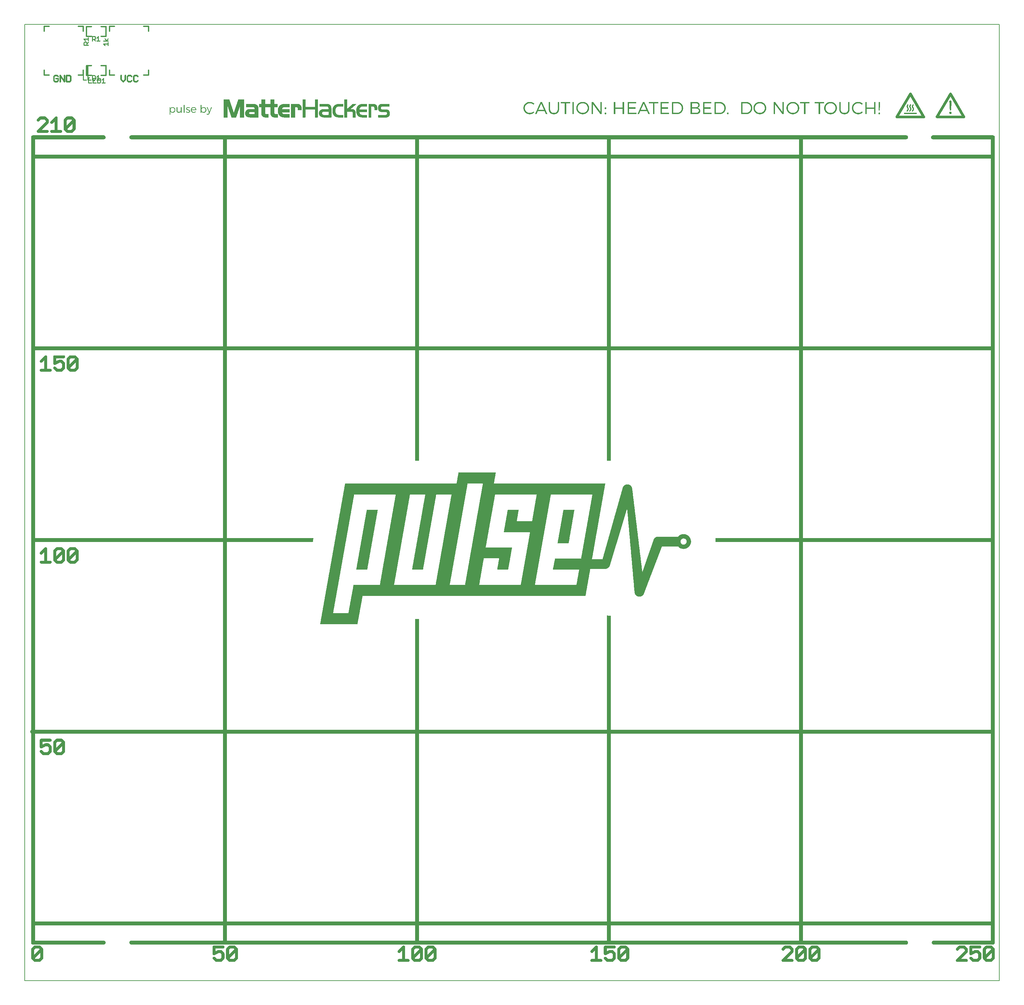
<source format=gto>
G04 MADE WITH FRITZING*
G04 WWW.FRITZING.ORG*
G04 DOUBLE SIDED*
G04 HOLES PLATED*
G04 CONTOUR ON CENTER OF CONTOUR VECTOR*
%ASAXBY*%
%FSLAX23Y23*%
%MOIN*%
%OFA0B0*%
%SFA1.0B1.0*%
%ADD10R,10.000010X9.818910X9.984010X9.802910*%
%ADD11C,0.008000*%
%ADD12R,0.001000X0.001000*%
%LNSILK1*%
G90*
G70*
G54D11*
X4Y9815D02*
X9996Y9815D01*
X9996Y4D01*
X4Y4D01*
X4Y9815D01*
D02*
G54D12*
X202Y9801D02*
X254Y9801D01*
X552Y9801D02*
X604Y9801D01*
X872Y9801D02*
X924Y9801D01*
X1222Y9801D02*
X1274Y9801D01*
X200Y9800D02*
X256Y9800D01*
X550Y9800D02*
X606Y9800D01*
X870Y9800D02*
X926Y9800D01*
X1220Y9800D02*
X1276Y9800D01*
X199Y9799D02*
X258Y9799D01*
X549Y9799D02*
X608Y9799D01*
X869Y9799D02*
X927Y9799D01*
X1219Y9799D02*
X1277Y9799D01*
X199Y9798D02*
X258Y9798D01*
X549Y9798D02*
X608Y9798D01*
X638Y9798D02*
X688Y9798D01*
X788Y9798D02*
X838Y9798D01*
X868Y9798D02*
X928Y9798D01*
X1218Y9798D02*
X1278Y9798D01*
X198Y9797D02*
X259Y9797D01*
X548Y9797D02*
X609Y9797D01*
X635Y9797D02*
X691Y9797D01*
X785Y9797D02*
X841Y9797D01*
X867Y9797D02*
X928Y9797D01*
X1217Y9797D02*
X1278Y9797D01*
X198Y9796D02*
X259Y9796D01*
X548Y9796D02*
X609Y9796D01*
X634Y9796D02*
X692Y9796D01*
X784Y9796D02*
X842Y9796D01*
X867Y9796D02*
X928Y9796D01*
X1217Y9796D02*
X1278Y9796D01*
X198Y9795D02*
X259Y9795D01*
X548Y9795D02*
X609Y9795D01*
X633Y9795D02*
X693Y9795D01*
X783Y9795D02*
X843Y9795D01*
X867Y9795D02*
X929Y9795D01*
X1217Y9795D02*
X1279Y9795D01*
X198Y9794D02*
X259Y9794D01*
X548Y9794D02*
X609Y9794D01*
X633Y9794D02*
X693Y9794D01*
X783Y9794D02*
X843Y9794D01*
X867Y9794D02*
X928Y9794D01*
X1217Y9794D02*
X1279Y9794D01*
X198Y9793D02*
X259Y9793D01*
X548Y9793D02*
X609Y9793D01*
X632Y9793D02*
X694Y9793D01*
X782Y9793D02*
X844Y9793D01*
X867Y9793D02*
X928Y9793D01*
X1217Y9793D02*
X1279Y9793D01*
X198Y9792D02*
X259Y9792D01*
X548Y9792D02*
X609Y9792D01*
X632Y9792D02*
X694Y9792D01*
X782Y9792D02*
X844Y9792D01*
X867Y9792D02*
X928Y9792D01*
X1218Y9792D02*
X1279Y9792D01*
X198Y9791D02*
X258Y9791D01*
X549Y9791D02*
X609Y9791D01*
X632Y9791D02*
X694Y9791D01*
X782Y9791D02*
X844Y9791D01*
X867Y9791D02*
X927Y9791D01*
X1218Y9791D02*
X1279Y9791D01*
X198Y9790D02*
X257Y9790D01*
X550Y9790D02*
X609Y9790D01*
X632Y9790D02*
X694Y9790D01*
X782Y9790D02*
X844Y9790D01*
X867Y9790D02*
X926Y9790D01*
X1219Y9790D02*
X1279Y9790D01*
X198Y9789D02*
X255Y9789D01*
X552Y9789D02*
X609Y9789D01*
X632Y9789D02*
X693Y9789D01*
X783Y9789D02*
X844Y9789D01*
X867Y9789D02*
X925Y9789D01*
X1221Y9789D02*
X1279Y9789D01*
X198Y9788D02*
X209Y9788D01*
X598Y9788D02*
X609Y9788D01*
X632Y9788D02*
X693Y9788D01*
X784Y9788D02*
X844Y9788D01*
X867Y9788D02*
X879Y9788D01*
X1267Y9788D02*
X1279Y9788D01*
X198Y9787D02*
X209Y9787D01*
X598Y9787D02*
X609Y9787D01*
X632Y9787D02*
X692Y9787D01*
X784Y9787D02*
X844Y9787D01*
X867Y9787D02*
X879Y9787D01*
X1267Y9787D02*
X1279Y9787D01*
X198Y9786D02*
X209Y9786D01*
X598Y9786D02*
X609Y9786D01*
X632Y9786D02*
X690Y9786D01*
X786Y9786D02*
X844Y9786D01*
X867Y9786D02*
X879Y9786D01*
X1267Y9786D02*
X1279Y9786D01*
X198Y9785D02*
X209Y9785D01*
X598Y9785D02*
X609Y9785D01*
X632Y9785D02*
X644Y9785D01*
X832Y9785D02*
X844Y9785D01*
X867Y9785D02*
X879Y9785D01*
X1267Y9785D02*
X1279Y9785D01*
X198Y9784D02*
X209Y9784D01*
X598Y9784D02*
X609Y9784D01*
X632Y9784D02*
X644Y9784D01*
X832Y9784D02*
X844Y9784D01*
X867Y9784D02*
X879Y9784D01*
X1267Y9784D02*
X1279Y9784D01*
X198Y9783D02*
X209Y9783D01*
X598Y9783D02*
X609Y9783D01*
X632Y9783D02*
X644Y9783D01*
X832Y9783D02*
X844Y9783D01*
X867Y9783D02*
X879Y9783D01*
X1267Y9783D02*
X1279Y9783D01*
X198Y9782D02*
X209Y9782D01*
X598Y9782D02*
X609Y9782D01*
X632Y9782D02*
X644Y9782D01*
X832Y9782D02*
X844Y9782D01*
X867Y9782D02*
X879Y9782D01*
X1267Y9782D02*
X1279Y9782D01*
X198Y9781D02*
X209Y9781D01*
X598Y9781D02*
X609Y9781D01*
X632Y9781D02*
X644Y9781D01*
X832Y9781D02*
X844Y9781D01*
X867Y9781D02*
X879Y9781D01*
X1267Y9781D02*
X1279Y9781D01*
X198Y9780D02*
X209Y9780D01*
X598Y9780D02*
X609Y9780D01*
X632Y9780D02*
X644Y9780D01*
X832Y9780D02*
X844Y9780D01*
X867Y9780D02*
X879Y9780D01*
X1267Y9780D02*
X1279Y9780D01*
X198Y9779D02*
X209Y9779D01*
X598Y9779D02*
X609Y9779D01*
X632Y9779D02*
X644Y9779D01*
X832Y9779D02*
X844Y9779D01*
X867Y9779D02*
X879Y9779D01*
X1267Y9779D02*
X1279Y9779D01*
X198Y9778D02*
X209Y9778D01*
X598Y9778D02*
X609Y9778D01*
X632Y9778D02*
X644Y9778D01*
X832Y9778D02*
X844Y9778D01*
X867Y9778D02*
X879Y9778D01*
X1267Y9778D02*
X1279Y9778D01*
X198Y9777D02*
X209Y9777D01*
X598Y9777D02*
X609Y9777D01*
X632Y9777D02*
X644Y9777D01*
X832Y9777D02*
X844Y9777D01*
X867Y9777D02*
X879Y9777D01*
X1267Y9777D02*
X1279Y9777D01*
X198Y9776D02*
X209Y9776D01*
X598Y9776D02*
X609Y9776D01*
X632Y9776D02*
X644Y9776D01*
X832Y9776D02*
X844Y9776D01*
X867Y9776D02*
X879Y9776D01*
X1267Y9776D02*
X1279Y9776D01*
X198Y9775D02*
X209Y9775D01*
X598Y9775D02*
X609Y9775D01*
X632Y9775D02*
X644Y9775D01*
X832Y9775D02*
X844Y9775D01*
X867Y9775D02*
X879Y9775D01*
X1267Y9775D02*
X1279Y9775D01*
X198Y9774D02*
X209Y9774D01*
X598Y9774D02*
X609Y9774D01*
X632Y9774D02*
X644Y9774D01*
X832Y9774D02*
X844Y9774D01*
X867Y9774D02*
X879Y9774D01*
X1267Y9774D02*
X1279Y9774D01*
X198Y9773D02*
X209Y9773D01*
X598Y9773D02*
X609Y9773D01*
X632Y9773D02*
X644Y9773D01*
X832Y9773D02*
X844Y9773D01*
X867Y9773D02*
X879Y9773D01*
X1267Y9773D02*
X1279Y9773D01*
X198Y9772D02*
X209Y9772D01*
X598Y9772D02*
X609Y9772D01*
X632Y9772D02*
X644Y9772D01*
X832Y9772D02*
X844Y9772D01*
X867Y9772D02*
X879Y9772D01*
X1267Y9772D02*
X1279Y9772D01*
X198Y9771D02*
X209Y9771D01*
X598Y9771D02*
X609Y9771D01*
X632Y9771D02*
X644Y9771D01*
X832Y9771D02*
X844Y9771D01*
X867Y9771D02*
X879Y9771D01*
X1267Y9771D02*
X1279Y9771D01*
X198Y9770D02*
X209Y9770D01*
X598Y9770D02*
X609Y9770D01*
X632Y9770D02*
X644Y9770D01*
X832Y9770D02*
X844Y9770D01*
X867Y9770D02*
X879Y9770D01*
X1267Y9770D02*
X1279Y9770D01*
X198Y9769D02*
X209Y9769D01*
X598Y9769D02*
X609Y9769D01*
X632Y9769D02*
X644Y9769D01*
X832Y9769D02*
X844Y9769D01*
X867Y9769D02*
X879Y9769D01*
X1267Y9769D02*
X1279Y9769D01*
X198Y9768D02*
X209Y9768D01*
X598Y9768D02*
X609Y9768D01*
X632Y9768D02*
X644Y9768D01*
X832Y9768D02*
X844Y9768D01*
X867Y9768D02*
X879Y9768D01*
X1267Y9768D02*
X1279Y9768D01*
X198Y9767D02*
X209Y9767D01*
X598Y9767D02*
X609Y9767D01*
X632Y9767D02*
X644Y9767D01*
X832Y9767D02*
X844Y9767D01*
X867Y9767D02*
X879Y9767D01*
X1267Y9767D02*
X1279Y9767D01*
X198Y9766D02*
X209Y9766D01*
X598Y9766D02*
X609Y9766D01*
X632Y9766D02*
X644Y9766D01*
X832Y9766D02*
X844Y9766D01*
X867Y9766D02*
X879Y9766D01*
X1267Y9766D02*
X1279Y9766D01*
X198Y9765D02*
X209Y9765D01*
X598Y9765D02*
X609Y9765D01*
X632Y9765D02*
X644Y9765D01*
X832Y9765D02*
X844Y9765D01*
X867Y9765D02*
X879Y9765D01*
X1267Y9765D02*
X1279Y9765D01*
X198Y9764D02*
X209Y9764D01*
X598Y9764D02*
X609Y9764D01*
X632Y9764D02*
X644Y9764D01*
X832Y9764D02*
X844Y9764D01*
X867Y9764D02*
X879Y9764D01*
X1267Y9764D02*
X1279Y9764D01*
X198Y9763D02*
X209Y9763D01*
X598Y9763D02*
X609Y9763D01*
X632Y9763D02*
X644Y9763D01*
X832Y9763D02*
X844Y9763D01*
X867Y9763D02*
X879Y9763D01*
X1267Y9763D02*
X1279Y9763D01*
X198Y9762D02*
X209Y9762D01*
X598Y9762D02*
X609Y9762D01*
X632Y9762D02*
X644Y9762D01*
X832Y9762D02*
X844Y9762D01*
X867Y9762D02*
X879Y9762D01*
X1267Y9762D02*
X1279Y9762D01*
X198Y9761D02*
X209Y9761D01*
X598Y9761D02*
X609Y9761D01*
X632Y9761D02*
X644Y9761D01*
X832Y9761D02*
X844Y9761D01*
X867Y9761D02*
X879Y9761D01*
X1267Y9761D02*
X1279Y9761D01*
X198Y9760D02*
X209Y9760D01*
X598Y9760D02*
X609Y9760D01*
X632Y9760D02*
X644Y9760D01*
X832Y9760D02*
X844Y9760D01*
X867Y9760D02*
X879Y9760D01*
X1267Y9760D02*
X1279Y9760D01*
X198Y9759D02*
X209Y9759D01*
X598Y9759D02*
X609Y9759D01*
X632Y9759D02*
X644Y9759D01*
X832Y9759D02*
X844Y9759D01*
X867Y9759D02*
X879Y9759D01*
X1267Y9759D02*
X1279Y9759D01*
X198Y9758D02*
X209Y9758D01*
X598Y9758D02*
X609Y9758D01*
X632Y9758D02*
X644Y9758D01*
X832Y9758D02*
X844Y9758D01*
X867Y9758D02*
X879Y9758D01*
X1267Y9758D02*
X1279Y9758D01*
X198Y9757D02*
X209Y9757D01*
X598Y9757D02*
X609Y9757D01*
X632Y9757D02*
X644Y9757D01*
X832Y9757D02*
X844Y9757D01*
X867Y9757D02*
X879Y9757D01*
X1267Y9757D02*
X1279Y9757D01*
X198Y9756D02*
X209Y9756D01*
X598Y9756D02*
X609Y9756D01*
X632Y9756D02*
X644Y9756D01*
X832Y9756D02*
X844Y9756D01*
X867Y9756D02*
X879Y9756D01*
X1267Y9756D02*
X1279Y9756D01*
X198Y9755D02*
X209Y9755D01*
X598Y9755D02*
X609Y9755D01*
X632Y9755D02*
X644Y9755D01*
X832Y9755D02*
X844Y9755D01*
X867Y9755D02*
X879Y9755D01*
X1267Y9755D02*
X1279Y9755D01*
X198Y9754D02*
X209Y9754D01*
X598Y9754D02*
X609Y9754D01*
X632Y9754D02*
X644Y9754D01*
X832Y9754D02*
X844Y9754D01*
X867Y9754D02*
X879Y9754D01*
X1267Y9754D02*
X1279Y9754D01*
X198Y9753D02*
X209Y9753D01*
X598Y9753D02*
X609Y9753D01*
X632Y9753D02*
X644Y9753D01*
X832Y9753D02*
X844Y9753D01*
X867Y9753D02*
X879Y9753D01*
X1267Y9753D02*
X1279Y9753D01*
X198Y9752D02*
X209Y9752D01*
X598Y9752D02*
X609Y9752D01*
X632Y9752D02*
X644Y9752D01*
X832Y9752D02*
X844Y9752D01*
X867Y9752D02*
X879Y9752D01*
X1267Y9752D02*
X1279Y9752D01*
X198Y9751D02*
X209Y9751D01*
X598Y9751D02*
X609Y9751D01*
X632Y9751D02*
X644Y9751D01*
X832Y9751D02*
X844Y9751D01*
X867Y9751D02*
X879Y9751D01*
X1267Y9751D02*
X1279Y9751D01*
X198Y9750D02*
X209Y9750D01*
X598Y9750D02*
X609Y9750D01*
X632Y9750D02*
X644Y9750D01*
X832Y9750D02*
X844Y9750D01*
X867Y9750D02*
X879Y9750D01*
X1267Y9750D02*
X1279Y9750D01*
X198Y9749D02*
X209Y9749D01*
X598Y9749D02*
X609Y9749D01*
X632Y9749D02*
X644Y9749D01*
X832Y9749D02*
X844Y9749D01*
X867Y9749D02*
X879Y9749D01*
X1267Y9749D02*
X1279Y9749D01*
X198Y9748D02*
X209Y9748D01*
X598Y9748D02*
X609Y9748D01*
X632Y9748D02*
X644Y9748D01*
X832Y9748D02*
X844Y9748D01*
X867Y9748D02*
X879Y9748D01*
X1267Y9748D02*
X1279Y9748D01*
X198Y9747D02*
X209Y9747D01*
X598Y9747D02*
X609Y9747D01*
X632Y9747D02*
X644Y9747D01*
X832Y9747D02*
X844Y9747D01*
X867Y9747D02*
X879Y9747D01*
X1267Y9747D02*
X1279Y9747D01*
X198Y9746D02*
X209Y9746D01*
X598Y9746D02*
X609Y9746D01*
X632Y9746D02*
X644Y9746D01*
X832Y9746D02*
X844Y9746D01*
X867Y9746D02*
X879Y9746D01*
X1267Y9746D02*
X1279Y9746D01*
X198Y9745D02*
X209Y9745D01*
X598Y9745D02*
X609Y9745D01*
X632Y9745D02*
X644Y9745D01*
X832Y9745D02*
X844Y9745D01*
X867Y9745D02*
X879Y9745D01*
X1267Y9745D02*
X1279Y9745D01*
X198Y9744D02*
X209Y9744D01*
X598Y9744D02*
X609Y9744D01*
X632Y9744D02*
X644Y9744D01*
X832Y9744D02*
X844Y9744D01*
X867Y9744D02*
X878Y9744D01*
X1267Y9744D02*
X1278Y9744D01*
X198Y9743D02*
X209Y9743D01*
X598Y9743D02*
X609Y9743D01*
X632Y9743D02*
X644Y9743D01*
X832Y9743D02*
X844Y9743D01*
X867Y9743D02*
X878Y9743D01*
X1267Y9743D02*
X1278Y9743D01*
X198Y9742D02*
X208Y9742D01*
X598Y9742D02*
X609Y9742D01*
X632Y9742D02*
X644Y9742D01*
X832Y9742D02*
X844Y9742D01*
X868Y9742D02*
X878Y9742D01*
X1268Y9742D02*
X1278Y9742D01*
X199Y9741D02*
X208Y9741D01*
X599Y9741D02*
X608Y9741D01*
X632Y9741D02*
X644Y9741D01*
X832Y9741D02*
X844Y9741D01*
X868Y9741D02*
X877Y9741D01*
X1268Y9741D02*
X1277Y9741D01*
X200Y9740D02*
X207Y9740D01*
X600Y9740D02*
X607Y9740D01*
X632Y9740D02*
X644Y9740D01*
X832Y9740D02*
X844Y9740D01*
X869Y9740D02*
X876Y9740D01*
X1269Y9740D02*
X1276Y9740D01*
X202Y9739D02*
X205Y9739D01*
X602Y9739D02*
X605Y9739D01*
X632Y9739D02*
X644Y9739D01*
X832Y9739D02*
X844Y9739D01*
X871Y9739D02*
X874Y9739D01*
X1271Y9739D02*
X1274Y9739D01*
X632Y9738D02*
X644Y9738D01*
X832Y9738D02*
X844Y9738D01*
X632Y9737D02*
X644Y9737D01*
X832Y9737D02*
X844Y9737D01*
X632Y9736D02*
X644Y9736D01*
X832Y9736D02*
X844Y9736D01*
X632Y9735D02*
X644Y9735D01*
X832Y9735D02*
X844Y9735D01*
X632Y9734D02*
X644Y9734D01*
X832Y9734D02*
X844Y9734D01*
X632Y9733D02*
X644Y9733D01*
X832Y9733D02*
X844Y9733D01*
X632Y9732D02*
X644Y9732D01*
X832Y9732D02*
X844Y9732D01*
X632Y9731D02*
X644Y9731D01*
X832Y9731D02*
X844Y9731D01*
X632Y9730D02*
X644Y9730D01*
X832Y9730D02*
X844Y9730D01*
X632Y9729D02*
X644Y9729D01*
X832Y9729D02*
X844Y9729D01*
X632Y9728D02*
X644Y9728D01*
X832Y9728D02*
X844Y9728D01*
X632Y9727D02*
X644Y9727D01*
X832Y9727D02*
X844Y9727D01*
X632Y9726D02*
X644Y9726D01*
X832Y9726D02*
X844Y9726D01*
X632Y9725D02*
X644Y9725D01*
X832Y9725D02*
X844Y9725D01*
X632Y9724D02*
X644Y9724D01*
X832Y9724D02*
X844Y9724D01*
X632Y9723D02*
X644Y9723D01*
X832Y9723D02*
X844Y9723D01*
X632Y9722D02*
X644Y9722D01*
X832Y9722D02*
X844Y9722D01*
X632Y9721D02*
X644Y9721D01*
X832Y9721D02*
X844Y9721D01*
X632Y9720D02*
X644Y9720D01*
X832Y9720D02*
X844Y9720D01*
X632Y9719D02*
X644Y9719D01*
X832Y9719D02*
X844Y9719D01*
X632Y9718D02*
X644Y9718D01*
X832Y9718D02*
X844Y9718D01*
X632Y9717D02*
X644Y9717D01*
X832Y9717D02*
X844Y9717D01*
X632Y9716D02*
X644Y9716D01*
X832Y9716D02*
X844Y9716D01*
X632Y9715D02*
X644Y9715D01*
X832Y9715D02*
X844Y9715D01*
X632Y9714D02*
X644Y9714D01*
X832Y9714D02*
X844Y9714D01*
X632Y9713D02*
X644Y9713D01*
X832Y9713D02*
X844Y9713D01*
X632Y9712D02*
X644Y9712D01*
X832Y9712D02*
X844Y9712D01*
X632Y9711D02*
X644Y9711D01*
X832Y9711D02*
X844Y9711D01*
X632Y9710D02*
X644Y9710D01*
X832Y9710D02*
X844Y9710D01*
X632Y9709D02*
X644Y9709D01*
X832Y9709D02*
X844Y9709D01*
X632Y9708D02*
X644Y9708D01*
X832Y9708D02*
X844Y9708D01*
X632Y9707D02*
X644Y9707D01*
X832Y9707D02*
X844Y9707D01*
X632Y9706D02*
X644Y9706D01*
X832Y9706D02*
X844Y9706D01*
X632Y9705D02*
X644Y9705D01*
X832Y9705D02*
X844Y9705D01*
X632Y9704D02*
X644Y9704D01*
X832Y9704D02*
X844Y9704D01*
X632Y9703D02*
X644Y9703D01*
X832Y9703D02*
X844Y9703D01*
X632Y9702D02*
X644Y9702D01*
X832Y9702D02*
X844Y9702D01*
X632Y9701D02*
X644Y9701D01*
X832Y9701D02*
X844Y9701D01*
X632Y9700D02*
X644Y9700D01*
X832Y9700D02*
X844Y9700D01*
X632Y9699D02*
X644Y9699D01*
X832Y9699D02*
X844Y9699D01*
X632Y9698D02*
X688Y9698D01*
X788Y9698D02*
X844Y9698D01*
X632Y9697D02*
X691Y9697D01*
X785Y9697D02*
X844Y9697D01*
X632Y9696D02*
X692Y9696D01*
X784Y9696D02*
X844Y9696D01*
X632Y9695D02*
X693Y9695D01*
X783Y9695D02*
X844Y9695D01*
X632Y9694D02*
X693Y9694D01*
X696Y9694D02*
X723Y9694D01*
X757Y9694D02*
X762Y9694D01*
X783Y9694D02*
X844Y9694D01*
X632Y9693D02*
X725Y9693D01*
X756Y9693D02*
X763Y9693D01*
X782Y9693D02*
X844Y9693D01*
X632Y9692D02*
X726Y9692D01*
X755Y9692D02*
X763Y9692D01*
X782Y9692D02*
X844Y9692D01*
X632Y9691D02*
X727Y9691D01*
X754Y9691D02*
X764Y9691D01*
X782Y9691D02*
X844Y9691D01*
X632Y9690D02*
X728Y9690D01*
X753Y9690D02*
X764Y9690D01*
X782Y9690D02*
X844Y9690D01*
X633Y9689D02*
X729Y9689D01*
X752Y9689D02*
X764Y9689D01*
X783Y9689D02*
X843Y9689D01*
X634Y9688D02*
X730Y9688D01*
X751Y9688D02*
X764Y9688D01*
X784Y9688D02*
X843Y9688D01*
X635Y9687D02*
X731Y9687D01*
X750Y9687D02*
X764Y9687D01*
X785Y9687D02*
X842Y9687D01*
X636Y9686D02*
X690Y9686D01*
X693Y9686D02*
X732Y9686D01*
X749Y9686D02*
X764Y9686D01*
X786Y9686D02*
X840Y9686D01*
X693Y9685D02*
X732Y9685D01*
X748Y9685D02*
X764Y9685D01*
X693Y9684D02*
X703Y9684D01*
X720Y9684D02*
X733Y9684D01*
X747Y9684D02*
X764Y9684D01*
X693Y9683D02*
X703Y9683D01*
X721Y9683D02*
X733Y9683D01*
X746Y9683D02*
X764Y9683D01*
X656Y9682D02*
X657Y9682D01*
X693Y9682D02*
X703Y9682D01*
X722Y9682D02*
X733Y9682D01*
X745Y9682D02*
X764Y9682D01*
X654Y9681D02*
X659Y9681D01*
X693Y9681D02*
X703Y9681D01*
X723Y9681D02*
X733Y9681D01*
X744Y9681D02*
X764Y9681D01*
X653Y9680D02*
X660Y9680D01*
X693Y9680D02*
X703Y9680D01*
X724Y9680D02*
X733Y9680D01*
X743Y9680D02*
X764Y9680D01*
X652Y9679D02*
X661Y9679D01*
X693Y9679D02*
X703Y9679D01*
X724Y9679D02*
X733Y9679D01*
X742Y9679D02*
X764Y9679D01*
X652Y9678D02*
X661Y9678D01*
X693Y9678D02*
X703Y9678D01*
X724Y9678D02*
X733Y9678D01*
X741Y9678D02*
X764Y9678D01*
X652Y9677D02*
X661Y9677D01*
X693Y9677D02*
X703Y9677D01*
X724Y9677D02*
X733Y9677D01*
X740Y9677D02*
X753Y9677D01*
X755Y9677D02*
X764Y9677D01*
X652Y9676D02*
X661Y9676D01*
X693Y9676D02*
X703Y9676D01*
X724Y9676D02*
X733Y9676D01*
X740Y9676D02*
X752Y9676D01*
X755Y9676D02*
X764Y9676D01*
X652Y9675D02*
X661Y9675D01*
X693Y9675D02*
X703Y9675D01*
X724Y9675D02*
X733Y9675D01*
X740Y9675D02*
X751Y9675D01*
X755Y9675D02*
X764Y9675D01*
X652Y9674D02*
X661Y9674D01*
X693Y9674D02*
X703Y9674D01*
X724Y9674D02*
X733Y9674D01*
X740Y9674D02*
X750Y9674D01*
X755Y9674D02*
X764Y9674D01*
X652Y9673D02*
X661Y9673D01*
X693Y9673D02*
X703Y9673D01*
X724Y9673D02*
X733Y9673D01*
X740Y9673D02*
X749Y9673D01*
X755Y9673D02*
X764Y9673D01*
X652Y9672D02*
X661Y9672D01*
X693Y9672D02*
X703Y9672D01*
X724Y9672D02*
X733Y9672D01*
X740Y9672D02*
X748Y9672D01*
X755Y9672D02*
X764Y9672D01*
X652Y9671D02*
X661Y9671D01*
X693Y9671D02*
X703Y9671D01*
X724Y9671D02*
X733Y9671D01*
X741Y9671D02*
X747Y9671D01*
X755Y9671D02*
X764Y9671D01*
X827Y9671D02*
X829Y9671D01*
X858Y9671D02*
X860Y9671D01*
X652Y9670D02*
X661Y9670D01*
X693Y9670D02*
X703Y9670D01*
X724Y9670D02*
X733Y9670D01*
X742Y9670D02*
X746Y9670D01*
X755Y9670D02*
X764Y9670D01*
X825Y9670D02*
X831Y9670D01*
X856Y9670D02*
X861Y9670D01*
X652Y9669D02*
X661Y9669D01*
X693Y9669D02*
X703Y9669D01*
X724Y9669D02*
X733Y9669D01*
X755Y9669D02*
X764Y9669D01*
X824Y9669D02*
X832Y9669D01*
X855Y9669D02*
X862Y9669D01*
X652Y9668D02*
X661Y9668D01*
X693Y9668D02*
X703Y9668D01*
X723Y9668D02*
X733Y9668D01*
X755Y9668D02*
X764Y9668D01*
X824Y9668D02*
X832Y9668D01*
X854Y9668D02*
X863Y9668D01*
X652Y9667D02*
X661Y9667D01*
X693Y9667D02*
X703Y9667D01*
X722Y9667D02*
X733Y9667D01*
X755Y9667D02*
X764Y9667D01*
X823Y9667D02*
X833Y9667D01*
X853Y9667D02*
X863Y9667D01*
X608Y9666D02*
X661Y9666D01*
X693Y9666D02*
X703Y9666D01*
X721Y9666D02*
X733Y9666D01*
X755Y9666D02*
X764Y9666D01*
X823Y9666D02*
X834Y9666D01*
X853Y9666D02*
X863Y9666D01*
X607Y9665D02*
X661Y9665D01*
X693Y9665D02*
X703Y9665D01*
X720Y9665D02*
X733Y9665D01*
X755Y9665D02*
X764Y9665D01*
X823Y9665D02*
X834Y9665D01*
X852Y9665D02*
X863Y9665D01*
X606Y9664D02*
X661Y9664D01*
X693Y9664D02*
X732Y9664D01*
X755Y9664D02*
X764Y9664D01*
X824Y9664D02*
X835Y9664D01*
X851Y9664D02*
X862Y9664D01*
X606Y9663D02*
X661Y9663D01*
X693Y9663D02*
X732Y9663D01*
X755Y9663D02*
X764Y9663D01*
X824Y9663D02*
X836Y9663D01*
X851Y9663D02*
X862Y9663D01*
X606Y9662D02*
X661Y9662D01*
X693Y9662D02*
X731Y9662D01*
X755Y9662D02*
X764Y9662D01*
X825Y9662D02*
X836Y9662D01*
X850Y9662D02*
X861Y9662D01*
X606Y9661D02*
X661Y9661D01*
X693Y9661D02*
X730Y9661D01*
X755Y9661D02*
X764Y9661D01*
X826Y9661D02*
X837Y9661D01*
X849Y9661D02*
X861Y9661D01*
X606Y9660D02*
X661Y9660D01*
X693Y9660D02*
X729Y9660D01*
X755Y9660D02*
X764Y9660D01*
X826Y9660D02*
X838Y9660D01*
X849Y9660D02*
X860Y9660D01*
X607Y9659D02*
X661Y9659D01*
X693Y9659D02*
X728Y9659D01*
X755Y9659D02*
X764Y9659D01*
X827Y9659D02*
X838Y9659D01*
X848Y9659D02*
X859Y9659D01*
X608Y9658D02*
X661Y9658D01*
X693Y9658D02*
X727Y9658D01*
X755Y9658D02*
X764Y9658D01*
X828Y9658D02*
X839Y9658D01*
X847Y9658D02*
X859Y9658D01*
X609Y9657D02*
X661Y9657D01*
X693Y9657D02*
X726Y9657D01*
X755Y9657D02*
X764Y9657D01*
X828Y9657D02*
X840Y9657D01*
X847Y9657D02*
X858Y9657D01*
X610Y9656D02*
X623Y9656D01*
X652Y9656D02*
X661Y9656D01*
X693Y9656D02*
X725Y9656D01*
X755Y9656D02*
X764Y9656D01*
X829Y9656D02*
X840Y9656D01*
X846Y9656D02*
X857Y9656D01*
X611Y9655D02*
X624Y9655D01*
X652Y9655D02*
X661Y9655D01*
X693Y9655D02*
X724Y9655D01*
X755Y9655D02*
X764Y9655D01*
X830Y9655D02*
X841Y9655D01*
X845Y9655D02*
X857Y9655D01*
X612Y9654D02*
X625Y9654D01*
X652Y9654D02*
X661Y9654D01*
X693Y9654D02*
X703Y9654D01*
X712Y9654D02*
X725Y9654D01*
X755Y9654D02*
X764Y9654D01*
X830Y9654D02*
X842Y9654D01*
X845Y9654D02*
X856Y9654D01*
X613Y9653D02*
X626Y9653D01*
X652Y9653D02*
X661Y9653D01*
X693Y9653D02*
X703Y9653D01*
X713Y9653D02*
X726Y9653D01*
X755Y9653D02*
X764Y9653D01*
X831Y9653D02*
X842Y9653D01*
X844Y9653D02*
X855Y9653D01*
X614Y9652D02*
X627Y9652D01*
X652Y9652D02*
X661Y9652D01*
X693Y9652D02*
X703Y9652D01*
X714Y9652D02*
X727Y9652D01*
X755Y9652D02*
X764Y9652D01*
X832Y9652D02*
X855Y9652D01*
X615Y9651D02*
X628Y9651D01*
X652Y9651D02*
X661Y9651D01*
X693Y9651D02*
X703Y9651D01*
X715Y9651D02*
X728Y9651D01*
X755Y9651D02*
X764Y9651D01*
X832Y9651D02*
X854Y9651D01*
X616Y9650D02*
X629Y9650D01*
X652Y9650D02*
X661Y9650D01*
X693Y9650D02*
X703Y9650D01*
X716Y9650D02*
X729Y9650D01*
X755Y9650D02*
X764Y9650D01*
X833Y9650D02*
X853Y9650D01*
X617Y9649D02*
X630Y9649D01*
X652Y9649D02*
X661Y9649D01*
X693Y9649D02*
X703Y9649D01*
X717Y9649D02*
X730Y9649D01*
X754Y9649D02*
X764Y9649D01*
X834Y9649D02*
X853Y9649D01*
X618Y9648D02*
X630Y9648D01*
X652Y9648D02*
X661Y9648D01*
X693Y9648D02*
X703Y9648D01*
X718Y9648D02*
X731Y9648D01*
X742Y9648D02*
X777Y9648D01*
X811Y9648D02*
X860Y9648D01*
X619Y9647D02*
X630Y9647D01*
X652Y9647D02*
X661Y9647D01*
X693Y9647D02*
X703Y9647D01*
X719Y9647D02*
X732Y9647D01*
X741Y9647D02*
X778Y9647D01*
X810Y9647D02*
X861Y9647D01*
X620Y9646D02*
X630Y9646D01*
X652Y9646D02*
X661Y9646D01*
X693Y9646D02*
X703Y9646D01*
X720Y9646D02*
X733Y9646D01*
X740Y9646D02*
X779Y9646D01*
X809Y9646D02*
X862Y9646D01*
X621Y9645D02*
X630Y9645D01*
X652Y9645D02*
X661Y9645D01*
X693Y9645D02*
X703Y9645D01*
X721Y9645D02*
X733Y9645D01*
X740Y9645D02*
X779Y9645D01*
X808Y9645D02*
X863Y9645D01*
X622Y9644D02*
X630Y9644D01*
X653Y9644D02*
X660Y9644D01*
X693Y9644D02*
X703Y9644D01*
X722Y9644D02*
X733Y9644D01*
X739Y9644D02*
X779Y9644D01*
X808Y9644D02*
X863Y9644D01*
X623Y9643D02*
X629Y9643D01*
X654Y9643D02*
X660Y9643D01*
X694Y9643D02*
X702Y9643D01*
X723Y9643D02*
X733Y9643D01*
X740Y9643D02*
X779Y9643D01*
X808Y9643D02*
X863Y9643D01*
X624Y9642D02*
X627Y9642D01*
X655Y9642D02*
X658Y9642D01*
X694Y9642D02*
X702Y9642D01*
X724Y9642D02*
X733Y9642D01*
X740Y9642D02*
X779Y9642D01*
X808Y9642D02*
X863Y9642D01*
X694Y9641D02*
X702Y9641D01*
X725Y9641D02*
X732Y9641D01*
X740Y9641D02*
X778Y9641D01*
X809Y9641D02*
X862Y9641D01*
X695Y9640D02*
X701Y9640D01*
X726Y9640D02*
X731Y9640D01*
X741Y9640D02*
X777Y9640D01*
X809Y9640D02*
X862Y9640D01*
X697Y9639D02*
X699Y9639D01*
X728Y9639D02*
X729Y9639D01*
X743Y9639D02*
X775Y9639D01*
X810Y9639D02*
X861Y9639D01*
X617Y9636D02*
X635Y9636D01*
X656Y9636D02*
X658Y9636D01*
X615Y9635D02*
X636Y9635D01*
X654Y9635D02*
X659Y9635D01*
X614Y9634D02*
X637Y9634D01*
X653Y9634D02*
X660Y9634D01*
X613Y9633D02*
X638Y9633D01*
X652Y9633D02*
X661Y9633D01*
X612Y9632D02*
X639Y9632D01*
X651Y9632D02*
X661Y9632D01*
X856Y9632D02*
X861Y9632D01*
X611Y9631D02*
X640Y9631D01*
X650Y9631D02*
X661Y9631D01*
X855Y9631D02*
X862Y9631D01*
X610Y9630D02*
X641Y9630D01*
X649Y9630D02*
X661Y9630D01*
X854Y9630D02*
X863Y9630D01*
X609Y9629D02*
X642Y9629D01*
X648Y9629D02*
X661Y9629D01*
X854Y9629D02*
X863Y9629D01*
X608Y9628D02*
X643Y9628D01*
X647Y9628D02*
X660Y9628D01*
X854Y9628D02*
X863Y9628D01*
X607Y9627D02*
X659Y9627D01*
X854Y9627D02*
X863Y9627D01*
X607Y9626D02*
X620Y9626D01*
X632Y9626D02*
X658Y9626D01*
X854Y9626D02*
X863Y9626D01*
X606Y9625D02*
X619Y9625D01*
X633Y9625D02*
X657Y9625D01*
X854Y9625D02*
X863Y9625D01*
X606Y9624D02*
X618Y9624D01*
X634Y9624D02*
X656Y9624D01*
X854Y9624D02*
X863Y9624D01*
X606Y9623D02*
X617Y9623D01*
X635Y9623D02*
X655Y9623D01*
X854Y9623D02*
X863Y9623D01*
X606Y9622D02*
X616Y9622D01*
X636Y9622D02*
X654Y9622D01*
X854Y9622D02*
X863Y9622D01*
X606Y9621D02*
X615Y9621D01*
X637Y9621D02*
X653Y9621D01*
X854Y9621D02*
X863Y9621D01*
X606Y9620D02*
X615Y9620D01*
X637Y9620D02*
X652Y9620D01*
X854Y9620D02*
X863Y9620D01*
X606Y9619D02*
X615Y9619D01*
X637Y9619D02*
X651Y9619D01*
X854Y9619D02*
X863Y9619D01*
X606Y9618D02*
X615Y9618D01*
X637Y9618D02*
X650Y9618D01*
X854Y9618D02*
X863Y9618D01*
X606Y9617D02*
X615Y9617D01*
X637Y9617D02*
X649Y9617D01*
X811Y9617D02*
X863Y9617D01*
X606Y9616D02*
X615Y9616D01*
X637Y9616D02*
X648Y9616D01*
X809Y9616D02*
X863Y9616D01*
X606Y9615D02*
X615Y9615D01*
X637Y9615D02*
X647Y9615D01*
X809Y9615D02*
X863Y9615D01*
X606Y9614D02*
X615Y9614D01*
X637Y9614D02*
X646Y9614D01*
X808Y9614D02*
X863Y9614D01*
X606Y9613D02*
X615Y9613D01*
X637Y9613D02*
X646Y9613D01*
X808Y9613D02*
X863Y9613D01*
X606Y9612D02*
X615Y9612D01*
X637Y9612D02*
X646Y9612D01*
X808Y9612D02*
X863Y9612D01*
X606Y9611D02*
X615Y9611D01*
X637Y9611D02*
X646Y9611D01*
X808Y9611D02*
X863Y9611D01*
X606Y9610D02*
X615Y9610D01*
X637Y9610D02*
X646Y9610D01*
X809Y9610D02*
X863Y9610D01*
X606Y9609D02*
X615Y9609D01*
X637Y9609D02*
X646Y9609D01*
X809Y9609D02*
X863Y9609D01*
X606Y9608D02*
X615Y9608D01*
X637Y9608D02*
X646Y9608D01*
X810Y9608D02*
X863Y9608D01*
X606Y9607D02*
X615Y9607D01*
X637Y9607D02*
X646Y9607D01*
X811Y9607D02*
X825Y9607D01*
X854Y9607D02*
X863Y9607D01*
X606Y9606D02*
X615Y9606D01*
X637Y9606D02*
X646Y9606D01*
X812Y9606D02*
X826Y9606D01*
X854Y9606D02*
X863Y9606D01*
X606Y9605D02*
X658Y9605D01*
X813Y9605D02*
X827Y9605D01*
X854Y9605D02*
X863Y9605D01*
X606Y9604D02*
X660Y9604D01*
X814Y9604D02*
X828Y9604D01*
X854Y9604D02*
X863Y9604D01*
X606Y9603D02*
X660Y9603D01*
X815Y9603D02*
X829Y9603D01*
X854Y9603D02*
X863Y9603D01*
X606Y9602D02*
X661Y9602D01*
X816Y9602D02*
X830Y9602D01*
X854Y9602D02*
X863Y9602D01*
X606Y9601D02*
X661Y9601D01*
X817Y9601D02*
X831Y9601D01*
X854Y9601D02*
X863Y9601D01*
X606Y9600D02*
X661Y9600D01*
X818Y9600D02*
X831Y9600D01*
X854Y9600D02*
X863Y9600D01*
X606Y9599D02*
X661Y9599D01*
X819Y9599D02*
X832Y9599D01*
X854Y9599D02*
X863Y9599D01*
X607Y9598D02*
X660Y9598D01*
X820Y9598D02*
X832Y9598D01*
X854Y9598D02*
X863Y9598D01*
X607Y9597D02*
X660Y9597D01*
X821Y9597D02*
X832Y9597D01*
X854Y9597D02*
X863Y9597D01*
X609Y9596D02*
X658Y9596D01*
X822Y9596D02*
X832Y9596D01*
X854Y9596D02*
X863Y9596D01*
X823Y9595D02*
X832Y9595D01*
X855Y9595D02*
X862Y9595D01*
X824Y9594D02*
X831Y9594D01*
X855Y9594D02*
X862Y9594D01*
X826Y9593D02*
X830Y9593D01*
X856Y9593D02*
X861Y9593D01*
X636Y9397D02*
X690Y9397D01*
X786Y9397D02*
X840Y9397D01*
X635Y9396D02*
X692Y9396D01*
X785Y9396D02*
X842Y9396D01*
X634Y9395D02*
X693Y9395D01*
X784Y9395D02*
X843Y9395D01*
X633Y9394D02*
X693Y9394D01*
X783Y9394D02*
X843Y9394D01*
X633Y9393D02*
X694Y9393D01*
X782Y9393D02*
X844Y9393D01*
X632Y9392D02*
X694Y9392D01*
X782Y9392D02*
X844Y9392D01*
X632Y9391D02*
X694Y9391D01*
X782Y9391D02*
X844Y9391D01*
X632Y9390D02*
X694Y9390D01*
X782Y9390D02*
X844Y9390D01*
X632Y9389D02*
X693Y9389D01*
X783Y9389D02*
X844Y9389D01*
X632Y9388D02*
X693Y9388D01*
X783Y9388D02*
X844Y9388D01*
X632Y9387D02*
X692Y9387D01*
X784Y9387D02*
X844Y9387D01*
X632Y9386D02*
X691Y9386D01*
X785Y9386D02*
X844Y9386D01*
X632Y9385D02*
X689Y9385D01*
X787Y9385D02*
X844Y9385D01*
X632Y9384D02*
X656Y9384D01*
X832Y9384D02*
X844Y9384D01*
X632Y9383D02*
X656Y9383D01*
X832Y9383D02*
X844Y9383D01*
X632Y9382D02*
X656Y9382D01*
X832Y9382D02*
X844Y9382D01*
X632Y9381D02*
X656Y9381D01*
X832Y9381D02*
X844Y9381D01*
X632Y9380D02*
X656Y9380D01*
X832Y9380D02*
X844Y9380D01*
X632Y9379D02*
X656Y9379D01*
X832Y9379D02*
X844Y9379D01*
X632Y9378D02*
X656Y9378D01*
X832Y9378D02*
X844Y9378D01*
X632Y9377D02*
X656Y9377D01*
X832Y9377D02*
X844Y9377D01*
X632Y9376D02*
X656Y9376D01*
X832Y9376D02*
X844Y9376D01*
X632Y9375D02*
X656Y9375D01*
X832Y9375D02*
X844Y9375D01*
X632Y9374D02*
X656Y9374D01*
X832Y9374D02*
X844Y9374D01*
X632Y9373D02*
X656Y9373D01*
X832Y9373D02*
X844Y9373D01*
X632Y9372D02*
X656Y9372D01*
X832Y9372D02*
X844Y9372D01*
X632Y9371D02*
X656Y9371D01*
X832Y9371D02*
X844Y9371D01*
X632Y9370D02*
X656Y9370D01*
X832Y9370D02*
X844Y9370D01*
X632Y9369D02*
X656Y9369D01*
X832Y9369D02*
X844Y9369D01*
X632Y9368D02*
X656Y9368D01*
X832Y9368D02*
X844Y9368D01*
X632Y9367D02*
X656Y9367D01*
X832Y9367D02*
X844Y9367D01*
X632Y9366D02*
X656Y9366D01*
X832Y9366D02*
X844Y9366D01*
X632Y9365D02*
X656Y9365D01*
X832Y9365D02*
X844Y9365D01*
X632Y9364D02*
X656Y9364D01*
X832Y9364D02*
X844Y9364D01*
X632Y9363D02*
X656Y9363D01*
X832Y9363D02*
X844Y9363D01*
X632Y9362D02*
X656Y9362D01*
X832Y9362D02*
X844Y9362D01*
X632Y9361D02*
X656Y9361D01*
X832Y9361D02*
X844Y9361D01*
X632Y9360D02*
X656Y9360D01*
X832Y9360D02*
X844Y9360D01*
X632Y9359D02*
X656Y9359D01*
X832Y9359D02*
X844Y9359D01*
X632Y9358D02*
X656Y9358D01*
X832Y9358D02*
X844Y9358D01*
X632Y9357D02*
X656Y9357D01*
X832Y9357D02*
X844Y9357D01*
X632Y9356D02*
X656Y9356D01*
X832Y9356D02*
X844Y9356D01*
X632Y9355D02*
X656Y9355D01*
X832Y9355D02*
X844Y9355D01*
X632Y9354D02*
X656Y9354D01*
X832Y9354D02*
X844Y9354D01*
X632Y9353D02*
X656Y9353D01*
X832Y9353D02*
X844Y9353D01*
X632Y9352D02*
X656Y9352D01*
X832Y9352D02*
X844Y9352D01*
X201Y9351D02*
X205Y9351D01*
X601Y9351D02*
X605Y9351D01*
X632Y9351D02*
X656Y9351D01*
X832Y9351D02*
X844Y9351D01*
X871Y9351D02*
X875Y9351D01*
X1271Y9351D02*
X1275Y9351D01*
X200Y9350D02*
X207Y9350D01*
X600Y9350D02*
X607Y9350D01*
X632Y9350D02*
X656Y9350D01*
X832Y9350D02*
X844Y9350D01*
X869Y9350D02*
X876Y9350D01*
X1269Y9350D02*
X1276Y9350D01*
X199Y9349D02*
X208Y9349D01*
X599Y9349D02*
X608Y9349D01*
X632Y9349D02*
X656Y9349D01*
X832Y9349D02*
X844Y9349D01*
X868Y9349D02*
X877Y9349D01*
X1268Y9349D02*
X1277Y9349D01*
X198Y9348D02*
X209Y9348D01*
X598Y9348D02*
X609Y9348D01*
X632Y9348D02*
X656Y9348D01*
X832Y9348D02*
X844Y9348D01*
X868Y9348D02*
X878Y9348D01*
X1268Y9348D02*
X1278Y9348D01*
X198Y9347D02*
X209Y9347D01*
X598Y9347D02*
X609Y9347D01*
X632Y9347D02*
X656Y9347D01*
X832Y9347D02*
X844Y9347D01*
X867Y9347D02*
X878Y9347D01*
X1267Y9347D02*
X1278Y9347D01*
X198Y9346D02*
X209Y9346D01*
X598Y9346D02*
X609Y9346D01*
X632Y9346D02*
X656Y9346D01*
X832Y9346D02*
X844Y9346D01*
X867Y9346D02*
X879Y9346D01*
X1267Y9346D02*
X1279Y9346D01*
X198Y9345D02*
X209Y9345D01*
X598Y9345D02*
X609Y9345D01*
X632Y9345D02*
X656Y9345D01*
X832Y9345D02*
X844Y9345D01*
X867Y9345D02*
X879Y9345D01*
X1267Y9345D02*
X1279Y9345D01*
X198Y9344D02*
X209Y9344D01*
X598Y9344D02*
X609Y9344D01*
X632Y9344D02*
X656Y9344D01*
X832Y9344D02*
X844Y9344D01*
X867Y9344D02*
X879Y9344D01*
X1267Y9344D02*
X1279Y9344D01*
X198Y9343D02*
X209Y9343D01*
X598Y9343D02*
X609Y9343D01*
X632Y9343D02*
X656Y9343D01*
X832Y9343D02*
X844Y9343D01*
X867Y9343D02*
X879Y9343D01*
X1267Y9343D02*
X1279Y9343D01*
X198Y9342D02*
X209Y9342D01*
X598Y9342D02*
X609Y9342D01*
X632Y9342D02*
X656Y9342D01*
X832Y9342D02*
X844Y9342D01*
X867Y9342D02*
X879Y9342D01*
X1267Y9342D02*
X1279Y9342D01*
X198Y9341D02*
X209Y9341D01*
X598Y9341D02*
X609Y9341D01*
X632Y9341D02*
X656Y9341D01*
X832Y9341D02*
X844Y9341D01*
X867Y9341D02*
X879Y9341D01*
X1267Y9341D02*
X1279Y9341D01*
X198Y9340D02*
X209Y9340D01*
X598Y9340D02*
X609Y9340D01*
X632Y9340D02*
X656Y9340D01*
X832Y9340D02*
X844Y9340D01*
X867Y9340D02*
X879Y9340D01*
X1267Y9340D02*
X1279Y9340D01*
X198Y9339D02*
X209Y9339D01*
X598Y9339D02*
X609Y9339D01*
X632Y9339D02*
X656Y9339D01*
X832Y9339D02*
X844Y9339D01*
X867Y9339D02*
X879Y9339D01*
X1267Y9339D02*
X1279Y9339D01*
X198Y9338D02*
X209Y9338D01*
X598Y9338D02*
X609Y9338D01*
X632Y9338D02*
X656Y9338D01*
X832Y9338D02*
X844Y9338D01*
X867Y9338D02*
X879Y9338D01*
X1267Y9338D02*
X1279Y9338D01*
X198Y9337D02*
X209Y9337D01*
X598Y9337D02*
X609Y9337D01*
X632Y9337D02*
X656Y9337D01*
X832Y9337D02*
X844Y9337D01*
X867Y9337D02*
X879Y9337D01*
X1267Y9337D02*
X1279Y9337D01*
X198Y9336D02*
X209Y9336D01*
X598Y9336D02*
X609Y9336D01*
X632Y9336D02*
X656Y9336D01*
X832Y9336D02*
X844Y9336D01*
X867Y9336D02*
X879Y9336D01*
X1267Y9336D02*
X1279Y9336D01*
X198Y9335D02*
X209Y9335D01*
X598Y9335D02*
X609Y9335D01*
X632Y9335D02*
X656Y9335D01*
X832Y9335D02*
X844Y9335D01*
X867Y9335D02*
X879Y9335D01*
X1267Y9335D02*
X1279Y9335D01*
X198Y9334D02*
X209Y9334D01*
X598Y9334D02*
X609Y9334D01*
X632Y9334D02*
X656Y9334D01*
X832Y9334D02*
X844Y9334D01*
X867Y9334D02*
X879Y9334D01*
X1267Y9334D02*
X1279Y9334D01*
X198Y9333D02*
X209Y9333D01*
X598Y9333D02*
X609Y9333D01*
X632Y9333D02*
X656Y9333D01*
X832Y9333D02*
X844Y9333D01*
X867Y9333D02*
X879Y9333D01*
X1267Y9333D02*
X1279Y9333D01*
X198Y9332D02*
X209Y9332D01*
X598Y9332D02*
X609Y9332D01*
X632Y9332D02*
X656Y9332D01*
X832Y9332D02*
X844Y9332D01*
X867Y9332D02*
X879Y9332D01*
X1267Y9332D02*
X1279Y9332D01*
X198Y9331D02*
X209Y9331D01*
X598Y9331D02*
X609Y9331D01*
X632Y9331D02*
X656Y9331D01*
X832Y9331D02*
X844Y9331D01*
X867Y9331D02*
X879Y9331D01*
X1267Y9331D02*
X1279Y9331D01*
X198Y9330D02*
X209Y9330D01*
X598Y9330D02*
X609Y9330D01*
X632Y9330D02*
X656Y9330D01*
X832Y9330D02*
X844Y9330D01*
X867Y9330D02*
X879Y9330D01*
X1267Y9330D02*
X1279Y9330D01*
X198Y9329D02*
X209Y9329D01*
X598Y9329D02*
X609Y9329D01*
X632Y9329D02*
X656Y9329D01*
X832Y9329D02*
X844Y9329D01*
X867Y9329D02*
X879Y9329D01*
X1267Y9329D02*
X1279Y9329D01*
X198Y9328D02*
X209Y9328D01*
X598Y9328D02*
X609Y9328D01*
X632Y9328D02*
X656Y9328D01*
X832Y9328D02*
X844Y9328D01*
X867Y9328D02*
X879Y9328D01*
X1267Y9328D02*
X1279Y9328D01*
X198Y9327D02*
X209Y9327D01*
X598Y9327D02*
X609Y9327D01*
X632Y9327D02*
X656Y9327D01*
X832Y9327D02*
X844Y9327D01*
X867Y9327D02*
X879Y9327D01*
X1267Y9327D02*
X1279Y9327D01*
X198Y9326D02*
X209Y9326D01*
X598Y9326D02*
X609Y9326D01*
X632Y9326D02*
X656Y9326D01*
X832Y9326D02*
X844Y9326D01*
X867Y9326D02*
X879Y9326D01*
X1267Y9326D02*
X1279Y9326D01*
X198Y9325D02*
X209Y9325D01*
X598Y9325D02*
X609Y9325D01*
X632Y9325D02*
X656Y9325D01*
X832Y9325D02*
X844Y9325D01*
X867Y9325D02*
X879Y9325D01*
X1267Y9325D02*
X1279Y9325D01*
X198Y9324D02*
X209Y9324D01*
X598Y9324D02*
X609Y9324D01*
X632Y9324D02*
X656Y9324D01*
X832Y9324D02*
X844Y9324D01*
X867Y9324D02*
X879Y9324D01*
X1267Y9324D02*
X1279Y9324D01*
X198Y9323D02*
X209Y9323D01*
X598Y9323D02*
X609Y9323D01*
X632Y9323D02*
X656Y9323D01*
X832Y9323D02*
X844Y9323D01*
X867Y9323D02*
X879Y9323D01*
X1267Y9323D02*
X1279Y9323D01*
X198Y9322D02*
X209Y9322D01*
X598Y9322D02*
X609Y9322D01*
X632Y9322D02*
X656Y9322D01*
X832Y9322D02*
X844Y9322D01*
X867Y9322D02*
X879Y9322D01*
X1267Y9322D02*
X1279Y9322D01*
X198Y9321D02*
X209Y9321D01*
X598Y9321D02*
X609Y9321D01*
X632Y9321D02*
X656Y9321D01*
X832Y9321D02*
X844Y9321D01*
X867Y9321D02*
X879Y9321D01*
X1267Y9321D02*
X1279Y9321D01*
X198Y9320D02*
X209Y9320D01*
X598Y9320D02*
X609Y9320D01*
X632Y9320D02*
X656Y9320D01*
X832Y9320D02*
X844Y9320D01*
X867Y9320D02*
X879Y9320D01*
X1267Y9320D02*
X1279Y9320D01*
X198Y9319D02*
X209Y9319D01*
X598Y9319D02*
X609Y9319D01*
X632Y9319D02*
X656Y9319D01*
X832Y9319D02*
X844Y9319D01*
X867Y9319D02*
X879Y9319D01*
X1267Y9319D02*
X1279Y9319D01*
X198Y9318D02*
X209Y9318D01*
X598Y9318D02*
X609Y9318D01*
X632Y9318D02*
X656Y9318D01*
X832Y9318D02*
X844Y9318D01*
X867Y9318D02*
X879Y9318D01*
X1267Y9318D02*
X1279Y9318D01*
X198Y9317D02*
X209Y9317D01*
X598Y9317D02*
X609Y9317D01*
X632Y9317D02*
X656Y9317D01*
X832Y9317D02*
X844Y9317D01*
X867Y9317D02*
X879Y9317D01*
X1267Y9317D02*
X1279Y9317D01*
X198Y9316D02*
X209Y9316D01*
X598Y9316D02*
X609Y9316D01*
X632Y9316D02*
X656Y9316D01*
X832Y9316D02*
X844Y9316D01*
X867Y9316D02*
X879Y9316D01*
X1267Y9316D02*
X1279Y9316D01*
X198Y9315D02*
X209Y9315D01*
X598Y9315D02*
X609Y9315D01*
X632Y9315D02*
X656Y9315D01*
X832Y9315D02*
X844Y9315D01*
X867Y9315D02*
X879Y9315D01*
X1267Y9315D02*
X1279Y9315D01*
X198Y9314D02*
X209Y9314D01*
X598Y9314D02*
X609Y9314D01*
X632Y9314D02*
X656Y9314D01*
X832Y9314D02*
X844Y9314D01*
X867Y9314D02*
X879Y9314D01*
X1267Y9314D02*
X1279Y9314D01*
X198Y9313D02*
X209Y9313D01*
X598Y9313D02*
X609Y9313D01*
X632Y9313D02*
X656Y9313D01*
X832Y9313D02*
X844Y9313D01*
X867Y9313D02*
X879Y9313D01*
X1267Y9313D02*
X1279Y9313D01*
X198Y9312D02*
X209Y9312D01*
X598Y9312D02*
X609Y9312D01*
X632Y9312D02*
X656Y9312D01*
X832Y9312D02*
X844Y9312D01*
X867Y9312D02*
X879Y9312D01*
X1267Y9312D02*
X1279Y9312D01*
X198Y9311D02*
X209Y9311D01*
X598Y9311D02*
X609Y9311D01*
X632Y9311D02*
X656Y9311D01*
X832Y9311D02*
X844Y9311D01*
X867Y9311D02*
X879Y9311D01*
X1267Y9311D02*
X1279Y9311D01*
X198Y9310D02*
X209Y9310D01*
X598Y9310D02*
X609Y9310D01*
X632Y9310D02*
X656Y9310D01*
X832Y9310D02*
X844Y9310D01*
X867Y9310D02*
X879Y9310D01*
X1267Y9310D02*
X1279Y9310D01*
X198Y9309D02*
X209Y9309D01*
X598Y9309D02*
X609Y9309D01*
X632Y9309D02*
X656Y9309D01*
X832Y9309D02*
X844Y9309D01*
X867Y9309D02*
X879Y9309D01*
X1267Y9309D02*
X1279Y9309D01*
X198Y9308D02*
X209Y9308D01*
X598Y9308D02*
X609Y9308D01*
X632Y9308D02*
X656Y9308D01*
X832Y9308D02*
X844Y9308D01*
X867Y9308D02*
X879Y9308D01*
X1267Y9308D02*
X1279Y9308D01*
X198Y9307D02*
X209Y9307D01*
X598Y9307D02*
X609Y9307D01*
X632Y9307D02*
X656Y9307D01*
X832Y9307D02*
X844Y9307D01*
X867Y9307D02*
X879Y9307D01*
X1267Y9307D02*
X1279Y9307D01*
X198Y9306D02*
X209Y9306D01*
X598Y9306D02*
X609Y9306D01*
X632Y9306D02*
X656Y9306D01*
X832Y9306D02*
X844Y9306D01*
X867Y9306D02*
X879Y9306D01*
X1267Y9306D02*
X1279Y9306D01*
X198Y9305D02*
X209Y9305D01*
X598Y9305D02*
X609Y9305D01*
X632Y9305D02*
X656Y9305D01*
X832Y9305D02*
X844Y9305D01*
X867Y9305D02*
X879Y9305D01*
X1267Y9305D02*
X1279Y9305D01*
X198Y9304D02*
X209Y9304D01*
X598Y9304D02*
X609Y9304D01*
X632Y9304D02*
X656Y9304D01*
X832Y9304D02*
X844Y9304D01*
X867Y9304D02*
X879Y9304D01*
X1267Y9304D02*
X1279Y9304D01*
X198Y9303D02*
X209Y9303D01*
X598Y9303D02*
X609Y9303D01*
X632Y9303D02*
X656Y9303D01*
X832Y9303D02*
X844Y9303D01*
X867Y9303D02*
X879Y9303D01*
X1267Y9303D02*
X1279Y9303D01*
X198Y9302D02*
X209Y9302D01*
X598Y9302D02*
X609Y9302D01*
X632Y9302D02*
X656Y9302D01*
X832Y9302D02*
X844Y9302D01*
X867Y9302D02*
X879Y9302D01*
X1267Y9302D02*
X1279Y9302D01*
X198Y9301D02*
X255Y9301D01*
X551Y9301D02*
X609Y9301D01*
X632Y9301D02*
X656Y9301D01*
X832Y9301D02*
X844Y9301D01*
X867Y9301D02*
X925Y9301D01*
X1221Y9301D02*
X1279Y9301D01*
X198Y9300D02*
X257Y9300D01*
X550Y9300D02*
X609Y9300D01*
X632Y9300D02*
X656Y9300D01*
X832Y9300D02*
X844Y9300D01*
X867Y9300D02*
X926Y9300D01*
X1219Y9300D02*
X1279Y9300D01*
X198Y9299D02*
X258Y9299D01*
X549Y9299D02*
X609Y9299D01*
X632Y9299D02*
X656Y9299D01*
X832Y9299D02*
X844Y9299D01*
X867Y9299D02*
X927Y9299D01*
X1218Y9299D02*
X1279Y9299D01*
X198Y9298D02*
X259Y9298D01*
X548Y9298D02*
X609Y9298D01*
X632Y9298D02*
X656Y9298D01*
X832Y9298D02*
X844Y9298D01*
X867Y9298D02*
X928Y9298D01*
X1218Y9298D02*
X1279Y9298D01*
X198Y9297D02*
X259Y9297D01*
X311Y9297D02*
X339Y9297D01*
X365Y9297D02*
X371Y9297D01*
X408Y9297D02*
X414Y9297D01*
X429Y9297D02*
X468Y9297D01*
X548Y9297D02*
X609Y9297D01*
X632Y9297D02*
X690Y9297D01*
X786Y9297D02*
X844Y9297D01*
X867Y9297D02*
X928Y9297D01*
X990Y9297D02*
X996Y9297D01*
X1032Y9297D02*
X1038Y9297D01*
X1065Y9297D02*
X1092Y9297D01*
X1129Y9297D02*
X1157Y9297D01*
X1217Y9297D02*
X1279Y9297D01*
X198Y9296D02*
X259Y9296D01*
X310Y9296D02*
X340Y9296D01*
X364Y9296D02*
X373Y9296D01*
X406Y9296D02*
X415Y9296D01*
X428Y9296D02*
X469Y9296D01*
X548Y9296D02*
X609Y9296D01*
X632Y9296D02*
X692Y9296D01*
X784Y9296D02*
X844Y9296D01*
X867Y9296D02*
X928Y9296D01*
X988Y9296D02*
X997Y9296D01*
X1031Y9296D02*
X1040Y9296D01*
X1063Y9296D02*
X1094Y9296D01*
X1128Y9296D02*
X1158Y9296D01*
X1217Y9296D02*
X1279Y9296D01*
X198Y9295D02*
X259Y9295D01*
X309Y9295D02*
X341Y9295D01*
X363Y9295D02*
X373Y9295D01*
X405Y9295D02*
X416Y9295D01*
X427Y9295D02*
X470Y9295D01*
X548Y9295D02*
X609Y9295D01*
X632Y9295D02*
X693Y9295D01*
X784Y9295D02*
X844Y9295D01*
X867Y9295D02*
X929Y9295D01*
X987Y9295D02*
X998Y9295D01*
X1030Y9295D02*
X1041Y9295D01*
X1062Y9295D02*
X1095Y9295D01*
X1127Y9295D02*
X1159Y9295D01*
X1217Y9295D02*
X1279Y9295D01*
X198Y9294D02*
X259Y9294D01*
X308Y9294D02*
X342Y9294D01*
X362Y9294D02*
X374Y9294D01*
X405Y9294D02*
X417Y9294D01*
X426Y9294D02*
X471Y9294D01*
X548Y9294D02*
X609Y9294D01*
X632Y9294D02*
X693Y9294D01*
X697Y9294D02*
X722Y9294D01*
X758Y9294D02*
X761Y9294D01*
X783Y9294D02*
X844Y9294D01*
X867Y9294D02*
X928Y9294D01*
X986Y9294D02*
X999Y9294D01*
X1029Y9294D02*
X1041Y9294D01*
X1061Y9294D02*
X1096Y9294D01*
X1126Y9294D02*
X1160Y9294D01*
X1217Y9294D02*
X1278Y9294D01*
X198Y9293D02*
X259Y9293D01*
X307Y9293D02*
X343Y9293D01*
X362Y9293D02*
X375Y9293D01*
X404Y9293D02*
X417Y9293D01*
X426Y9293D02*
X472Y9293D01*
X548Y9293D02*
X609Y9293D01*
X632Y9293D02*
X724Y9293D01*
X756Y9293D02*
X762Y9293D01*
X782Y9293D02*
X844Y9293D01*
X867Y9293D02*
X928Y9293D01*
X986Y9293D02*
X999Y9293D01*
X1029Y9293D02*
X1042Y9293D01*
X1060Y9293D02*
X1097Y9293D01*
X1125Y9293D02*
X1161Y9293D01*
X1217Y9293D02*
X1278Y9293D01*
X199Y9292D02*
X258Y9292D01*
X306Y9292D02*
X344Y9292D01*
X361Y9292D02*
X376Y9292D01*
X404Y9292D02*
X418Y9292D01*
X426Y9292D02*
X473Y9292D01*
X549Y9292D02*
X610Y9292D01*
X632Y9292D02*
X725Y9292D01*
X755Y9292D02*
X763Y9292D01*
X782Y9292D02*
X844Y9292D01*
X868Y9292D02*
X928Y9292D01*
X986Y9292D02*
X999Y9292D01*
X1028Y9292D02*
X1042Y9292D01*
X1059Y9292D02*
X1098Y9292D01*
X1124Y9292D02*
X1162Y9292D01*
X1218Y9292D02*
X1278Y9292D01*
X199Y9291D02*
X258Y9291D01*
X305Y9291D02*
X345Y9291D01*
X361Y9291D02*
X376Y9291D01*
X404Y9291D02*
X418Y9291D01*
X425Y9291D02*
X474Y9291D01*
X549Y9291D02*
X610Y9291D01*
X632Y9291D02*
X726Y9291D01*
X754Y9291D02*
X764Y9291D01*
X782Y9291D02*
X844Y9291D01*
X869Y9291D02*
X927Y9291D01*
X986Y9291D02*
X1000Y9291D01*
X1028Y9291D02*
X1042Y9291D01*
X1058Y9291D02*
X1099Y9291D01*
X1123Y9291D02*
X1163Y9291D01*
X1219Y9291D02*
X1277Y9291D01*
X201Y9290D02*
X256Y9290D01*
X304Y9290D02*
X346Y9290D01*
X361Y9290D02*
X377Y9290D01*
X404Y9290D02*
X418Y9290D01*
X425Y9290D02*
X475Y9290D01*
X551Y9290D02*
X610Y9290D01*
X632Y9290D02*
X727Y9290D01*
X753Y9290D02*
X764Y9290D01*
X782Y9290D02*
X844Y9290D01*
X870Y9290D02*
X926Y9290D01*
X985Y9290D02*
X1000Y9290D01*
X1028Y9290D02*
X1042Y9290D01*
X1057Y9290D02*
X1100Y9290D01*
X1122Y9290D02*
X1164Y9290D01*
X1220Y9290D02*
X1276Y9290D01*
X203Y9289D02*
X254Y9289D01*
X303Y9289D02*
X347Y9289D01*
X361Y9289D02*
X378Y9289D01*
X404Y9289D02*
X418Y9289D01*
X425Y9289D02*
X476Y9289D01*
X553Y9289D02*
X611Y9289D01*
X633Y9289D02*
X728Y9289D01*
X752Y9289D02*
X764Y9289D01*
X783Y9289D02*
X843Y9289D01*
X872Y9289D02*
X923Y9289D01*
X985Y9289D02*
X1000Y9289D01*
X1028Y9289D02*
X1042Y9289D01*
X1056Y9289D02*
X1101Y9289D01*
X1121Y9289D02*
X1165Y9289D01*
X1222Y9289D02*
X1273Y9289D01*
X302Y9288D02*
X348Y9288D01*
X361Y9288D02*
X378Y9288D01*
X404Y9288D02*
X418Y9288D01*
X425Y9288D02*
X477Y9288D01*
X601Y9288D02*
X611Y9288D01*
X633Y9288D02*
X729Y9288D01*
X751Y9288D02*
X764Y9288D01*
X783Y9288D02*
X843Y9288D01*
X985Y9288D02*
X1000Y9288D01*
X1028Y9288D02*
X1042Y9288D01*
X1055Y9288D02*
X1102Y9288D01*
X1120Y9288D02*
X1166Y9288D01*
X301Y9287D02*
X349Y9287D01*
X361Y9287D02*
X379Y9287D01*
X404Y9287D02*
X418Y9287D01*
X425Y9287D02*
X478Y9287D01*
X601Y9287D02*
X611Y9287D01*
X634Y9287D02*
X730Y9287D01*
X750Y9287D02*
X764Y9287D01*
X784Y9287D02*
X842Y9287D01*
X985Y9287D02*
X1000Y9287D01*
X1028Y9287D02*
X1042Y9287D01*
X1054Y9287D02*
X1103Y9287D01*
X1119Y9287D02*
X1167Y9287D01*
X300Y9286D02*
X350Y9286D01*
X361Y9286D02*
X380Y9286D01*
X404Y9286D02*
X418Y9286D01*
X425Y9286D02*
X479Y9286D01*
X601Y9286D02*
X611Y9286D01*
X635Y9286D02*
X691Y9286D01*
X693Y9286D02*
X731Y9286D01*
X749Y9286D02*
X764Y9286D01*
X785Y9286D02*
X841Y9286D01*
X985Y9286D02*
X1000Y9286D01*
X1028Y9286D02*
X1042Y9286D01*
X1053Y9286D02*
X1104Y9286D01*
X1118Y9286D02*
X1168Y9286D01*
X299Y9285D02*
X351Y9285D01*
X361Y9285D02*
X380Y9285D01*
X404Y9285D02*
X418Y9285D01*
X425Y9285D02*
X480Y9285D01*
X601Y9285D02*
X611Y9285D01*
X639Y9285D02*
X688Y9285D01*
X693Y9285D02*
X732Y9285D01*
X748Y9285D02*
X764Y9285D01*
X789Y9285D02*
X838Y9285D01*
X985Y9285D02*
X1000Y9285D01*
X1028Y9285D02*
X1042Y9285D01*
X1052Y9285D02*
X1105Y9285D01*
X1117Y9285D02*
X1169Y9285D01*
X298Y9284D02*
X352Y9284D01*
X361Y9284D02*
X381Y9284D01*
X404Y9284D02*
X418Y9284D01*
X425Y9284D02*
X481Y9284D01*
X601Y9284D02*
X611Y9284D01*
X647Y9284D02*
X657Y9284D01*
X693Y9284D02*
X703Y9284D01*
X720Y9284D02*
X733Y9284D01*
X747Y9284D02*
X764Y9284D01*
X985Y9284D02*
X1000Y9284D01*
X1028Y9284D02*
X1042Y9284D01*
X1051Y9284D02*
X1105Y9284D01*
X1116Y9284D02*
X1170Y9284D01*
X297Y9283D02*
X353Y9283D01*
X361Y9283D02*
X382Y9283D01*
X404Y9283D02*
X418Y9283D01*
X425Y9283D02*
X482Y9283D01*
X601Y9283D02*
X611Y9283D01*
X647Y9283D02*
X657Y9283D01*
X693Y9283D02*
X703Y9283D01*
X721Y9283D02*
X733Y9283D01*
X746Y9283D02*
X764Y9283D01*
X985Y9283D02*
X1000Y9283D01*
X1028Y9283D02*
X1042Y9283D01*
X1051Y9283D02*
X1106Y9283D01*
X1115Y9283D02*
X1171Y9283D01*
X297Y9282D02*
X316Y9282D01*
X334Y9282D02*
X353Y9282D01*
X361Y9282D02*
X382Y9282D01*
X404Y9282D02*
X418Y9282D01*
X425Y9282D02*
X440Y9282D01*
X463Y9282D02*
X482Y9282D01*
X601Y9282D02*
X611Y9282D01*
X647Y9282D02*
X657Y9282D01*
X693Y9282D02*
X703Y9282D01*
X722Y9282D02*
X733Y9282D01*
X745Y9282D02*
X764Y9282D01*
X985Y9282D02*
X1000Y9282D01*
X1028Y9282D02*
X1042Y9282D01*
X1050Y9282D02*
X1070Y9282D01*
X1087Y9282D02*
X1106Y9282D01*
X1115Y9282D02*
X1134Y9282D01*
X1152Y9282D02*
X1171Y9282D01*
X297Y9281D02*
X315Y9281D01*
X335Y9281D02*
X353Y9281D01*
X361Y9281D02*
X383Y9281D01*
X404Y9281D02*
X418Y9281D01*
X425Y9281D02*
X440Y9281D01*
X464Y9281D02*
X482Y9281D01*
X601Y9281D02*
X611Y9281D01*
X647Y9281D02*
X657Y9281D01*
X693Y9281D02*
X703Y9281D01*
X723Y9281D02*
X733Y9281D01*
X744Y9281D02*
X764Y9281D01*
X985Y9281D02*
X1000Y9281D01*
X1028Y9281D02*
X1042Y9281D01*
X1050Y9281D02*
X1069Y9281D01*
X1088Y9281D02*
X1107Y9281D01*
X1115Y9281D02*
X1133Y9281D01*
X1153Y9281D02*
X1171Y9281D01*
X297Y9280D02*
X314Y9280D01*
X336Y9280D02*
X353Y9280D01*
X361Y9280D02*
X384Y9280D01*
X404Y9280D02*
X418Y9280D01*
X425Y9280D02*
X440Y9280D01*
X465Y9280D02*
X482Y9280D01*
X601Y9280D02*
X611Y9280D01*
X647Y9280D02*
X657Y9280D01*
X693Y9280D02*
X703Y9280D01*
X724Y9280D02*
X733Y9280D01*
X743Y9280D02*
X764Y9280D01*
X985Y9280D02*
X1000Y9280D01*
X1028Y9280D02*
X1042Y9280D01*
X1050Y9280D02*
X1068Y9280D01*
X1089Y9280D02*
X1107Y9280D01*
X1114Y9280D02*
X1132Y9280D01*
X1154Y9280D02*
X1171Y9280D01*
X296Y9279D02*
X313Y9279D01*
X337Y9279D02*
X353Y9279D01*
X361Y9279D02*
X384Y9279D01*
X404Y9279D02*
X418Y9279D01*
X425Y9279D02*
X440Y9279D01*
X466Y9279D02*
X482Y9279D01*
X601Y9279D02*
X611Y9279D01*
X647Y9279D02*
X657Y9279D01*
X693Y9279D02*
X703Y9279D01*
X724Y9279D02*
X733Y9279D01*
X742Y9279D02*
X764Y9279D01*
X985Y9279D02*
X1000Y9279D01*
X1028Y9279D02*
X1042Y9279D01*
X1050Y9279D02*
X1067Y9279D01*
X1090Y9279D02*
X1107Y9279D01*
X1114Y9279D02*
X1131Y9279D01*
X1155Y9279D02*
X1171Y9279D01*
X296Y9278D02*
X312Y9278D01*
X338Y9278D02*
X353Y9278D01*
X361Y9278D02*
X385Y9278D01*
X404Y9278D02*
X418Y9278D01*
X425Y9278D02*
X440Y9278D01*
X467Y9278D02*
X482Y9278D01*
X601Y9278D02*
X611Y9278D01*
X647Y9278D02*
X657Y9278D01*
X693Y9278D02*
X703Y9278D01*
X724Y9278D02*
X733Y9278D01*
X741Y9278D02*
X764Y9278D01*
X985Y9278D02*
X1000Y9278D01*
X1028Y9278D02*
X1042Y9278D01*
X1050Y9278D02*
X1066Y9278D01*
X1091Y9278D02*
X1107Y9278D01*
X1114Y9278D02*
X1130Y9278D01*
X1156Y9278D02*
X1171Y9278D01*
X296Y9277D02*
X311Y9277D01*
X339Y9277D02*
X353Y9277D01*
X361Y9277D02*
X386Y9277D01*
X404Y9277D02*
X418Y9277D01*
X425Y9277D02*
X440Y9277D01*
X468Y9277D02*
X482Y9277D01*
X601Y9277D02*
X611Y9277D01*
X647Y9277D02*
X657Y9277D01*
X693Y9277D02*
X703Y9277D01*
X724Y9277D02*
X733Y9277D01*
X741Y9277D02*
X764Y9277D01*
X985Y9277D02*
X1000Y9277D01*
X1028Y9277D02*
X1042Y9277D01*
X1050Y9277D02*
X1065Y9277D01*
X1092Y9277D02*
X1106Y9277D01*
X1114Y9277D02*
X1129Y9277D01*
X1157Y9277D02*
X1171Y9277D01*
X296Y9276D02*
X311Y9276D01*
X340Y9276D02*
X352Y9276D01*
X361Y9276D02*
X386Y9276D01*
X404Y9276D02*
X418Y9276D01*
X425Y9276D02*
X440Y9276D01*
X468Y9276D02*
X482Y9276D01*
X601Y9276D02*
X611Y9276D01*
X647Y9276D02*
X657Y9276D01*
X693Y9276D02*
X703Y9276D01*
X724Y9276D02*
X733Y9276D01*
X740Y9276D02*
X753Y9276D01*
X755Y9276D02*
X764Y9276D01*
X985Y9276D02*
X1000Y9276D01*
X1028Y9276D02*
X1042Y9276D01*
X1050Y9276D02*
X1064Y9276D01*
X1093Y9276D02*
X1106Y9276D01*
X1114Y9276D02*
X1129Y9276D01*
X1158Y9276D02*
X1170Y9276D01*
X296Y9275D02*
X311Y9275D01*
X341Y9275D02*
X352Y9275D01*
X361Y9275D02*
X387Y9275D01*
X404Y9275D02*
X418Y9275D01*
X425Y9275D02*
X440Y9275D01*
X468Y9275D02*
X482Y9275D01*
X601Y9275D02*
X611Y9275D01*
X647Y9275D02*
X657Y9275D01*
X693Y9275D02*
X703Y9275D01*
X724Y9275D02*
X733Y9275D01*
X740Y9275D02*
X752Y9275D01*
X755Y9275D02*
X764Y9275D01*
X985Y9275D02*
X1000Y9275D01*
X1028Y9275D02*
X1042Y9275D01*
X1050Y9275D02*
X1064Y9275D01*
X1094Y9275D02*
X1105Y9275D01*
X1114Y9275D02*
X1129Y9275D01*
X1159Y9275D02*
X1170Y9275D01*
X296Y9274D02*
X311Y9274D01*
X342Y9274D02*
X351Y9274D01*
X361Y9274D02*
X388Y9274D01*
X404Y9274D02*
X418Y9274D01*
X425Y9274D02*
X440Y9274D01*
X468Y9274D02*
X482Y9274D01*
X601Y9274D02*
X611Y9274D01*
X647Y9274D02*
X657Y9274D01*
X693Y9274D02*
X703Y9274D01*
X724Y9274D02*
X733Y9274D01*
X740Y9274D02*
X751Y9274D01*
X755Y9274D02*
X764Y9274D01*
X985Y9274D02*
X1000Y9274D01*
X1028Y9274D02*
X1042Y9274D01*
X1050Y9274D02*
X1064Y9274D01*
X1095Y9274D02*
X1104Y9274D01*
X1114Y9274D02*
X1129Y9274D01*
X1160Y9274D02*
X1169Y9274D01*
X296Y9273D02*
X311Y9273D01*
X343Y9273D02*
X349Y9273D01*
X361Y9273D02*
X388Y9273D01*
X404Y9273D02*
X418Y9273D01*
X425Y9273D02*
X440Y9273D01*
X468Y9273D02*
X482Y9273D01*
X601Y9273D02*
X611Y9273D01*
X647Y9273D02*
X657Y9273D01*
X693Y9273D02*
X703Y9273D01*
X724Y9273D02*
X733Y9273D01*
X740Y9273D02*
X750Y9273D01*
X755Y9273D02*
X764Y9273D01*
X985Y9273D02*
X1000Y9273D01*
X1028Y9273D02*
X1042Y9273D01*
X1050Y9273D02*
X1064Y9273D01*
X1097Y9273D02*
X1103Y9273D01*
X1114Y9273D02*
X1129Y9273D01*
X1161Y9273D02*
X1167Y9273D01*
X296Y9272D02*
X311Y9272D01*
X361Y9272D02*
X389Y9272D01*
X404Y9272D02*
X418Y9272D01*
X425Y9272D02*
X440Y9272D01*
X468Y9272D02*
X482Y9272D01*
X601Y9272D02*
X611Y9272D01*
X647Y9272D02*
X657Y9272D01*
X693Y9272D02*
X703Y9272D01*
X724Y9272D02*
X733Y9272D01*
X740Y9272D02*
X749Y9272D01*
X755Y9272D02*
X764Y9272D01*
X985Y9272D02*
X1000Y9272D01*
X1028Y9272D02*
X1042Y9272D01*
X1050Y9272D02*
X1064Y9272D01*
X1114Y9272D02*
X1129Y9272D01*
X296Y9271D02*
X311Y9271D01*
X361Y9271D02*
X390Y9271D01*
X404Y9271D02*
X418Y9271D01*
X425Y9271D02*
X440Y9271D01*
X468Y9271D02*
X482Y9271D01*
X601Y9271D02*
X611Y9271D01*
X647Y9271D02*
X669Y9271D01*
X693Y9271D02*
X703Y9271D01*
X724Y9271D02*
X733Y9271D01*
X741Y9271D02*
X748Y9271D01*
X755Y9271D02*
X764Y9271D01*
X985Y9271D02*
X1000Y9271D01*
X1028Y9271D02*
X1042Y9271D01*
X1050Y9271D02*
X1064Y9271D01*
X1114Y9271D02*
X1129Y9271D01*
X296Y9270D02*
X311Y9270D01*
X361Y9270D02*
X390Y9270D01*
X404Y9270D02*
X418Y9270D01*
X425Y9270D02*
X440Y9270D01*
X468Y9270D02*
X482Y9270D01*
X601Y9270D02*
X611Y9270D01*
X647Y9270D02*
X670Y9270D01*
X693Y9270D02*
X703Y9270D01*
X724Y9270D02*
X733Y9270D01*
X742Y9270D02*
X746Y9270D01*
X755Y9270D02*
X764Y9270D01*
X985Y9270D02*
X1000Y9270D01*
X1028Y9270D02*
X1042Y9270D01*
X1050Y9270D02*
X1064Y9270D01*
X1114Y9270D02*
X1129Y9270D01*
X296Y9269D02*
X311Y9269D01*
X361Y9269D02*
X391Y9269D01*
X404Y9269D02*
X418Y9269D01*
X425Y9269D02*
X440Y9269D01*
X468Y9269D02*
X482Y9269D01*
X601Y9269D02*
X611Y9269D01*
X647Y9269D02*
X671Y9269D01*
X693Y9269D02*
X703Y9269D01*
X724Y9269D02*
X733Y9269D01*
X755Y9269D02*
X764Y9269D01*
X985Y9269D02*
X1000Y9269D01*
X1028Y9269D02*
X1042Y9269D01*
X1050Y9269D02*
X1064Y9269D01*
X1114Y9269D02*
X1129Y9269D01*
X296Y9268D02*
X311Y9268D01*
X361Y9268D02*
X392Y9268D01*
X404Y9268D02*
X418Y9268D01*
X425Y9268D02*
X440Y9268D01*
X468Y9268D02*
X482Y9268D01*
X601Y9268D02*
X611Y9268D01*
X647Y9268D02*
X672Y9268D01*
X693Y9268D02*
X703Y9268D01*
X724Y9268D02*
X733Y9268D01*
X755Y9268D02*
X764Y9268D01*
X985Y9268D02*
X1000Y9268D01*
X1028Y9268D02*
X1042Y9268D01*
X1050Y9268D02*
X1064Y9268D01*
X1114Y9268D02*
X1129Y9268D01*
X296Y9267D02*
X311Y9267D01*
X361Y9267D02*
X392Y9267D01*
X404Y9267D02*
X418Y9267D01*
X425Y9267D02*
X440Y9267D01*
X468Y9267D02*
X482Y9267D01*
X601Y9267D02*
X611Y9267D01*
X647Y9267D02*
X672Y9267D01*
X693Y9267D02*
X703Y9267D01*
X724Y9267D02*
X733Y9267D01*
X755Y9267D02*
X764Y9267D01*
X985Y9267D02*
X1000Y9267D01*
X1028Y9267D02*
X1042Y9267D01*
X1050Y9267D02*
X1064Y9267D01*
X1114Y9267D02*
X1129Y9267D01*
X296Y9266D02*
X311Y9266D01*
X361Y9266D02*
X393Y9266D01*
X404Y9266D02*
X418Y9266D01*
X425Y9266D02*
X440Y9266D01*
X468Y9266D02*
X482Y9266D01*
X601Y9266D02*
X611Y9266D01*
X647Y9266D02*
X672Y9266D01*
X693Y9266D02*
X703Y9266D01*
X724Y9266D02*
X733Y9266D01*
X755Y9266D02*
X764Y9266D01*
X985Y9266D02*
X1000Y9266D01*
X1028Y9266D02*
X1042Y9266D01*
X1050Y9266D02*
X1064Y9266D01*
X1114Y9266D02*
X1129Y9266D01*
X296Y9265D02*
X311Y9265D01*
X322Y9265D02*
X349Y9265D01*
X361Y9265D02*
X394Y9265D01*
X404Y9265D02*
X418Y9265D01*
X425Y9265D02*
X440Y9265D01*
X468Y9265D02*
X482Y9265D01*
X601Y9265D02*
X611Y9265D01*
X647Y9265D02*
X672Y9265D01*
X693Y9265D02*
X703Y9265D01*
X724Y9265D02*
X733Y9265D01*
X755Y9265D02*
X764Y9265D01*
X985Y9265D02*
X1000Y9265D01*
X1028Y9265D02*
X1042Y9265D01*
X1050Y9265D02*
X1064Y9265D01*
X1114Y9265D02*
X1129Y9265D01*
X296Y9264D02*
X311Y9264D01*
X320Y9264D02*
X351Y9264D01*
X361Y9264D02*
X375Y9264D01*
X377Y9264D02*
X394Y9264D01*
X404Y9264D02*
X418Y9264D01*
X425Y9264D02*
X440Y9264D01*
X468Y9264D02*
X482Y9264D01*
X601Y9264D02*
X611Y9264D01*
X647Y9264D02*
X671Y9264D01*
X693Y9264D02*
X738Y9264D01*
X750Y9264D02*
X776Y9264D01*
X811Y9264D02*
X814Y9264D01*
X985Y9264D02*
X1000Y9264D01*
X1028Y9264D02*
X1042Y9264D01*
X1050Y9264D02*
X1064Y9264D01*
X1114Y9264D02*
X1129Y9264D01*
X296Y9263D02*
X311Y9263D01*
X320Y9263D02*
X352Y9263D01*
X361Y9263D02*
X375Y9263D01*
X378Y9263D02*
X395Y9263D01*
X404Y9263D02*
X418Y9263D01*
X425Y9263D02*
X440Y9263D01*
X468Y9263D02*
X482Y9263D01*
X601Y9263D02*
X611Y9263D01*
X647Y9263D02*
X671Y9263D01*
X693Y9263D02*
X739Y9263D01*
X748Y9263D02*
X778Y9263D01*
X810Y9263D02*
X816Y9263D01*
X985Y9263D02*
X1000Y9263D01*
X1028Y9263D02*
X1042Y9263D01*
X1050Y9263D02*
X1064Y9263D01*
X1114Y9263D02*
X1129Y9263D01*
X296Y9262D02*
X311Y9262D01*
X319Y9262D02*
X352Y9262D01*
X361Y9262D02*
X375Y9262D01*
X378Y9262D02*
X396Y9262D01*
X404Y9262D02*
X418Y9262D01*
X425Y9262D02*
X440Y9262D01*
X468Y9262D02*
X482Y9262D01*
X601Y9262D02*
X611Y9262D01*
X647Y9262D02*
X669Y9262D01*
X693Y9262D02*
X740Y9262D01*
X748Y9262D02*
X779Y9262D01*
X809Y9262D02*
X817Y9262D01*
X985Y9262D02*
X1000Y9262D01*
X1028Y9262D02*
X1042Y9262D01*
X1050Y9262D02*
X1064Y9262D01*
X1114Y9262D02*
X1129Y9262D01*
X296Y9261D02*
X311Y9261D01*
X318Y9261D02*
X353Y9261D01*
X361Y9261D02*
X375Y9261D01*
X379Y9261D02*
X396Y9261D01*
X404Y9261D02*
X418Y9261D01*
X425Y9261D02*
X440Y9261D01*
X468Y9261D02*
X482Y9261D01*
X601Y9261D02*
X611Y9261D01*
X647Y9261D02*
X664Y9261D01*
X693Y9261D02*
X740Y9261D01*
X747Y9261D02*
X780Y9261D01*
X808Y9261D02*
X817Y9261D01*
X985Y9261D02*
X1000Y9261D01*
X1028Y9261D02*
X1042Y9261D01*
X1050Y9261D02*
X1064Y9261D01*
X1114Y9261D02*
X1129Y9261D01*
X296Y9260D02*
X311Y9260D01*
X318Y9260D02*
X353Y9260D01*
X361Y9260D02*
X375Y9260D01*
X380Y9260D02*
X397Y9260D01*
X404Y9260D02*
X418Y9260D01*
X425Y9260D02*
X440Y9260D01*
X468Y9260D02*
X482Y9260D01*
X601Y9260D02*
X611Y9260D01*
X647Y9260D02*
X664Y9260D01*
X693Y9260D02*
X741Y9260D01*
X747Y9260D02*
X781Y9260D01*
X807Y9260D02*
X817Y9260D01*
X985Y9260D02*
X1000Y9260D01*
X1028Y9260D02*
X1042Y9260D01*
X1050Y9260D02*
X1064Y9260D01*
X1114Y9260D02*
X1129Y9260D01*
X296Y9259D02*
X311Y9259D01*
X318Y9259D02*
X353Y9259D01*
X361Y9259D02*
X375Y9259D01*
X380Y9259D02*
X398Y9259D01*
X404Y9259D02*
X418Y9259D01*
X425Y9259D02*
X440Y9259D01*
X468Y9259D02*
X482Y9259D01*
X601Y9259D02*
X611Y9259D01*
X647Y9259D02*
X664Y9259D01*
X693Y9259D02*
X741Y9259D01*
X747Y9259D02*
X782Y9259D01*
X806Y9259D02*
X817Y9259D01*
X985Y9259D02*
X1000Y9259D01*
X1028Y9259D02*
X1042Y9259D01*
X1050Y9259D02*
X1064Y9259D01*
X1114Y9259D02*
X1129Y9259D01*
X296Y9258D02*
X311Y9258D01*
X318Y9258D02*
X353Y9258D01*
X361Y9258D02*
X375Y9258D01*
X381Y9258D02*
X398Y9258D01*
X404Y9258D02*
X418Y9258D01*
X425Y9258D02*
X440Y9258D01*
X468Y9258D02*
X482Y9258D01*
X601Y9258D02*
X611Y9258D01*
X647Y9258D02*
X664Y9258D01*
X693Y9258D02*
X740Y9258D01*
X747Y9258D02*
X783Y9258D01*
X805Y9258D02*
X817Y9258D01*
X985Y9258D02*
X1000Y9258D01*
X1028Y9258D02*
X1042Y9258D01*
X1050Y9258D02*
X1064Y9258D01*
X1114Y9258D02*
X1129Y9258D01*
X296Y9257D02*
X311Y9257D01*
X318Y9257D02*
X353Y9257D01*
X361Y9257D02*
X375Y9257D01*
X382Y9257D02*
X399Y9257D01*
X404Y9257D02*
X418Y9257D01*
X425Y9257D02*
X440Y9257D01*
X468Y9257D02*
X482Y9257D01*
X601Y9257D02*
X611Y9257D01*
X647Y9257D02*
X664Y9257D01*
X693Y9257D02*
X740Y9257D01*
X747Y9257D02*
X784Y9257D01*
X804Y9257D02*
X817Y9257D01*
X985Y9257D02*
X1000Y9257D01*
X1028Y9257D02*
X1042Y9257D01*
X1050Y9257D02*
X1064Y9257D01*
X1114Y9257D02*
X1129Y9257D01*
X296Y9256D02*
X311Y9256D01*
X318Y9256D02*
X353Y9256D01*
X361Y9256D02*
X375Y9256D01*
X382Y9256D02*
X400Y9256D01*
X404Y9256D02*
X418Y9256D01*
X425Y9256D02*
X440Y9256D01*
X468Y9256D02*
X482Y9256D01*
X601Y9256D02*
X611Y9256D01*
X647Y9256D02*
X664Y9256D01*
X693Y9256D02*
X739Y9256D01*
X747Y9256D02*
X785Y9256D01*
X803Y9256D02*
X817Y9256D01*
X985Y9256D02*
X1000Y9256D01*
X1028Y9256D02*
X1042Y9256D01*
X1050Y9256D02*
X1064Y9256D01*
X1114Y9256D02*
X1129Y9256D01*
X296Y9255D02*
X311Y9255D01*
X319Y9255D02*
X353Y9255D01*
X361Y9255D02*
X375Y9255D01*
X383Y9255D02*
X400Y9255D01*
X404Y9255D02*
X418Y9255D01*
X425Y9255D02*
X440Y9255D01*
X468Y9255D02*
X482Y9255D01*
X601Y9255D02*
X611Y9255D01*
X647Y9255D02*
X664Y9255D01*
X693Y9255D02*
X738Y9255D01*
X747Y9255D02*
X785Y9255D01*
X802Y9255D02*
X817Y9255D01*
X985Y9255D02*
X1000Y9255D01*
X1028Y9255D02*
X1042Y9255D01*
X1050Y9255D02*
X1064Y9255D01*
X1114Y9255D02*
X1129Y9255D01*
X296Y9254D02*
X311Y9254D01*
X319Y9254D02*
X353Y9254D01*
X361Y9254D02*
X375Y9254D01*
X384Y9254D02*
X401Y9254D01*
X404Y9254D02*
X418Y9254D01*
X425Y9254D02*
X440Y9254D01*
X468Y9254D02*
X482Y9254D01*
X601Y9254D02*
X611Y9254D01*
X647Y9254D02*
X664Y9254D01*
X693Y9254D02*
X710Y9254D01*
X724Y9254D02*
X733Y9254D01*
X747Y9254D02*
X764Y9254D01*
X773Y9254D02*
X786Y9254D01*
X801Y9254D02*
X817Y9254D01*
X985Y9254D02*
X1000Y9254D01*
X1028Y9254D02*
X1042Y9254D01*
X1050Y9254D02*
X1064Y9254D01*
X1114Y9254D02*
X1129Y9254D01*
X296Y9253D02*
X311Y9253D01*
X320Y9253D02*
X353Y9253D01*
X361Y9253D02*
X375Y9253D01*
X384Y9253D02*
X402Y9253D01*
X404Y9253D02*
X418Y9253D01*
X425Y9253D02*
X440Y9253D01*
X468Y9253D02*
X482Y9253D01*
X601Y9253D02*
X611Y9253D01*
X647Y9253D02*
X664Y9253D01*
X693Y9253D02*
X710Y9253D01*
X724Y9253D02*
X733Y9253D01*
X747Y9253D02*
X764Y9253D01*
X774Y9253D02*
X786Y9253D01*
X800Y9253D02*
X817Y9253D01*
X985Y9253D02*
X1000Y9253D01*
X1028Y9253D02*
X1042Y9253D01*
X1050Y9253D02*
X1064Y9253D01*
X1114Y9253D02*
X1129Y9253D01*
X296Y9252D02*
X311Y9252D01*
X321Y9252D02*
X353Y9252D01*
X361Y9252D02*
X375Y9252D01*
X385Y9252D02*
X418Y9252D01*
X425Y9252D02*
X440Y9252D01*
X468Y9252D02*
X482Y9252D01*
X601Y9252D02*
X611Y9252D01*
X647Y9252D02*
X664Y9252D01*
X693Y9252D02*
X710Y9252D01*
X723Y9252D02*
X733Y9252D01*
X747Y9252D02*
X764Y9252D01*
X775Y9252D02*
X787Y9252D01*
X799Y9252D02*
X817Y9252D01*
X985Y9252D02*
X1000Y9252D01*
X1028Y9252D02*
X1042Y9252D01*
X1050Y9252D02*
X1064Y9252D01*
X1114Y9252D02*
X1129Y9252D01*
X296Y9251D02*
X311Y9251D01*
X324Y9251D02*
X353Y9251D01*
X361Y9251D02*
X375Y9251D01*
X386Y9251D02*
X418Y9251D01*
X425Y9251D02*
X440Y9251D01*
X468Y9251D02*
X482Y9251D01*
X601Y9251D02*
X611Y9251D01*
X647Y9251D02*
X664Y9251D01*
X693Y9251D02*
X710Y9251D01*
X722Y9251D02*
X733Y9251D01*
X747Y9251D02*
X764Y9251D01*
X776Y9251D02*
X787Y9251D01*
X798Y9251D02*
X817Y9251D01*
X985Y9251D02*
X1000Y9251D01*
X1028Y9251D02*
X1042Y9251D01*
X1050Y9251D02*
X1064Y9251D01*
X1114Y9251D02*
X1129Y9251D01*
X296Y9250D02*
X311Y9250D01*
X339Y9250D02*
X353Y9250D01*
X361Y9250D02*
X375Y9250D01*
X386Y9250D02*
X418Y9250D01*
X425Y9250D02*
X440Y9250D01*
X468Y9250D02*
X482Y9250D01*
X601Y9250D02*
X611Y9250D01*
X647Y9250D02*
X664Y9250D01*
X693Y9250D02*
X710Y9250D01*
X721Y9250D02*
X733Y9250D01*
X747Y9250D02*
X764Y9250D01*
X777Y9250D02*
X787Y9250D01*
X797Y9250D02*
X817Y9250D01*
X985Y9250D02*
X1000Y9250D01*
X1027Y9250D02*
X1042Y9250D01*
X1050Y9250D02*
X1064Y9250D01*
X1114Y9250D02*
X1129Y9250D01*
X296Y9249D02*
X311Y9249D01*
X339Y9249D02*
X353Y9249D01*
X361Y9249D02*
X375Y9249D01*
X387Y9249D02*
X418Y9249D01*
X425Y9249D02*
X440Y9249D01*
X468Y9249D02*
X482Y9249D01*
X601Y9249D02*
X611Y9249D01*
X647Y9249D02*
X664Y9249D01*
X693Y9249D02*
X710Y9249D01*
X720Y9249D02*
X733Y9249D01*
X747Y9249D02*
X764Y9249D01*
X778Y9249D02*
X787Y9249D01*
X796Y9249D02*
X817Y9249D01*
X985Y9249D02*
X1001Y9249D01*
X1026Y9249D02*
X1042Y9249D01*
X1050Y9249D02*
X1064Y9249D01*
X1114Y9249D02*
X1129Y9249D01*
X296Y9248D02*
X311Y9248D01*
X339Y9248D02*
X353Y9248D01*
X361Y9248D02*
X375Y9248D01*
X388Y9248D02*
X418Y9248D01*
X425Y9248D02*
X440Y9248D01*
X468Y9248D02*
X482Y9248D01*
X601Y9248D02*
X638Y9248D01*
X647Y9248D02*
X684Y9248D01*
X693Y9248D02*
X732Y9248D01*
X743Y9248D02*
X787Y9248D01*
X795Y9248D02*
X817Y9248D01*
X985Y9248D02*
X1002Y9248D01*
X1025Y9248D02*
X1042Y9248D01*
X1050Y9248D02*
X1064Y9248D01*
X1114Y9248D02*
X1129Y9248D01*
X296Y9247D02*
X311Y9247D01*
X339Y9247D02*
X353Y9247D01*
X361Y9247D02*
X375Y9247D01*
X388Y9247D02*
X418Y9247D01*
X425Y9247D02*
X440Y9247D01*
X468Y9247D02*
X482Y9247D01*
X601Y9247D02*
X640Y9247D01*
X647Y9247D02*
X686Y9247D01*
X693Y9247D02*
X731Y9247D01*
X741Y9247D02*
X787Y9247D01*
X794Y9247D02*
X817Y9247D01*
X986Y9247D02*
X1003Y9247D01*
X1024Y9247D02*
X1042Y9247D01*
X1050Y9247D02*
X1064Y9247D01*
X1114Y9247D02*
X1129Y9247D01*
X296Y9246D02*
X311Y9246D01*
X339Y9246D02*
X353Y9246D01*
X361Y9246D02*
X375Y9246D01*
X389Y9246D02*
X418Y9246D01*
X425Y9246D02*
X440Y9246D01*
X468Y9246D02*
X482Y9246D01*
X601Y9246D02*
X640Y9246D01*
X647Y9246D02*
X686Y9246D01*
X693Y9246D02*
X730Y9246D01*
X740Y9246D02*
X787Y9246D01*
X793Y9246D02*
X806Y9246D01*
X808Y9246D02*
X817Y9246D01*
X986Y9246D02*
X1004Y9246D01*
X1023Y9246D02*
X1042Y9246D01*
X1050Y9246D02*
X1064Y9246D01*
X1114Y9246D02*
X1129Y9246D01*
X296Y9245D02*
X311Y9245D01*
X339Y9245D02*
X353Y9245D01*
X361Y9245D02*
X375Y9245D01*
X390Y9245D02*
X418Y9245D01*
X425Y9245D02*
X440Y9245D01*
X468Y9245D02*
X482Y9245D01*
X601Y9245D02*
X641Y9245D01*
X647Y9245D02*
X687Y9245D01*
X693Y9245D02*
X729Y9245D01*
X740Y9245D02*
X787Y9245D01*
X793Y9245D02*
X805Y9245D01*
X808Y9245D02*
X817Y9245D01*
X986Y9245D02*
X1005Y9245D01*
X1022Y9245D02*
X1042Y9245D01*
X1050Y9245D02*
X1064Y9245D01*
X1114Y9245D02*
X1129Y9245D01*
X296Y9244D02*
X311Y9244D01*
X339Y9244D02*
X353Y9244D01*
X361Y9244D02*
X375Y9244D01*
X390Y9244D02*
X418Y9244D01*
X425Y9244D02*
X440Y9244D01*
X468Y9244D02*
X482Y9244D01*
X601Y9244D02*
X641Y9244D01*
X647Y9244D02*
X687Y9244D01*
X693Y9244D02*
X728Y9244D01*
X740Y9244D02*
X787Y9244D01*
X793Y9244D02*
X804Y9244D01*
X808Y9244D02*
X817Y9244D01*
X986Y9244D02*
X1007Y9244D01*
X1021Y9244D02*
X1041Y9244D01*
X1050Y9244D02*
X1064Y9244D01*
X1097Y9244D02*
X1102Y9244D01*
X1114Y9244D02*
X1129Y9244D01*
X1162Y9244D02*
X1167Y9244D01*
X296Y9243D02*
X311Y9243D01*
X339Y9243D02*
X353Y9243D01*
X361Y9243D02*
X375Y9243D01*
X391Y9243D02*
X418Y9243D01*
X425Y9243D02*
X440Y9243D01*
X468Y9243D02*
X482Y9243D01*
X601Y9243D02*
X641Y9243D01*
X647Y9243D02*
X687Y9243D01*
X694Y9243D02*
X727Y9243D01*
X740Y9243D02*
X787Y9243D01*
X793Y9243D02*
X803Y9243D01*
X808Y9243D02*
X817Y9243D01*
X987Y9243D02*
X1008Y9243D01*
X1020Y9243D02*
X1041Y9243D01*
X1050Y9243D02*
X1064Y9243D01*
X1096Y9243D02*
X1104Y9243D01*
X1114Y9243D02*
X1129Y9243D01*
X1160Y9243D02*
X1168Y9243D01*
X296Y9242D02*
X311Y9242D01*
X339Y9242D02*
X353Y9242D01*
X361Y9242D02*
X375Y9242D01*
X392Y9242D02*
X418Y9242D01*
X425Y9242D02*
X440Y9242D01*
X468Y9242D02*
X482Y9242D01*
X602Y9242D02*
X641Y9242D01*
X648Y9242D02*
X687Y9242D01*
X694Y9242D02*
X726Y9242D01*
X740Y9242D02*
X787Y9242D01*
X793Y9242D02*
X802Y9242D01*
X808Y9242D02*
X817Y9242D01*
X988Y9242D02*
X1009Y9242D01*
X1019Y9242D02*
X1040Y9242D01*
X1050Y9242D02*
X1064Y9242D01*
X1095Y9242D02*
X1105Y9242D01*
X1114Y9242D02*
X1129Y9242D01*
X1159Y9242D02*
X1169Y9242D01*
X296Y9241D02*
X311Y9241D01*
X339Y9241D02*
X353Y9241D01*
X361Y9241D02*
X375Y9241D01*
X392Y9241D02*
X418Y9241D01*
X425Y9241D02*
X440Y9241D01*
X468Y9241D02*
X482Y9241D01*
X602Y9241D02*
X641Y9241D01*
X648Y9241D02*
X687Y9241D01*
X694Y9241D02*
X725Y9241D01*
X740Y9241D02*
X787Y9241D01*
X794Y9241D02*
X801Y9241D01*
X808Y9241D02*
X817Y9241D01*
X989Y9241D02*
X1010Y9241D01*
X1018Y9241D02*
X1039Y9241D01*
X1050Y9241D02*
X1064Y9241D01*
X1094Y9241D02*
X1106Y9241D01*
X1114Y9241D02*
X1129Y9241D01*
X1158Y9241D02*
X1170Y9241D01*
X296Y9240D02*
X311Y9240D01*
X339Y9240D02*
X353Y9240D01*
X361Y9240D02*
X375Y9240D01*
X393Y9240D02*
X418Y9240D01*
X425Y9240D02*
X440Y9240D01*
X468Y9240D02*
X482Y9240D01*
X603Y9240D02*
X640Y9240D01*
X649Y9240D02*
X686Y9240D01*
X695Y9240D02*
X724Y9240D01*
X741Y9240D02*
X787Y9240D01*
X795Y9240D02*
X800Y9240D01*
X808Y9240D02*
X817Y9240D01*
X990Y9240D02*
X1011Y9240D01*
X1017Y9240D02*
X1038Y9240D01*
X1050Y9240D02*
X1064Y9240D01*
X1093Y9240D02*
X1106Y9240D01*
X1114Y9240D02*
X1129Y9240D01*
X1157Y9240D02*
X1171Y9240D01*
X296Y9239D02*
X312Y9239D01*
X338Y9239D02*
X353Y9239D01*
X361Y9239D02*
X375Y9239D01*
X394Y9239D02*
X418Y9239D01*
X425Y9239D02*
X440Y9239D01*
X467Y9239D02*
X482Y9239D01*
X604Y9239D02*
X639Y9239D01*
X650Y9239D02*
X685Y9239D01*
X696Y9239D02*
X725Y9239D01*
X742Y9239D02*
X787Y9239D01*
X808Y9239D02*
X817Y9239D01*
X991Y9239D02*
X1012Y9239D01*
X1016Y9239D02*
X1037Y9239D01*
X1050Y9239D02*
X1065Y9239D01*
X1092Y9239D02*
X1107Y9239D01*
X1114Y9239D02*
X1130Y9239D01*
X1156Y9239D02*
X1171Y9239D01*
X296Y9238D02*
X313Y9238D01*
X337Y9238D02*
X353Y9238D01*
X361Y9238D02*
X375Y9238D01*
X394Y9238D02*
X418Y9238D01*
X425Y9238D02*
X440Y9238D01*
X466Y9238D02*
X482Y9238D01*
X655Y9238D02*
X664Y9238D01*
X701Y9238D02*
X725Y9238D01*
X747Y9238D02*
X756Y9238D01*
X778Y9238D02*
X787Y9238D01*
X808Y9238D02*
X817Y9238D01*
X992Y9238D02*
X1013Y9238D01*
X1015Y9238D02*
X1036Y9238D01*
X1050Y9238D02*
X1066Y9238D01*
X1091Y9238D02*
X1107Y9238D01*
X1114Y9238D02*
X1131Y9238D01*
X1155Y9238D02*
X1171Y9238D01*
X296Y9237D02*
X314Y9237D01*
X336Y9237D02*
X353Y9237D01*
X361Y9237D02*
X375Y9237D01*
X395Y9237D02*
X418Y9237D01*
X425Y9237D02*
X440Y9237D01*
X465Y9237D02*
X482Y9237D01*
X655Y9237D02*
X664Y9237D01*
X701Y9237D02*
X725Y9237D01*
X747Y9237D02*
X756Y9237D01*
X778Y9237D02*
X787Y9237D01*
X808Y9237D02*
X817Y9237D01*
X993Y9237D02*
X1035Y9237D01*
X1050Y9237D02*
X1067Y9237D01*
X1090Y9237D02*
X1107Y9237D01*
X1114Y9237D02*
X1132Y9237D01*
X1154Y9237D02*
X1171Y9237D01*
X297Y9236D02*
X315Y9236D01*
X335Y9236D02*
X353Y9236D01*
X361Y9236D02*
X375Y9236D01*
X396Y9236D02*
X418Y9236D01*
X425Y9236D02*
X440Y9236D01*
X464Y9236D02*
X482Y9236D01*
X655Y9236D02*
X664Y9236D01*
X701Y9236D02*
X725Y9236D01*
X747Y9236D02*
X756Y9236D01*
X778Y9236D02*
X787Y9236D01*
X808Y9236D02*
X817Y9236D01*
X994Y9236D02*
X1034Y9236D01*
X1050Y9236D02*
X1068Y9236D01*
X1089Y9236D02*
X1107Y9236D01*
X1115Y9236D02*
X1133Y9236D01*
X1153Y9236D02*
X1171Y9236D01*
X297Y9235D02*
X316Y9235D01*
X334Y9235D02*
X353Y9235D01*
X361Y9235D02*
X375Y9235D01*
X396Y9235D02*
X418Y9235D01*
X425Y9235D02*
X440Y9235D01*
X463Y9235D02*
X482Y9235D01*
X655Y9235D02*
X664Y9235D01*
X701Y9235D02*
X725Y9235D01*
X747Y9235D02*
X756Y9235D01*
X778Y9235D02*
X787Y9235D01*
X808Y9235D02*
X817Y9235D01*
X995Y9235D02*
X1033Y9235D01*
X1050Y9235D02*
X1069Y9235D01*
X1088Y9235D02*
X1107Y9235D01*
X1115Y9235D02*
X1134Y9235D01*
X1152Y9235D02*
X1171Y9235D01*
X297Y9234D02*
X317Y9234D01*
X333Y9234D02*
X353Y9234D01*
X361Y9234D02*
X375Y9234D01*
X397Y9234D02*
X418Y9234D01*
X425Y9234D02*
X440Y9234D01*
X462Y9234D02*
X482Y9234D01*
X655Y9234D02*
X664Y9234D01*
X701Y9234D02*
X725Y9234D01*
X747Y9234D02*
X756Y9234D01*
X778Y9234D02*
X787Y9234D01*
X808Y9234D02*
X817Y9234D01*
X996Y9234D02*
X1032Y9234D01*
X1051Y9234D02*
X1071Y9234D01*
X1086Y9234D02*
X1106Y9234D01*
X1115Y9234D02*
X1135Y9234D01*
X1151Y9234D02*
X1171Y9234D01*
X298Y9233D02*
X352Y9233D01*
X361Y9233D02*
X375Y9233D01*
X398Y9233D02*
X418Y9233D01*
X425Y9233D02*
X481Y9233D01*
X655Y9233D02*
X664Y9233D01*
X701Y9233D02*
X724Y9233D01*
X747Y9233D02*
X756Y9233D01*
X778Y9233D02*
X787Y9233D01*
X808Y9233D02*
X817Y9233D01*
X997Y9233D02*
X1031Y9233D01*
X1051Y9233D02*
X1106Y9233D01*
X1116Y9233D02*
X1170Y9233D01*
X298Y9232D02*
X352Y9232D01*
X361Y9232D02*
X375Y9232D01*
X398Y9232D02*
X418Y9232D01*
X425Y9232D02*
X480Y9232D01*
X655Y9232D02*
X664Y9232D01*
X701Y9232D02*
X723Y9232D01*
X747Y9232D02*
X756Y9232D01*
X778Y9232D02*
X787Y9232D01*
X808Y9232D02*
X817Y9232D01*
X998Y9232D02*
X1030Y9232D01*
X1052Y9232D02*
X1105Y9232D01*
X1116Y9232D02*
X1169Y9232D01*
X299Y9231D02*
X351Y9231D01*
X361Y9231D02*
X375Y9231D01*
X399Y9231D02*
X418Y9231D01*
X425Y9231D02*
X480Y9231D01*
X655Y9231D02*
X664Y9231D01*
X701Y9231D02*
X710Y9231D01*
X747Y9231D02*
X756Y9231D01*
X778Y9231D02*
X787Y9231D01*
X808Y9231D02*
X817Y9231D01*
X999Y9231D02*
X1029Y9231D01*
X1053Y9231D02*
X1104Y9231D01*
X1117Y9231D02*
X1168Y9231D01*
X300Y9230D02*
X350Y9230D01*
X361Y9230D02*
X375Y9230D01*
X400Y9230D02*
X418Y9230D01*
X425Y9230D02*
X479Y9230D01*
X655Y9230D02*
X664Y9230D01*
X701Y9230D02*
X710Y9230D01*
X747Y9230D02*
X756Y9230D01*
X778Y9230D02*
X787Y9230D01*
X808Y9230D02*
X817Y9230D01*
X1000Y9230D02*
X1028Y9230D01*
X1054Y9230D02*
X1103Y9230D01*
X1118Y9230D02*
X1167Y9230D01*
X301Y9229D02*
X349Y9229D01*
X361Y9229D02*
X375Y9229D01*
X400Y9229D02*
X418Y9229D01*
X425Y9229D02*
X478Y9229D01*
X655Y9229D02*
X664Y9229D01*
X701Y9229D02*
X710Y9229D01*
X747Y9229D02*
X756Y9229D01*
X778Y9229D02*
X787Y9229D01*
X808Y9229D02*
X817Y9229D01*
X1001Y9229D02*
X1027Y9229D01*
X1055Y9229D02*
X1102Y9229D01*
X1119Y9229D02*
X1166Y9229D01*
X302Y9228D02*
X348Y9228D01*
X361Y9228D02*
X375Y9228D01*
X401Y9228D02*
X418Y9228D01*
X425Y9228D02*
X477Y9228D01*
X655Y9228D02*
X664Y9228D01*
X701Y9228D02*
X710Y9228D01*
X747Y9228D02*
X756Y9228D01*
X778Y9228D02*
X787Y9228D01*
X808Y9228D02*
X817Y9228D01*
X1002Y9228D02*
X1026Y9228D01*
X1056Y9228D02*
X1101Y9228D01*
X1120Y9228D02*
X1165Y9228D01*
X303Y9227D02*
X347Y9227D01*
X361Y9227D02*
X375Y9227D01*
X402Y9227D02*
X418Y9227D01*
X425Y9227D02*
X476Y9227D01*
X655Y9227D02*
X664Y9227D01*
X701Y9227D02*
X710Y9227D01*
X747Y9227D02*
X756Y9227D01*
X778Y9227D02*
X787Y9227D01*
X808Y9227D02*
X817Y9227D01*
X1003Y9227D02*
X1025Y9227D01*
X1057Y9227D02*
X1100Y9227D01*
X1121Y9227D02*
X1164Y9227D01*
X304Y9226D02*
X346Y9226D01*
X361Y9226D02*
X375Y9226D01*
X402Y9226D02*
X418Y9226D01*
X425Y9226D02*
X475Y9226D01*
X655Y9226D02*
X664Y9226D01*
X701Y9226D02*
X710Y9226D01*
X747Y9226D02*
X756Y9226D01*
X778Y9226D02*
X787Y9226D01*
X808Y9226D02*
X817Y9226D01*
X1004Y9226D02*
X1024Y9226D01*
X1058Y9226D02*
X1099Y9226D01*
X1122Y9226D02*
X1163Y9226D01*
X305Y9225D02*
X345Y9225D01*
X361Y9225D02*
X375Y9225D01*
X403Y9225D02*
X418Y9225D01*
X426Y9225D02*
X474Y9225D01*
X655Y9225D02*
X664Y9225D01*
X701Y9225D02*
X710Y9225D01*
X747Y9225D02*
X756Y9225D01*
X778Y9225D02*
X787Y9225D01*
X808Y9225D02*
X817Y9225D01*
X1005Y9225D02*
X1023Y9225D01*
X1059Y9225D02*
X1098Y9225D01*
X1123Y9225D02*
X1162Y9225D01*
X306Y9224D02*
X344Y9224D01*
X361Y9224D02*
X375Y9224D01*
X404Y9224D02*
X417Y9224D01*
X426Y9224D02*
X473Y9224D01*
X655Y9224D02*
X664Y9224D01*
X701Y9224D02*
X710Y9224D01*
X747Y9224D02*
X756Y9224D01*
X778Y9224D02*
X787Y9224D01*
X808Y9224D02*
X817Y9224D01*
X1006Y9224D02*
X1022Y9224D01*
X1060Y9224D02*
X1097Y9224D01*
X1124Y9224D02*
X1161Y9224D01*
X307Y9223D02*
X343Y9223D01*
X362Y9223D02*
X374Y9223D01*
X404Y9223D02*
X417Y9223D01*
X426Y9223D02*
X472Y9223D01*
X655Y9223D02*
X664Y9223D01*
X701Y9223D02*
X710Y9223D01*
X747Y9223D02*
X756Y9223D01*
X777Y9223D02*
X787Y9223D01*
X808Y9223D02*
X817Y9223D01*
X1007Y9223D02*
X1021Y9223D01*
X1061Y9223D02*
X1096Y9223D01*
X1125Y9223D02*
X1160Y9223D01*
X308Y9222D02*
X342Y9222D01*
X362Y9222D02*
X374Y9222D01*
X405Y9222D02*
X416Y9222D01*
X427Y9222D02*
X471Y9222D01*
X655Y9222D02*
X664Y9222D01*
X701Y9222D02*
X710Y9222D01*
X747Y9222D02*
X756Y9222D01*
X776Y9222D02*
X787Y9222D01*
X808Y9222D02*
X817Y9222D01*
X1008Y9222D02*
X1020Y9222D01*
X1062Y9222D02*
X1095Y9222D01*
X1126Y9222D02*
X1159Y9222D01*
X309Y9221D02*
X341Y9221D01*
X363Y9221D02*
X373Y9221D01*
X406Y9221D02*
X416Y9221D01*
X428Y9221D02*
X470Y9221D01*
X655Y9221D02*
X664Y9221D01*
X701Y9221D02*
X710Y9221D01*
X747Y9221D02*
X756Y9221D01*
X775Y9221D02*
X787Y9221D01*
X808Y9221D02*
X817Y9221D01*
X1009Y9221D02*
X1019Y9221D01*
X1063Y9221D02*
X1094Y9221D01*
X1127Y9221D02*
X1158Y9221D01*
X311Y9220D02*
X339Y9220D01*
X364Y9220D02*
X372Y9220D01*
X407Y9220D02*
X414Y9220D01*
X429Y9220D02*
X468Y9220D01*
X655Y9220D02*
X664Y9220D01*
X701Y9220D02*
X710Y9220D01*
X747Y9220D02*
X756Y9220D01*
X774Y9220D02*
X786Y9220D01*
X808Y9220D02*
X817Y9220D01*
X1010Y9220D02*
X1018Y9220D01*
X1064Y9220D02*
X1093Y9220D01*
X1129Y9220D02*
X1157Y9220D01*
X313Y9219D02*
X337Y9219D01*
X367Y9219D02*
X369Y9219D01*
X410Y9219D02*
X412Y9219D01*
X431Y9219D02*
X466Y9219D01*
X655Y9219D02*
X664Y9219D01*
X701Y9219D02*
X710Y9219D01*
X747Y9219D02*
X756Y9219D01*
X773Y9219D02*
X786Y9219D01*
X808Y9219D02*
X817Y9219D01*
X1013Y9219D02*
X1015Y9219D01*
X1066Y9219D02*
X1090Y9219D01*
X1131Y9219D02*
X1155Y9219D01*
X655Y9218D02*
X692Y9218D01*
X701Y9218D02*
X738Y9218D01*
X747Y9218D02*
X786Y9218D01*
X796Y9218D02*
X830Y9218D01*
X655Y9217D02*
X693Y9217D01*
X701Y9217D02*
X739Y9217D01*
X747Y9217D02*
X785Y9217D01*
X794Y9217D02*
X831Y9217D01*
X655Y9216D02*
X694Y9216D01*
X701Y9216D02*
X740Y9216D01*
X747Y9216D02*
X784Y9216D01*
X794Y9216D02*
X832Y9216D01*
X655Y9215D02*
X694Y9215D01*
X701Y9215D02*
X740Y9215D01*
X747Y9215D02*
X783Y9215D01*
X793Y9215D02*
X832Y9215D01*
X655Y9214D02*
X695Y9214D01*
X701Y9214D02*
X741Y9214D01*
X747Y9214D02*
X782Y9214D01*
X793Y9214D02*
X833Y9214D01*
X655Y9213D02*
X695Y9213D01*
X701Y9213D02*
X741Y9213D01*
X747Y9213D02*
X781Y9213D01*
X793Y9213D02*
X833Y9213D01*
X655Y9212D02*
X694Y9212D01*
X701Y9212D02*
X740Y9212D01*
X747Y9212D02*
X780Y9212D01*
X793Y9212D02*
X832Y9212D01*
X656Y9211D02*
X694Y9211D01*
X702Y9211D02*
X740Y9211D01*
X748Y9211D02*
X779Y9211D01*
X794Y9211D02*
X832Y9211D01*
X656Y9210D02*
X693Y9210D01*
X702Y9210D02*
X739Y9210D01*
X748Y9210D02*
X778Y9210D01*
X794Y9210D02*
X831Y9210D01*
X658Y9209D02*
X692Y9209D01*
X704Y9209D02*
X738Y9209D01*
X750Y9209D02*
X776Y9209D01*
X796Y9209D02*
X830Y9209D01*
X9081Y9114D02*
X9089Y9114D01*
X9492Y9114D02*
X9501Y9114D01*
X9079Y9113D02*
X9092Y9113D01*
X9490Y9113D02*
X9503Y9113D01*
X9077Y9112D02*
X9093Y9112D01*
X9489Y9112D02*
X9505Y9112D01*
X9076Y9111D02*
X9094Y9111D01*
X9487Y9111D02*
X9506Y9111D01*
X9075Y9110D02*
X9095Y9110D01*
X9487Y9110D02*
X9507Y9110D01*
X9075Y9109D02*
X9096Y9109D01*
X9486Y9109D02*
X9508Y9109D01*
X9074Y9108D02*
X9097Y9108D01*
X9485Y9108D02*
X9509Y9108D01*
X9073Y9107D02*
X9098Y9107D01*
X9485Y9107D02*
X9509Y9107D01*
X9073Y9106D02*
X9098Y9106D01*
X9484Y9106D02*
X9510Y9106D01*
X9072Y9105D02*
X9099Y9105D01*
X9484Y9105D02*
X9510Y9105D01*
X9072Y9104D02*
X9099Y9104D01*
X9483Y9104D02*
X9511Y9104D01*
X9071Y9103D02*
X9100Y9103D01*
X9483Y9103D02*
X9511Y9103D01*
X9071Y9102D02*
X9101Y9102D01*
X9482Y9102D02*
X9512Y9102D01*
X9070Y9101D02*
X9101Y9101D01*
X9481Y9101D02*
X9513Y9101D01*
X9069Y9100D02*
X9102Y9100D01*
X9481Y9100D02*
X9513Y9100D01*
X9069Y9099D02*
X9102Y9099D01*
X9480Y9099D02*
X9514Y9099D01*
X9068Y9098D02*
X9103Y9098D01*
X9480Y9098D02*
X9514Y9098D01*
X9068Y9097D02*
X9104Y9097D01*
X9479Y9097D02*
X9515Y9097D01*
X9067Y9096D02*
X9104Y9096D01*
X9478Y9096D02*
X9515Y9096D01*
X9066Y9095D02*
X9105Y9095D01*
X9478Y9095D02*
X9516Y9095D01*
X9066Y9094D02*
X9105Y9094D01*
X9477Y9094D02*
X9517Y9094D01*
X9065Y9093D02*
X9106Y9093D01*
X9477Y9093D02*
X9517Y9093D01*
X9065Y9092D02*
X9106Y9092D01*
X9476Y9092D02*
X9518Y9092D01*
X9064Y9091D02*
X9107Y9091D01*
X9475Y9091D02*
X9518Y9091D01*
X9063Y9090D02*
X9108Y9090D01*
X9475Y9090D02*
X9519Y9090D01*
X9063Y9089D02*
X9108Y9089D01*
X9474Y9089D02*
X9520Y9089D01*
X9062Y9088D02*
X9109Y9088D01*
X9474Y9088D02*
X9520Y9088D01*
X9062Y9087D02*
X9109Y9087D01*
X9473Y9087D02*
X9521Y9087D01*
X9061Y9086D02*
X9110Y9086D01*
X9472Y9086D02*
X9521Y9086D01*
X9060Y9085D02*
X9110Y9085D01*
X9472Y9085D02*
X9522Y9085D01*
X9060Y9084D02*
X9111Y9084D01*
X9471Y9084D02*
X9522Y9084D01*
X9059Y9083D02*
X9112Y9083D01*
X9471Y9083D02*
X9523Y9083D01*
X9059Y9082D02*
X9112Y9082D01*
X9470Y9082D02*
X9524Y9082D01*
X9058Y9081D02*
X9113Y9081D01*
X9470Y9081D02*
X9524Y9081D01*
X9058Y9080D02*
X9113Y9080D01*
X9469Y9080D02*
X9525Y9080D01*
X9057Y9079D02*
X9114Y9079D01*
X9468Y9079D02*
X9525Y9079D01*
X9056Y9078D02*
X9115Y9078D01*
X9468Y9078D02*
X9526Y9078D01*
X9056Y9077D02*
X9115Y9077D01*
X9467Y9077D02*
X9526Y9077D01*
X9055Y9076D02*
X9116Y9076D01*
X9467Y9076D02*
X9527Y9076D01*
X9055Y9075D02*
X9116Y9075D01*
X9466Y9075D02*
X9528Y9075D01*
X9054Y9074D02*
X9117Y9074D01*
X9465Y9074D02*
X9528Y9074D01*
X9053Y9073D02*
X9117Y9073D01*
X9465Y9073D02*
X9529Y9073D01*
X9053Y9072D02*
X9084Y9072D01*
X9087Y9072D02*
X9118Y9072D01*
X9464Y9072D02*
X9495Y9072D01*
X9498Y9072D02*
X9529Y9072D01*
X9052Y9071D02*
X9083Y9071D01*
X9087Y9071D02*
X9119Y9071D01*
X9464Y9071D02*
X9495Y9071D01*
X9499Y9071D02*
X9530Y9071D01*
X9052Y9070D02*
X9083Y9070D01*
X9088Y9070D02*
X9119Y9070D01*
X9463Y9070D02*
X9494Y9070D01*
X9499Y9070D02*
X9531Y9070D01*
X9051Y9069D02*
X9082Y9069D01*
X9088Y9069D02*
X9120Y9069D01*
X9462Y9069D02*
X9494Y9069D01*
X9500Y9069D02*
X9531Y9069D01*
X9050Y9068D02*
X9082Y9068D01*
X9089Y9068D02*
X9120Y9068D01*
X9462Y9068D02*
X9493Y9068D01*
X9500Y9068D02*
X9532Y9068D01*
X9050Y9067D02*
X9081Y9067D01*
X9090Y9067D02*
X9121Y9067D01*
X9461Y9067D02*
X9493Y9067D01*
X9501Y9067D02*
X9532Y9067D01*
X9049Y9066D02*
X9081Y9066D01*
X9090Y9066D02*
X9121Y9066D01*
X9461Y9066D02*
X9492Y9066D01*
X9502Y9066D02*
X9533Y9066D01*
X9049Y9065D02*
X9080Y9065D01*
X9091Y9065D02*
X9122Y9065D01*
X9460Y9065D02*
X9491Y9065D01*
X9502Y9065D02*
X9533Y9065D01*
X9048Y9064D02*
X9079Y9064D01*
X9091Y9064D02*
X9123Y9064D01*
X9459Y9064D02*
X9491Y9064D01*
X9503Y9064D02*
X9534Y9064D01*
X9047Y9063D02*
X9079Y9063D01*
X9092Y9063D02*
X9123Y9063D01*
X9459Y9063D02*
X9490Y9063D01*
X9503Y9063D02*
X9535Y9063D01*
X9047Y9062D02*
X9078Y9062D01*
X9092Y9062D02*
X9124Y9062D01*
X9458Y9062D02*
X9490Y9062D01*
X9504Y9062D02*
X9535Y9062D01*
X9046Y9061D02*
X9078Y9061D01*
X9093Y9061D02*
X9124Y9061D01*
X9458Y9061D02*
X9489Y9061D01*
X9504Y9061D02*
X9536Y9061D01*
X9046Y9060D02*
X9077Y9060D01*
X9094Y9060D02*
X9125Y9060D01*
X9457Y9060D02*
X9488Y9060D01*
X9505Y9060D02*
X9536Y9060D01*
X9045Y9059D02*
X9076Y9059D01*
X9094Y9059D02*
X9125Y9059D01*
X9457Y9059D02*
X9488Y9059D01*
X9506Y9059D02*
X9537Y9059D01*
X9045Y9058D02*
X9076Y9058D01*
X9095Y9058D02*
X9126Y9058D01*
X9456Y9058D02*
X9487Y9058D01*
X9506Y9058D02*
X9537Y9058D01*
X9044Y9057D02*
X9075Y9057D01*
X9095Y9057D02*
X9127Y9057D01*
X9455Y9057D02*
X9487Y9057D01*
X9507Y9057D02*
X9538Y9057D01*
X9043Y9056D02*
X9075Y9056D01*
X9096Y9056D02*
X9127Y9056D01*
X9455Y9056D02*
X9486Y9056D01*
X9507Y9056D02*
X9539Y9056D01*
X9043Y9055D02*
X9074Y9055D01*
X9097Y9055D02*
X9128Y9055D01*
X9454Y9055D02*
X9485Y9055D01*
X9508Y9055D02*
X9539Y9055D01*
X9042Y9054D02*
X9073Y9054D01*
X9097Y9054D02*
X9128Y9054D01*
X9454Y9054D02*
X9485Y9054D01*
X9509Y9054D02*
X9540Y9054D01*
X9042Y9053D02*
X9073Y9053D01*
X9098Y9053D02*
X9129Y9053D01*
X9453Y9053D02*
X9484Y9053D01*
X9509Y9053D02*
X9540Y9053D01*
X9041Y9052D02*
X9072Y9052D01*
X9098Y9052D02*
X9130Y9052D01*
X9452Y9052D02*
X9484Y9052D01*
X9510Y9052D02*
X9541Y9052D01*
X9040Y9051D02*
X9072Y9051D01*
X9099Y9051D02*
X9130Y9051D01*
X9452Y9051D02*
X9483Y9051D01*
X9510Y9051D02*
X9542Y9051D01*
X9040Y9050D02*
X9071Y9050D01*
X9099Y9050D02*
X9131Y9050D01*
X9451Y9050D02*
X9482Y9050D01*
X9511Y9050D02*
X9542Y9050D01*
X9039Y9049D02*
X9070Y9049D01*
X9100Y9049D02*
X9131Y9049D01*
X9451Y9049D02*
X9482Y9049D01*
X9511Y9049D02*
X9543Y9049D01*
X9039Y9048D02*
X9070Y9048D01*
X9101Y9048D02*
X9132Y9048D01*
X9450Y9048D02*
X9481Y9048D01*
X9512Y9048D02*
X9543Y9048D01*
X9038Y9047D02*
X9069Y9047D01*
X9101Y9047D02*
X9132Y9047D01*
X9449Y9047D02*
X9481Y9047D01*
X9513Y9047D02*
X9544Y9047D01*
X9037Y9046D02*
X9069Y9046D01*
X9102Y9046D02*
X9133Y9046D01*
X9449Y9046D02*
X9480Y9046D01*
X9513Y9046D02*
X9544Y9046D01*
X2043Y9045D02*
X2101Y9045D01*
X2194Y9045D02*
X2252Y9045D01*
X2429Y9045D02*
X2470Y9045D01*
X2523Y9045D02*
X2564Y9045D01*
X2853Y9045D02*
X2882Y9045D01*
X2979Y9045D02*
X3008Y9045D01*
X3281Y9045D02*
X3310Y9045D01*
X9037Y9045D02*
X9068Y9045D01*
X9102Y9045D02*
X9134Y9045D01*
X9448Y9045D02*
X9480Y9045D01*
X9514Y9045D02*
X9545Y9045D01*
X2043Y9044D02*
X2101Y9044D01*
X2193Y9044D02*
X2252Y9044D01*
X2429Y9044D02*
X2470Y9044D01*
X2523Y9044D02*
X2564Y9044D01*
X2853Y9044D02*
X2882Y9044D01*
X2979Y9044D02*
X3008Y9044D01*
X3281Y9044D02*
X3310Y9044D01*
X9036Y9044D02*
X9068Y9044D01*
X9103Y9044D02*
X9134Y9044D01*
X9448Y9044D02*
X9479Y9044D01*
X9514Y9044D02*
X9546Y9044D01*
X2043Y9043D02*
X2102Y9043D01*
X2193Y9043D02*
X2252Y9043D01*
X2429Y9043D02*
X2470Y9043D01*
X2523Y9043D02*
X2564Y9043D01*
X2853Y9043D02*
X2882Y9043D01*
X2979Y9043D02*
X3008Y9043D01*
X3281Y9043D02*
X3310Y9043D01*
X9036Y9043D02*
X9067Y9043D01*
X9104Y9043D02*
X9135Y9043D01*
X9447Y9043D02*
X9478Y9043D01*
X9515Y9043D02*
X9546Y9043D01*
X2043Y9042D02*
X2102Y9042D01*
X2193Y9042D02*
X2252Y9042D01*
X2429Y9042D02*
X2470Y9042D01*
X2523Y9042D02*
X2564Y9042D01*
X2853Y9042D02*
X2882Y9042D01*
X2979Y9042D02*
X3008Y9042D01*
X3281Y9042D02*
X3310Y9042D01*
X9035Y9042D02*
X9066Y9042D01*
X9104Y9042D02*
X9135Y9042D01*
X9446Y9042D02*
X9478Y9042D01*
X9516Y9042D02*
X9547Y9042D01*
X2043Y9041D02*
X2102Y9041D01*
X2192Y9041D02*
X2252Y9041D01*
X2429Y9041D02*
X2470Y9041D01*
X2523Y9041D02*
X2564Y9041D01*
X2853Y9041D02*
X2882Y9041D01*
X2979Y9041D02*
X3008Y9041D01*
X3281Y9041D02*
X3310Y9041D01*
X9034Y9041D02*
X9066Y9041D01*
X9105Y9041D02*
X9136Y9041D01*
X9446Y9041D02*
X9477Y9041D01*
X9516Y9041D02*
X9547Y9041D01*
X2043Y9040D02*
X2103Y9040D01*
X2192Y9040D02*
X2252Y9040D01*
X2429Y9040D02*
X2470Y9040D01*
X2523Y9040D02*
X2564Y9040D01*
X2853Y9040D02*
X2882Y9040D01*
X2979Y9040D02*
X3008Y9040D01*
X3281Y9040D02*
X3310Y9040D01*
X9034Y9040D02*
X9065Y9040D01*
X9105Y9040D02*
X9136Y9040D01*
X9445Y9040D02*
X9477Y9040D01*
X9517Y9040D02*
X9548Y9040D01*
X2043Y9039D02*
X2103Y9039D01*
X2192Y9039D02*
X2252Y9039D01*
X2429Y9039D02*
X2470Y9039D01*
X2523Y9039D02*
X2564Y9039D01*
X2853Y9039D02*
X2882Y9039D01*
X2979Y9039D02*
X3008Y9039D01*
X3281Y9039D02*
X3310Y9039D01*
X9033Y9039D02*
X9065Y9039D01*
X9106Y9039D02*
X9137Y9039D01*
X9445Y9039D02*
X9476Y9039D01*
X9517Y9039D02*
X9548Y9039D01*
X2043Y9038D02*
X2103Y9038D01*
X2191Y9038D02*
X2252Y9038D01*
X2429Y9038D02*
X2470Y9038D01*
X2523Y9038D02*
X2564Y9038D01*
X2853Y9038D02*
X2882Y9038D01*
X2979Y9038D02*
X3008Y9038D01*
X3281Y9038D02*
X3310Y9038D01*
X9033Y9038D02*
X9064Y9038D01*
X9106Y9038D02*
X9138Y9038D01*
X9444Y9038D02*
X9475Y9038D01*
X9518Y9038D02*
X9549Y9038D01*
X2043Y9037D02*
X2104Y9037D01*
X2191Y9037D02*
X2252Y9037D01*
X2429Y9037D02*
X2470Y9037D01*
X2523Y9037D02*
X2564Y9037D01*
X2853Y9037D02*
X2882Y9037D01*
X2979Y9037D02*
X3008Y9037D01*
X3281Y9037D02*
X3310Y9037D01*
X9032Y9037D02*
X9063Y9037D01*
X9107Y9037D02*
X9138Y9037D01*
X9444Y9037D02*
X9475Y9037D01*
X9518Y9037D02*
X9550Y9037D01*
X2043Y9036D02*
X2104Y9036D01*
X2191Y9036D02*
X2252Y9036D01*
X2429Y9036D02*
X2470Y9036D01*
X2523Y9036D02*
X2564Y9036D01*
X2853Y9036D02*
X2882Y9036D01*
X2979Y9036D02*
X3008Y9036D01*
X3281Y9036D02*
X3310Y9036D01*
X9032Y9036D02*
X9063Y9036D01*
X9108Y9036D02*
X9139Y9036D01*
X9443Y9036D02*
X9474Y9036D01*
X9519Y9036D02*
X9550Y9036D01*
X2043Y9035D02*
X2104Y9035D01*
X2190Y9035D02*
X2252Y9035D01*
X2429Y9035D02*
X2470Y9035D01*
X2523Y9035D02*
X2564Y9035D01*
X2853Y9035D02*
X2882Y9035D01*
X2979Y9035D02*
X3008Y9035D01*
X3281Y9035D02*
X3310Y9035D01*
X9031Y9035D02*
X9062Y9035D01*
X9108Y9035D02*
X9139Y9035D01*
X9442Y9035D02*
X9474Y9035D01*
X9520Y9035D02*
X9551Y9035D01*
X2043Y9034D02*
X2105Y9034D01*
X2190Y9034D02*
X2252Y9034D01*
X2429Y9034D02*
X2470Y9034D01*
X2523Y9034D02*
X2564Y9034D01*
X2853Y9034D02*
X2882Y9034D01*
X2979Y9034D02*
X3008Y9034D01*
X3281Y9034D02*
X3310Y9034D01*
X9030Y9034D02*
X9062Y9034D01*
X9109Y9034D02*
X9140Y9034D01*
X9442Y9034D02*
X9473Y9034D01*
X9520Y9034D02*
X9551Y9034D01*
X2043Y9033D02*
X2105Y9033D01*
X2190Y9033D02*
X2252Y9033D01*
X2429Y9033D02*
X2470Y9033D01*
X2523Y9033D02*
X2564Y9033D01*
X2853Y9033D02*
X2882Y9033D01*
X2979Y9033D02*
X3008Y9033D01*
X3281Y9033D02*
X3310Y9033D01*
X9030Y9033D02*
X9061Y9033D01*
X9109Y9033D02*
X9141Y9033D01*
X9441Y9033D02*
X9472Y9033D01*
X9492Y9033D02*
X9500Y9033D01*
X9521Y9033D02*
X9552Y9033D01*
X2043Y9032D02*
X2105Y9032D01*
X2189Y9032D02*
X2252Y9032D01*
X2429Y9032D02*
X2470Y9032D01*
X2523Y9032D02*
X2564Y9032D01*
X2853Y9032D02*
X2882Y9032D01*
X2979Y9032D02*
X3008Y9032D01*
X3281Y9032D02*
X3310Y9032D01*
X9029Y9032D02*
X9060Y9032D01*
X9110Y9032D02*
X9141Y9032D01*
X9441Y9032D02*
X9472Y9032D01*
X9490Y9032D02*
X9502Y9032D01*
X9521Y9032D02*
X9553Y9032D01*
X2043Y9031D02*
X2106Y9031D01*
X2189Y9031D02*
X2252Y9031D01*
X2429Y9031D02*
X2470Y9031D01*
X2523Y9031D02*
X2564Y9031D01*
X2853Y9031D02*
X2882Y9031D01*
X2979Y9031D02*
X3008Y9031D01*
X3281Y9031D02*
X3310Y9031D01*
X9029Y9031D02*
X9060Y9031D01*
X9110Y9031D02*
X9142Y9031D01*
X9440Y9031D02*
X9471Y9031D01*
X9488Y9031D02*
X9503Y9031D01*
X9522Y9031D02*
X9553Y9031D01*
X2043Y9030D02*
X2106Y9030D01*
X2189Y9030D02*
X2252Y9030D01*
X2429Y9030D02*
X2470Y9030D01*
X2523Y9030D02*
X2564Y9030D01*
X2853Y9030D02*
X2882Y9030D01*
X2979Y9030D02*
X3008Y9030D01*
X3281Y9030D02*
X3310Y9030D01*
X9028Y9030D02*
X9059Y9030D01*
X9111Y9030D02*
X9142Y9030D01*
X9439Y9030D02*
X9471Y9030D01*
X9487Y9030D02*
X9504Y9030D01*
X9522Y9030D02*
X9554Y9030D01*
X2043Y9029D02*
X2106Y9029D01*
X2188Y9029D02*
X2252Y9029D01*
X2429Y9029D02*
X2470Y9029D01*
X2523Y9029D02*
X2564Y9029D01*
X2853Y9029D02*
X2882Y9029D01*
X2979Y9029D02*
X3008Y9029D01*
X3281Y9029D02*
X3310Y9029D01*
X9027Y9029D02*
X9059Y9029D01*
X9112Y9029D02*
X9143Y9029D01*
X9439Y9029D02*
X9470Y9029D01*
X9486Y9029D02*
X9505Y9029D01*
X9523Y9029D02*
X9554Y9029D01*
X2043Y9028D02*
X2107Y9028D01*
X2188Y9028D02*
X2252Y9028D01*
X2429Y9028D02*
X2470Y9028D01*
X2523Y9028D02*
X2564Y9028D01*
X2853Y9028D02*
X2882Y9028D01*
X2979Y9028D02*
X3008Y9028D01*
X3281Y9028D02*
X3310Y9028D01*
X9027Y9028D02*
X9058Y9028D01*
X9112Y9028D02*
X9143Y9028D01*
X9438Y9028D02*
X9469Y9028D01*
X9486Y9028D02*
X9505Y9028D01*
X9524Y9028D02*
X9555Y9028D01*
X2043Y9027D02*
X2107Y9027D01*
X2188Y9027D02*
X2252Y9027D01*
X2429Y9027D02*
X2470Y9027D01*
X2523Y9027D02*
X2564Y9027D01*
X2853Y9027D02*
X2882Y9027D01*
X2979Y9027D02*
X3008Y9027D01*
X3281Y9027D02*
X3310Y9027D01*
X9026Y9027D02*
X9057Y9027D01*
X9113Y9027D02*
X9144Y9027D01*
X9438Y9027D02*
X9469Y9027D01*
X9486Y9027D02*
X9506Y9027D01*
X9524Y9027D02*
X9555Y9027D01*
X2043Y9026D02*
X2107Y9026D01*
X2187Y9026D02*
X2252Y9026D01*
X2429Y9026D02*
X2470Y9026D01*
X2523Y9026D02*
X2564Y9026D01*
X2853Y9026D02*
X2882Y9026D01*
X2979Y9026D02*
X3008Y9026D01*
X3281Y9026D02*
X3310Y9026D01*
X9026Y9026D02*
X9057Y9026D01*
X9113Y9026D02*
X9145Y9026D01*
X9437Y9026D02*
X9468Y9026D01*
X9485Y9026D02*
X9506Y9026D01*
X9525Y9026D02*
X9556Y9026D01*
X2043Y9025D02*
X2108Y9025D01*
X2187Y9025D02*
X2252Y9025D01*
X2429Y9025D02*
X2470Y9025D01*
X2523Y9025D02*
X2564Y9025D01*
X2853Y9025D02*
X2882Y9025D01*
X2979Y9025D02*
X3008Y9025D01*
X3281Y9025D02*
X3310Y9025D01*
X9025Y9025D02*
X9056Y9025D01*
X9114Y9025D02*
X9145Y9025D01*
X9436Y9025D02*
X9468Y9025D01*
X9485Y9025D02*
X9506Y9025D01*
X9525Y9025D02*
X9557Y9025D01*
X2043Y9024D02*
X2108Y9024D01*
X2187Y9024D02*
X2252Y9024D01*
X2429Y9024D02*
X2470Y9024D01*
X2523Y9024D02*
X2564Y9024D01*
X2853Y9024D02*
X2882Y9024D01*
X2979Y9024D02*
X3008Y9024D01*
X3281Y9024D02*
X3310Y9024D01*
X9024Y9024D02*
X9056Y9024D01*
X9115Y9024D02*
X9146Y9024D01*
X9436Y9024D02*
X9467Y9024D01*
X9485Y9024D02*
X9506Y9024D01*
X9526Y9024D02*
X9557Y9024D01*
X2043Y9023D02*
X2108Y9023D01*
X2186Y9023D02*
X2252Y9023D01*
X2429Y9023D02*
X2470Y9023D01*
X2523Y9023D02*
X2564Y9023D01*
X2853Y9023D02*
X2882Y9023D01*
X2979Y9023D02*
X3008Y9023D01*
X3281Y9023D02*
X3310Y9023D01*
X9024Y9023D02*
X9055Y9023D01*
X9115Y9023D02*
X9146Y9023D01*
X9435Y9023D02*
X9467Y9023D01*
X9485Y9023D02*
X9506Y9023D01*
X9527Y9023D02*
X9558Y9023D01*
X2043Y9022D02*
X2109Y9022D01*
X2186Y9022D02*
X2252Y9022D01*
X2429Y9022D02*
X2470Y9022D01*
X2523Y9022D02*
X2564Y9022D01*
X2853Y9022D02*
X2882Y9022D01*
X2979Y9022D02*
X3008Y9022D01*
X3281Y9022D02*
X3310Y9022D01*
X9023Y9022D02*
X9055Y9022D01*
X9116Y9022D02*
X9147Y9022D01*
X9435Y9022D02*
X9466Y9022D01*
X9485Y9022D02*
X9506Y9022D01*
X9527Y9022D02*
X9558Y9022D01*
X2043Y9021D02*
X2109Y9021D01*
X2186Y9021D02*
X2252Y9021D01*
X2429Y9021D02*
X2470Y9021D01*
X2523Y9021D02*
X2564Y9021D01*
X2853Y9021D02*
X2882Y9021D01*
X2979Y9021D02*
X3008Y9021D01*
X3281Y9021D02*
X3310Y9021D01*
X9023Y9021D02*
X9054Y9021D01*
X9116Y9021D02*
X9147Y9021D01*
X9434Y9021D02*
X9465Y9021D01*
X9485Y9021D02*
X9506Y9021D01*
X9528Y9021D02*
X9559Y9021D01*
X2043Y9020D02*
X2109Y9020D01*
X2185Y9020D02*
X2252Y9020D01*
X2429Y9020D02*
X2470Y9020D01*
X2523Y9020D02*
X2564Y9020D01*
X2853Y9020D02*
X2882Y9020D01*
X2979Y9020D02*
X3008Y9020D01*
X3281Y9020D02*
X3310Y9020D01*
X9022Y9020D02*
X9053Y9020D01*
X9117Y9020D02*
X9148Y9020D01*
X9433Y9020D02*
X9465Y9020D01*
X9485Y9020D02*
X9506Y9020D01*
X9528Y9020D02*
X9559Y9020D01*
X2043Y9019D02*
X2110Y9019D01*
X2185Y9019D02*
X2252Y9019D01*
X2429Y9019D02*
X2470Y9019D01*
X2523Y9019D02*
X2564Y9019D01*
X2853Y9019D02*
X2882Y9019D01*
X2979Y9019D02*
X3008Y9019D01*
X3281Y9019D02*
X3310Y9019D01*
X5178Y9019D02*
X5187Y9019D01*
X5721Y9019D02*
X5729Y9019D01*
X7537Y9019D02*
X7546Y9019D01*
X7875Y9019D02*
X7884Y9019D01*
X8262Y9019D02*
X8271Y9019D01*
X8546Y9019D02*
X8555Y9019D01*
X9021Y9019D02*
X9053Y9019D01*
X9117Y9019D02*
X9149Y9019D01*
X9433Y9019D02*
X9464Y9019D01*
X9485Y9019D02*
X9506Y9019D01*
X9529Y9019D02*
X9560Y9019D01*
X2043Y9018D02*
X2110Y9018D01*
X2185Y9018D02*
X2252Y9018D01*
X2429Y9018D02*
X2470Y9018D01*
X2523Y9018D02*
X2564Y9018D01*
X2853Y9018D02*
X2882Y9018D01*
X2979Y9018D02*
X3008Y9018D01*
X3281Y9018D02*
X3310Y9018D01*
X5170Y9018D02*
X5195Y9018D01*
X5292Y9018D02*
X5307Y9018D01*
X5377Y9018D02*
X5391Y9018D01*
X5469Y9018D02*
X5482Y9018D01*
X5501Y9018D02*
X5597Y9018D01*
X5619Y9018D02*
X5632Y9018D01*
X5712Y9018D02*
X5738Y9018D01*
X5818Y9018D02*
X5832Y9018D01*
X5908Y9018D02*
X5921Y9018D01*
X6045Y9018D02*
X6059Y9018D01*
X6135Y9018D02*
X6149Y9018D01*
X6188Y9018D02*
X6272Y9018D01*
X6343Y9018D02*
X6358Y9018D01*
X6405Y9018D02*
X6501Y9018D01*
X6523Y9018D02*
X6607Y9018D01*
X6640Y9018D02*
X6701Y9018D01*
X6831Y9018D02*
X6895Y9018D01*
X6960Y9018D02*
X7044Y9018D01*
X7077Y9018D02*
X7138Y9018D01*
X7349Y9018D02*
X7410Y9018D01*
X7529Y9018D02*
X7554Y9018D01*
X7683Y9018D02*
X7698Y9018D01*
X7774Y9018D02*
X7787Y9018D01*
X7867Y9018D02*
X7893Y9018D01*
X7954Y9018D02*
X8049Y9018D01*
X8103Y9018D02*
X8199Y9018D01*
X8254Y9018D02*
X8279Y9018D01*
X8356Y9018D02*
X8370Y9018D01*
X8448Y9018D02*
X8461Y9018D01*
X8538Y9018D02*
X8562Y9018D01*
X8623Y9018D02*
X8637Y9018D01*
X8713Y9018D02*
X8727Y9018D01*
X9021Y9018D02*
X9052Y9018D01*
X9118Y9018D02*
X9149Y9018D01*
X9432Y9018D02*
X9464Y9018D01*
X9485Y9018D02*
X9506Y9018D01*
X9529Y9018D02*
X9561Y9018D01*
X2043Y9017D02*
X2110Y9017D01*
X2184Y9017D02*
X2252Y9017D01*
X2429Y9017D02*
X2470Y9017D01*
X2523Y9017D02*
X2564Y9017D01*
X2853Y9017D02*
X2882Y9017D01*
X2979Y9017D02*
X3008Y9017D01*
X3281Y9017D02*
X3310Y9017D01*
X5166Y9017D02*
X5199Y9017D01*
X5292Y9017D02*
X5308Y9017D01*
X5377Y9017D02*
X5391Y9017D01*
X5469Y9017D02*
X5482Y9017D01*
X5501Y9017D02*
X5597Y9017D01*
X5619Y9017D02*
X5632Y9017D01*
X5708Y9017D02*
X5742Y9017D01*
X5818Y9017D02*
X5833Y9017D01*
X5908Y9017D02*
X5921Y9017D01*
X6045Y9017D02*
X6059Y9017D01*
X6135Y9017D02*
X6149Y9017D01*
X6188Y9017D02*
X6272Y9017D01*
X6342Y9017D02*
X6358Y9017D01*
X6405Y9017D02*
X6501Y9017D01*
X6523Y9017D02*
X6607Y9017D01*
X6640Y9017D02*
X6706Y9017D01*
X6831Y9017D02*
X6899Y9017D01*
X6960Y9017D02*
X7044Y9017D01*
X7077Y9017D02*
X7143Y9017D01*
X7349Y9017D02*
X7415Y9017D01*
X7524Y9017D02*
X7558Y9017D01*
X7683Y9017D02*
X7699Y9017D01*
X7774Y9017D02*
X7787Y9017D01*
X7863Y9017D02*
X7897Y9017D01*
X7954Y9017D02*
X8049Y9017D01*
X8103Y9017D02*
X8199Y9017D01*
X8250Y9017D02*
X8283Y9017D01*
X8356Y9017D02*
X8370Y9017D01*
X8448Y9017D02*
X8461Y9017D01*
X8534Y9017D02*
X8567Y9017D01*
X8623Y9017D02*
X8637Y9017D01*
X8713Y9017D02*
X8727Y9017D01*
X9020Y9017D02*
X9052Y9017D01*
X9119Y9017D02*
X9150Y9017D01*
X9432Y9017D02*
X9463Y9017D01*
X9485Y9017D02*
X9506Y9017D01*
X9530Y9017D02*
X9561Y9017D01*
X2043Y9016D02*
X2111Y9016D01*
X2184Y9016D02*
X2252Y9016D01*
X2429Y9016D02*
X2470Y9016D01*
X2523Y9016D02*
X2564Y9016D01*
X2853Y9016D02*
X2882Y9016D01*
X2979Y9016D02*
X3008Y9016D01*
X3281Y9016D02*
X3310Y9016D01*
X5162Y9016D02*
X5202Y9016D01*
X5292Y9016D02*
X5308Y9016D01*
X5377Y9016D02*
X5391Y9016D01*
X5469Y9016D02*
X5482Y9016D01*
X5501Y9016D02*
X5597Y9016D01*
X5619Y9016D02*
X5632Y9016D01*
X5704Y9016D02*
X5745Y9016D01*
X5818Y9016D02*
X5834Y9016D01*
X5908Y9016D02*
X5921Y9016D01*
X6045Y9016D02*
X6059Y9016D01*
X6135Y9016D02*
X6149Y9016D01*
X6188Y9016D02*
X6272Y9016D01*
X6342Y9016D02*
X6358Y9016D01*
X6405Y9016D02*
X6501Y9016D01*
X6523Y9016D02*
X6607Y9016D01*
X6640Y9016D02*
X6710Y9016D01*
X6831Y9016D02*
X6903Y9016D01*
X6960Y9016D02*
X7044Y9016D01*
X7077Y9016D02*
X7147Y9016D01*
X7349Y9016D02*
X7419Y9016D01*
X7521Y9016D02*
X7562Y9016D01*
X7683Y9016D02*
X7699Y9016D01*
X7774Y9016D02*
X7787Y9016D01*
X7859Y9016D02*
X7900Y9016D01*
X7954Y9016D02*
X8049Y9016D01*
X8103Y9016D02*
X8199Y9016D01*
X8246Y9016D02*
X8287Y9016D01*
X8356Y9016D02*
X8370Y9016D01*
X8448Y9016D02*
X8461Y9016D01*
X8530Y9016D02*
X8570Y9016D01*
X8623Y9016D02*
X8637Y9016D01*
X8713Y9016D02*
X8727Y9016D01*
X8760Y9016D02*
X8773Y9016D01*
X9020Y9016D02*
X9051Y9016D01*
X9119Y9016D02*
X9150Y9016D01*
X9431Y9016D02*
X9462Y9016D01*
X9485Y9016D02*
X9506Y9016D01*
X9531Y9016D02*
X9562Y9016D01*
X2043Y9015D02*
X2111Y9015D01*
X2184Y9015D02*
X2252Y9015D01*
X2429Y9015D02*
X2470Y9015D01*
X2523Y9015D02*
X2564Y9015D01*
X2853Y9015D02*
X2882Y9015D01*
X2979Y9015D02*
X3008Y9015D01*
X3281Y9015D02*
X3310Y9015D01*
X5159Y9015D02*
X5205Y9015D01*
X5291Y9015D02*
X5309Y9015D01*
X5377Y9015D02*
X5391Y9015D01*
X5469Y9015D02*
X5482Y9015D01*
X5501Y9015D02*
X5597Y9015D01*
X5619Y9015D02*
X5632Y9015D01*
X5702Y9015D02*
X5748Y9015D01*
X5818Y9015D02*
X5834Y9015D01*
X5908Y9015D02*
X5921Y9015D01*
X6045Y9015D02*
X6059Y9015D01*
X6135Y9015D02*
X6149Y9015D01*
X6188Y9015D02*
X6272Y9015D01*
X6341Y9015D02*
X6359Y9015D01*
X6405Y9015D02*
X6501Y9015D01*
X6523Y9015D02*
X6607Y9015D01*
X6640Y9015D02*
X6713Y9015D01*
X6831Y9015D02*
X6905Y9015D01*
X6960Y9015D02*
X7044Y9015D01*
X7077Y9015D02*
X7150Y9015D01*
X7349Y9015D02*
X7422Y9015D01*
X7518Y9015D02*
X7565Y9015D01*
X7683Y9015D02*
X7700Y9015D01*
X7774Y9015D02*
X7787Y9015D01*
X7856Y9015D02*
X7903Y9015D01*
X7954Y9015D02*
X8049Y9015D01*
X8103Y9015D02*
X8199Y9015D01*
X8243Y9015D02*
X8290Y9015D01*
X8356Y9015D02*
X8370Y9015D01*
X8448Y9015D02*
X8461Y9015D01*
X8527Y9015D02*
X8573Y9015D01*
X8623Y9015D02*
X8637Y9015D01*
X8713Y9015D02*
X8727Y9015D01*
X8760Y9015D02*
X8773Y9015D01*
X9019Y9015D02*
X9050Y9015D01*
X9120Y9015D02*
X9151Y9015D01*
X9431Y9015D02*
X9462Y9015D01*
X9486Y9015D02*
X9506Y9015D01*
X9531Y9015D02*
X9562Y9015D01*
X2043Y9014D02*
X2111Y9014D01*
X2183Y9014D02*
X2252Y9014D01*
X2429Y9014D02*
X2470Y9014D01*
X2523Y9014D02*
X2564Y9014D01*
X2853Y9014D02*
X2882Y9014D01*
X2979Y9014D02*
X3008Y9014D01*
X3281Y9014D02*
X3310Y9014D01*
X5157Y9014D02*
X5208Y9014D01*
X5291Y9014D02*
X5309Y9014D01*
X5377Y9014D02*
X5391Y9014D01*
X5469Y9014D02*
X5482Y9014D01*
X5501Y9014D02*
X5597Y9014D01*
X5619Y9014D02*
X5632Y9014D01*
X5699Y9014D02*
X5751Y9014D01*
X5818Y9014D02*
X5835Y9014D01*
X5908Y9014D02*
X5921Y9014D01*
X6045Y9014D02*
X6059Y9014D01*
X6135Y9014D02*
X6149Y9014D01*
X6188Y9014D02*
X6272Y9014D01*
X6341Y9014D02*
X6359Y9014D01*
X6405Y9014D02*
X6501Y9014D01*
X6523Y9014D02*
X6607Y9014D01*
X6640Y9014D02*
X6716Y9014D01*
X6831Y9014D02*
X6908Y9014D01*
X6960Y9014D02*
X7044Y9014D01*
X7077Y9014D02*
X7153Y9014D01*
X7349Y9014D02*
X7425Y9014D01*
X7515Y9014D02*
X7567Y9014D01*
X7683Y9014D02*
X7701Y9014D01*
X7774Y9014D02*
X7787Y9014D01*
X7854Y9014D02*
X7906Y9014D01*
X7954Y9014D02*
X8049Y9014D01*
X8103Y9014D02*
X8199Y9014D01*
X8240Y9014D02*
X8292Y9014D01*
X8356Y9014D02*
X8370Y9014D01*
X8448Y9014D02*
X8461Y9014D01*
X8525Y9014D02*
X8576Y9014D01*
X8623Y9014D02*
X8637Y9014D01*
X8713Y9014D02*
X8727Y9014D01*
X8760Y9014D02*
X8773Y9014D01*
X9019Y9014D02*
X9050Y9014D01*
X9120Y9014D02*
X9152Y9014D01*
X9430Y9014D02*
X9461Y9014D01*
X9486Y9014D02*
X9506Y9014D01*
X9532Y9014D02*
X9563Y9014D01*
X2043Y9013D02*
X2112Y9013D01*
X2183Y9013D02*
X2252Y9013D01*
X2429Y9013D02*
X2470Y9013D01*
X2523Y9013D02*
X2564Y9013D01*
X2853Y9013D02*
X2882Y9013D01*
X2979Y9013D02*
X3008Y9013D01*
X3281Y9013D02*
X3310Y9013D01*
X5155Y9013D02*
X5210Y9013D01*
X5290Y9013D02*
X5309Y9013D01*
X5377Y9013D02*
X5391Y9013D01*
X5469Y9013D02*
X5482Y9013D01*
X5501Y9013D02*
X5597Y9013D01*
X5619Y9013D02*
X5632Y9013D01*
X5697Y9013D02*
X5753Y9013D01*
X5818Y9013D02*
X5836Y9013D01*
X5908Y9013D02*
X5921Y9013D01*
X6045Y9013D02*
X6059Y9013D01*
X6135Y9013D02*
X6149Y9013D01*
X6188Y9013D02*
X6272Y9013D01*
X6341Y9013D02*
X6360Y9013D01*
X6405Y9013D02*
X6501Y9013D01*
X6523Y9013D02*
X6607Y9013D01*
X6640Y9013D02*
X6718Y9013D01*
X6831Y9013D02*
X6909Y9013D01*
X6960Y9013D02*
X7044Y9013D01*
X7077Y9013D02*
X7155Y9013D01*
X7349Y9013D02*
X7427Y9013D01*
X7513Y9013D02*
X7570Y9013D01*
X7683Y9013D02*
X7702Y9013D01*
X7774Y9013D02*
X7787Y9013D01*
X7852Y9013D02*
X7908Y9013D01*
X7954Y9013D02*
X8049Y9013D01*
X8103Y9013D02*
X8199Y9013D01*
X8238Y9013D02*
X8295Y9013D01*
X8356Y9013D02*
X8370Y9013D01*
X8448Y9013D02*
X8461Y9013D01*
X8522Y9013D02*
X8578Y9013D01*
X8623Y9013D02*
X8637Y9013D01*
X8713Y9013D02*
X8727Y9013D01*
X8760Y9013D02*
X8773Y9013D01*
X9018Y9013D02*
X9049Y9013D01*
X9121Y9013D02*
X9152Y9013D01*
X9429Y9013D02*
X9461Y9013D01*
X9486Y9013D02*
X9506Y9013D01*
X9532Y9013D02*
X9564Y9013D01*
X2043Y9012D02*
X2112Y9012D01*
X2183Y9012D02*
X2252Y9012D01*
X2429Y9012D02*
X2470Y9012D01*
X2523Y9012D02*
X2564Y9012D01*
X2853Y9012D02*
X2882Y9012D01*
X2979Y9012D02*
X3008Y9012D01*
X3281Y9012D02*
X3310Y9012D01*
X5152Y9012D02*
X5212Y9012D01*
X5290Y9012D02*
X5310Y9012D01*
X5377Y9012D02*
X5391Y9012D01*
X5469Y9012D02*
X5482Y9012D01*
X5501Y9012D02*
X5597Y9012D01*
X5619Y9012D02*
X5632Y9012D01*
X5694Y9012D02*
X5755Y9012D01*
X5818Y9012D02*
X5837Y9012D01*
X5908Y9012D02*
X5921Y9012D01*
X6045Y9012D02*
X6059Y9012D01*
X6135Y9012D02*
X6149Y9012D01*
X6188Y9012D02*
X6272Y9012D01*
X6340Y9012D02*
X6360Y9012D01*
X6405Y9012D02*
X6501Y9012D01*
X6523Y9012D02*
X6607Y9012D01*
X6640Y9012D02*
X6720Y9012D01*
X6831Y9012D02*
X6911Y9012D01*
X6960Y9012D02*
X7044Y9012D01*
X7077Y9012D02*
X7157Y9012D01*
X7349Y9012D02*
X7429Y9012D01*
X7511Y9012D02*
X7572Y9012D01*
X7683Y9012D02*
X7702Y9012D01*
X7774Y9012D02*
X7787Y9012D01*
X7849Y9012D02*
X7910Y9012D01*
X7954Y9012D02*
X8049Y9012D01*
X8103Y9012D02*
X8199Y9012D01*
X8236Y9012D02*
X8297Y9012D01*
X8356Y9012D02*
X8370Y9012D01*
X8448Y9012D02*
X8461Y9012D01*
X8520Y9012D02*
X8580Y9012D01*
X8623Y9012D02*
X8637Y9012D01*
X8713Y9012D02*
X8727Y9012D01*
X8760Y9012D02*
X8773Y9012D01*
X9017Y9012D02*
X9049Y9012D01*
X9122Y9012D02*
X9153Y9012D01*
X9429Y9012D02*
X9460Y9012D01*
X9486Y9012D02*
X9506Y9012D01*
X9533Y9012D02*
X9564Y9012D01*
X2043Y9011D02*
X2112Y9011D01*
X2182Y9011D02*
X2252Y9011D01*
X2429Y9011D02*
X2470Y9011D01*
X2523Y9011D02*
X2564Y9011D01*
X2853Y9011D02*
X2882Y9011D01*
X2979Y9011D02*
X3008Y9011D01*
X3281Y9011D02*
X3310Y9011D01*
X5151Y9011D02*
X5214Y9011D01*
X5289Y9011D02*
X5310Y9011D01*
X5377Y9011D02*
X5391Y9011D01*
X5469Y9011D02*
X5482Y9011D01*
X5501Y9011D02*
X5597Y9011D01*
X5619Y9011D02*
X5632Y9011D01*
X5693Y9011D02*
X5757Y9011D01*
X5818Y9011D02*
X5837Y9011D01*
X5908Y9011D02*
X5921Y9011D01*
X6045Y9011D02*
X6059Y9011D01*
X6135Y9011D02*
X6149Y9011D01*
X6188Y9011D02*
X6272Y9011D01*
X6340Y9011D02*
X6361Y9011D01*
X6405Y9011D02*
X6501Y9011D01*
X6523Y9011D02*
X6607Y9011D01*
X6640Y9011D02*
X6722Y9011D01*
X6831Y9011D02*
X6913Y9011D01*
X6960Y9011D02*
X7044Y9011D01*
X7077Y9011D02*
X7159Y9011D01*
X7349Y9011D02*
X7431Y9011D01*
X7509Y9011D02*
X7574Y9011D01*
X7683Y9011D02*
X7703Y9011D01*
X7774Y9011D02*
X7787Y9011D01*
X7847Y9011D02*
X7912Y9011D01*
X7954Y9011D02*
X8049Y9011D01*
X8103Y9011D02*
X8199Y9011D01*
X8234Y9011D02*
X8299Y9011D01*
X8356Y9011D02*
X8370Y9011D01*
X8448Y9011D02*
X8461Y9011D01*
X8518Y9011D02*
X8582Y9011D01*
X8623Y9011D02*
X8637Y9011D01*
X8713Y9011D02*
X8727Y9011D01*
X8760Y9011D02*
X8773Y9011D01*
X9017Y9011D02*
X9048Y9011D01*
X9122Y9011D02*
X9153Y9011D01*
X9428Y9011D02*
X9459Y9011D01*
X9486Y9011D02*
X9506Y9011D01*
X9534Y9011D02*
X9565Y9011D01*
X2043Y9010D02*
X2113Y9010D01*
X2182Y9010D02*
X2252Y9010D01*
X2429Y9010D02*
X2470Y9010D01*
X2523Y9010D02*
X2564Y9010D01*
X2853Y9010D02*
X2882Y9010D01*
X2979Y9010D02*
X3008Y9010D01*
X3281Y9010D02*
X3310Y9010D01*
X5149Y9010D02*
X5216Y9010D01*
X5289Y9010D02*
X5311Y9010D01*
X5377Y9010D02*
X5391Y9010D01*
X5469Y9010D02*
X5482Y9010D01*
X5501Y9010D02*
X5597Y9010D01*
X5619Y9010D02*
X5632Y9010D01*
X5691Y9010D02*
X5759Y9010D01*
X5818Y9010D02*
X5838Y9010D01*
X5908Y9010D02*
X5921Y9010D01*
X6045Y9010D02*
X6059Y9010D01*
X6135Y9010D02*
X6149Y9010D01*
X6188Y9010D02*
X6272Y9010D01*
X6339Y9010D02*
X6361Y9010D01*
X6405Y9010D02*
X6501Y9010D01*
X6523Y9010D02*
X6607Y9010D01*
X6640Y9010D02*
X6724Y9010D01*
X6831Y9010D02*
X6914Y9010D01*
X6960Y9010D02*
X7044Y9010D01*
X7077Y9010D02*
X7161Y9010D01*
X7349Y9010D02*
X7433Y9010D01*
X7507Y9010D02*
X7575Y9010D01*
X7683Y9010D02*
X7704Y9010D01*
X7774Y9010D02*
X7787Y9010D01*
X7846Y9010D02*
X7914Y9010D01*
X7954Y9010D02*
X8049Y9010D01*
X8103Y9010D02*
X8199Y9010D01*
X8232Y9010D02*
X8300Y9010D01*
X8356Y9010D02*
X8370Y9010D01*
X8448Y9010D02*
X8461Y9010D01*
X8517Y9010D02*
X8584Y9010D01*
X8623Y9010D02*
X8637Y9010D01*
X8713Y9010D02*
X8727Y9010D01*
X8760Y9010D02*
X8773Y9010D01*
X9016Y9010D02*
X9047Y9010D01*
X9123Y9010D02*
X9154Y9010D01*
X9428Y9010D02*
X9459Y9010D01*
X9486Y9010D02*
X9506Y9010D01*
X9534Y9010D02*
X9565Y9010D01*
X2043Y9009D02*
X2113Y9009D01*
X2182Y9009D02*
X2252Y9009D01*
X2429Y9009D02*
X2470Y9009D01*
X2523Y9009D02*
X2564Y9009D01*
X2853Y9009D02*
X2882Y9009D01*
X2979Y9009D02*
X3008Y9009D01*
X3281Y9009D02*
X3310Y9009D01*
X5147Y9009D02*
X5218Y9009D01*
X5288Y9009D02*
X5311Y9009D01*
X5377Y9009D02*
X5391Y9009D01*
X5469Y9009D02*
X5482Y9009D01*
X5501Y9009D02*
X5597Y9009D01*
X5619Y9009D02*
X5632Y9009D01*
X5689Y9009D02*
X5761Y9009D01*
X5818Y9009D02*
X5839Y9009D01*
X5908Y9009D02*
X5921Y9009D01*
X6045Y9009D02*
X6059Y9009D01*
X6135Y9009D02*
X6149Y9009D01*
X6188Y9009D02*
X6272Y9009D01*
X6339Y9009D02*
X6362Y9009D01*
X6405Y9009D02*
X6501Y9009D01*
X6523Y9009D02*
X6607Y9009D01*
X6640Y9009D02*
X6726Y9009D01*
X6831Y9009D02*
X6915Y9009D01*
X6960Y9009D02*
X7044Y9009D01*
X7077Y9009D02*
X7163Y9009D01*
X7349Y9009D02*
X7434Y9009D01*
X7505Y9009D02*
X7577Y9009D01*
X7683Y9009D02*
X7705Y9009D01*
X7774Y9009D02*
X7787Y9009D01*
X7844Y9009D02*
X7916Y9009D01*
X7954Y9009D02*
X8049Y9009D01*
X8103Y9009D02*
X8199Y9009D01*
X8231Y9009D02*
X8302Y9009D01*
X8356Y9009D02*
X8370Y9009D01*
X8448Y9009D02*
X8461Y9009D01*
X8515Y9009D02*
X8585Y9009D01*
X8623Y9009D02*
X8637Y9009D01*
X8713Y9009D02*
X8727Y9009D01*
X8760Y9009D02*
X8773Y9009D01*
X9016Y9009D02*
X9047Y9009D01*
X9123Y9009D02*
X9154Y9009D01*
X9427Y9009D02*
X9458Y9009D01*
X9486Y9009D02*
X9506Y9009D01*
X9535Y9009D02*
X9566Y9009D01*
X2043Y9008D02*
X2113Y9008D01*
X2181Y9008D02*
X2252Y9008D01*
X2429Y9008D02*
X2470Y9008D01*
X2523Y9008D02*
X2564Y9008D01*
X2853Y9008D02*
X2882Y9008D01*
X2979Y9008D02*
X3008Y9008D01*
X3281Y9008D02*
X3310Y9008D01*
X5146Y9008D02*
X5219Y9008D01*
X5288Y9008D02*
X5312Y9008D01*
X5377Y9008D02*
X5391Y9008D01*
X5469Y9008D02*
X5482Y9008D01*
X5501Y9008D02*
X5597Y9008D01*
X5619Y9008D02*
X5632Y9008D01*
X5688Y9008D02*
X5762Y9008D01*
X5818Y9008D02*
X5840Y9008D01*
X5908Y9008D02*
X5921Y9008D01*
X6045Y9008D02*
X6059Y9008D01*
X6135Y9008D02*
X6149Y9008D01*
X6188Y9008D02*
X6272Y9008D01*
X6338Y9008D02*
X6362Y9008D01*
X6405Y9008D02*
X6501Y9008D01*
X6523Y9008D02*
X6607Y9008D01*
X6640Y9008D02*
X6727Y9008D01*
X6831Y9008D02*
X6916Y9008D01*
X6960Y9008D02*
X7044Y9008D01*
X7077Y9008D02*
X7164Y9008D01*
X7349Y9008D02*
X7436Y9008D01*
X7504Y9008D02*
X7579Y9008D01*
X7683Y9008D02*
X7705Y9008D01*
X7774Y9008D02*
X7787Y9008D01*
X7842Y9008D02*
X7917Y9008D01*
X7954Y9008D02*
X8049Y9008D01*
X8103Y9008D02*
X8199Y9008D01*
X8229Y9008D02*
X8304Y9008D01*
X8356Y9008D02*
X8370Y9008D01*
X8448Y9008D02*
X8461Y9008D01*
X8513Y9008D02*
X8587Y9008D01*
X8623Y9008D02*
X8637Y9008D01*
X8713Y9008D02*
X8727Y9008D01*
X8760Y9008D02*
X8773Y9008D01*
X9015Y9008D02*
X9046Y9008D01*
X9124Y9008D02*
X9155Y9008D01*
X9426Y9008D02*
X9458Y9008D01*
X9486Y9008D02*
X9506Y9008D01*
X9535Y9008D02*
X9566Y9008D01*
X2043Y9007D02*
X2114Y9007D01*
X2181Y9007D02*
X2252Y9007D01*
X2429Y9007D02*
X2470Y9007D01*
X2523Y9007D02*
X2564Y9007D01*
X2853Y9007D02*
X2882Y9007D01*
X2979Y9007D02*
X3008Y9007D01*
X3281Y9007D02*
X3310Y9007D01*
X5144Y9007D02*
X5221Y9007D01*
X5288Y9007D02*
X5312Y9007D01*
X5377Y9007D02*
X5391Y9007D01*
X5469Y9007D02*
X5482Y9007D01*
X5501Y9007D02*
X5597Y9007D01*
X5619Y9007D02*
X5632Y9007D01*
X5686Y9007D02*
X5764Y9007D01*
X5818Y9007D02*
X5840Y9007D01*
X5908Y9007D02*
X5921Y9007D01*
X6045Y9007D02*
X6059Y9007D01*
X6135Y9007D02*
X6149Y9007D01*
X6188Y9007D02*
X6272Y9007D01*
X6338Y9007D02*
X6362Y9007D01*
X6405Y9007D02*
X6501Y9007D01*
X6523Y9007D02*
X6607Y9007D01*
X6640Y9007D02*
X6729Y9007D01*
X6831Y9007D02*
X6917Y9007D01*
X6960Y9007D02*
X7044Y9007D01*
X7077Y9007D02*
X7166Y9007D01*
X7349Y9007D02*
X7437Y9007D01*
X7503Y9007D02*
X7580Y9007D01*
X7683Y9007D02*
X7706Y9007D01*
X7774Y9007D02*
X7787Y9007D01*
X7841Y9007D02*
X7919Y9007D01*
X7954Y9007D02*
X8049Y9007D01*
X8103Y9007D02*
X8199Y9007D01*
X8228Y9007D02*
X8305Y9007D01*
X8356Y9007D02*
X8370Y9007D01*
X8448Y9007D02*
X8461Y9007D01*
X8512Y9007D02*
X8588Y9007D01*
X8623Y9007D02*
X8637Y9007D01*
X8713Y9007D02*
X8727Y9007D01*
X8760Y9007D02*
X8773Y9007D01*
X9014Y9007D02*
X9046Y9007D01*
X9124Y9007D02*
X9156Y9007D01*
X9426Y9007D02*
X9457Y9007D01*
X9486Y9007D02*
X9506Y9007D01*
X9536Y9007D02*
X9567Y9007D01*
X2043Y9006D02*
X2114Y9006D01*
X2181Y9006D02*
X2252Y9006D01*
X2429Y9006D02*
X2470Y9006D01*
X2523Y9006D02*
X2564Y9006D01*
X2853Y9006D02*
X2882Y9006D01*
X2979Y9006D02*
X3008Y9006D01*
X3281Y9006D02*
X3310Y9006D01*
X5143Y9006D02*
X5222Y9006D01*
X5287Y9006D02*
X5313Y9006D01*
X5377Y9006D02*
X5391Y9006D01*
X5469Y9006D02*
X5482Y9006D01*
X5501Y9006D02*
X5597Y9006D01*
X5619Y9006D02*
X5632Y9006D01*
X5685Y9006D02*
X5765Y9006D01*
X5818Y9006D02*
X5841Y9006D01*
X5908Y9006D02*
X5921Y9006D01*
X6045Y9006D02*
X6059Y9006D01*
X6135Y9006D02*
X6149Y9006D01*
X6188Y9006D02*
X6272Y9006D01*
X6337Y9006D02*
X6363Y9006D01*
X6405Y9006D02*
X6501Y9006D01*
X6523Y9006D02*
X6607Y9006D01*
X6640Y9006D02*
X6730Y9006D01*
X6831Y9006D02*
X6918Y9006D01*
X6960Y9006D02*
X7044Y9006D01*
X7077Y9006D02*
X7167Y9006D01*
X7349Y9006D02*
X7439Y9006D01*
X7501Y9006D02*
X7581Y9006D01*
X7683Y9006D02*
X7707Y9006D01*
X7774Y9006D02*
X7787Y9006D01*
X7840Y9006D02*
X7920Y9006D01*
X7954Y9006D02*
X8049Y9006D01*
X8103Y9006D02*
X8199Y9006D01*
X8226Y9006D02*
X8306Y9006D01*
X8356Y9006D02*
X8370Y9006D01*
X8448Y9006D02*
X8461Y9006D01*
X8511Y9006D02*
X8590Y9006D01*
X8623Y9006D02*
X8637Y9006D01*
X8713Y9006D02*
X8727Y9006D01*
X8760Y9006D02*
X8773Y9006D01*
X9014Y9006D02*
X9045Y9006D01*
X9125Y9006D02*
X9156Y9006D01*
X9425Y9006D02*
X9456Y9006D01*
X9486Y9006D02*
X9506Y9006D01*
X9536Y9006D02*
X9568Y9006D01*
X2043Y9005D02*
X2114Y9005D01*
X2180Y9005D02*
X2252Y9005D01*
X2429Y9005D02*
X2470Y9005D01*
X2523Y9005D02*
X2564Y9005D01*
X2853Y9005D02*
X2882Y9005D01*
X2979Y9005D02*
X3008Y9005D01*
X3281Y9005D02*
X3310Y9005D01*
X5141Y9005D02*
X5174Y9005D01*
X5192Y9005D02*
X5223Y9005D01*
X5287Y9005D02*
X5313Y9005D01*
X5377Y9005D02*
X5391Y9005D01*
X5469Y9005D02*
X5482Y9005D01*
X5542Y9005D02*
X5556Y9005D01*
X5619Y9005D02*
X5632Y9005D01*
X5683Y9005D02*
X5717Y9005D01*
X5733Y9005D02*
X5766Y9005D01*
X5818Y9005D02*
X5842Y9005D01*
X5908Y9005D02*
X5921Y9005D01*
X6045Y9005D02*
X6059Y9005D01*
X6135Y9005D02*
X6149Y9005D01*
X6188Y9005D02*
X6202Y9005D01*
X6337Y9005D02*
X6363Y9005D01*
X6446Y9005D02*
X6460Y9005D01*
X6523Y9005D02*
X6537Y9005D01*
X6640Y9005D02*
X6654Y9005D01*
X6692Y9005D02*
X6731Y9005D01*
X6831Y9005D02*
X6845Y9005D01*
X6884Y9005D02*
X6919Y9005D01*
X6960Y9005D02*
X6974Y9005D01*
X7077Y9005D02*
X7091Y9005D01*
X7129Y9005D02*
X7168Y9005D01*
X7349Y9005D02*
X7363Y9005D01*
X7400Y9005D02*
X7440Y9005D01*
X7500Y9005D02*
X7533Y9005D01*
X7549Y9005D02*
X7583Y9005D01*
X7683Y9005D02*
X7708Y9005D01*
X7774Y9005D02*
X7787Y9005D01*
X7838Y9005D02*
X7872Y9005D01*
X7888Y9005D02*
X7921Y9005D01*
X7994Y9005D02*
X8009Y9005D01*
X8144Y9005D02*
X8158Y9005D01*
X8225Y9005D02*
X8258Y9005D01*
X8274Y9005D02*
X8308Y9005D01*
X8356Y9005D02*
X8370Y9005D01*
X8448Y9005D02*
X8461Y9005D01*
X8509Y9005D02*
X8541Y9005D01*
X8559Y9005D02*
X8591Y9005D01*
X8623Y9005D02*
X8637Y9005D01*
X8713Y9005D02*
X8727Y9005D01*
X8760Y9005D02*
X8773Y9005D01*
X9013Y9005D02*
X9044Y9005D01*
X9126Y9005D02*
X9157Y9005D01*
X9425Y9005D02*
X9456Y9005D01*
X9486Y9005D02*
X9506Y9005D01*
X9537Y9005D02*
X9568Y9005D01*
X2043Y9004D02*
X2115Y9004D01*
X2180Y9004D02*
X2252Y9004D01*
X2429Y9004D02*
X2470Y9004D01*
X2523Y9004D02*
X2564Y9004D01*
X2853Y9004D02*
X2882Y9004D01*
X2979Y9004D02*
X3008Y9004D01*
X3281Y9004D02*
X3310Y9004D01*
X5140Y9004D02*
X5169Y9004D01*
X5196Y9004D02*
X5225Y9004D01*
X5286Y9004D02*
X5313Y9004D01*
X5377Y9004D02*
X5391Y9004D01*
X5469Y9004D02*
X5482Y9004D01*
X5542Y9004D02*
X5556Y9004D01*
X5619Y9004D02*
X5632Y9004D01*
X5682Y9004D02*
X5712Y9004D01*
X5738Y9004D02*
X5768Y9004D01*
X5818Y9004D02*
X5843Y9004D01*
X5908Y9004D02*
X5921Y9004D01*
X6045Y9004D02*
X6059Y9004D01*
X6135Y9004D02*
X6149Y9004D01*
X6188Y9004D02*
X6201Y9004D01*
X6337Y9004D02*
X6364Y9004D01*
X6446Y9004D02*
X6460Y9004D01*
X6523Y9004D02*
X6536Y9004D01*
X6640Y9004D02*
X6653Y9004D01*
X6701Y9004D02*
X6732Y9004D01*
X6831Y9004D02*
X6845Y9004D01*
X6893Y9004D02*
X6919Y9004D01*
X6960Y9004D02*
X6973Y9004D01*
X7077Y9004D02*
X7090Y9004D01*
X7138Y9004D02*
X7170Y9004D01*
X7349Y9004D02*
X7362Y9004D01*
X7410Y9004D02*
X7441Y9004D01*
X7499Y9004D02*
X7528Y9004D01*
X7554Y9004D02*
X7584Y9004D01*
X7683Y9004D02*
X7708Y9004D01*
X7774Y9004D02*
X7787Y9004D01*
X7837Y9004D02*
X7867Y9004D01*
X7893Y9004D02*
X7923Y9004D01*
X7995Y9004D02*
X8008Y9004D01*
X8144Y9004D02*
X8158Y9004D01*
X8224Y9004D02*
X8253Y9004D01*
X8280Y9004D02*
X8309Y9004D01*
X8356Y9004D02*
X8370Y9004D01*
X8448Y9004D02*
X8461Y9004D01*
X8508Y9004D02*
X8537Y9004D01*
X8564Y9004D02*
X8592Y9004D01*
X8623Y9004D02*
X8637Y9004D01*
X8713Y9004D02*
X8727Y9004D01*
X8760Y9004D02*
X8773Y9004D01*
X9013Y9004D02*
X9044Y9004D01*
X9126Y9004D02*
X9157Y9004D01*
X9424Y9004D02*
X9455Y9004D01*
X9486Y9004D02*
X9506Y9004D01*
X9538Y9004D02*
X9569Y9004D01*
X2043Y9003D02*
X2115Y9003D01*
X2180Y9003D02*
X2252Y9003D01*
X2429Y9003D02*
X2470Y9003D01*
X2523Y9003D02*
X2564Y9003D01*
X2853Y9003D02*
X2882Y9003D01*
X2979Y9003D02*
X3008Y9003D01*
X3281Y9003D02*
X3310Y9003D01*
X5139Y9003D02*
X5165Y9003D01*
X5200Y9003D02*
X5226Y9003D01*
X5286Y9003D02*
X5314Y9003D01*
X5377Y9003D02*
X5391Y9003D01*
X5469Y9003D02*
X5482Y9003D01*
X5542Y9003D02*
X5556Y9003D01*
X5619Y9003D02*
X5632Y9003D01*
X5681Y9003D02*
X5708Y9003D01*
X5742Y9003D02*
X5769Y9003D01*
X5818Y9003D02*
X5843Y9003D01*
X5908Y9003D02*
X5921Y9003D01*
X6045Y9003D02*
X6059Y9003D01*
X6135Y9003D02*
X6149Y9003D01*
X6188Y9003D02*
X6201Y9003D01*
X6336Y9003D02*
X6364Y9003D01*
X6446Y9003D02*
X6460Y9003D01*
X6523Y9003D02*
X6536Y9003D01*
X6640Y9003D02*
X6653Y9003D01*
X6705Y9003D02*
X6734Y9003D01*
X6831Y9003D02*
X6845Y9003D01*
X6897Y9003D02*
X6920Y9003D01*
X6960Y9003D02*
X6973Y9003D01*
X7077Y9003D02*
X7090Y9003D01*
X7142Y9003D02*
X7171Y9003D01*
X7349Y9003D02*
X7362Y9003D01*
X7414Y9003D02*
X7443Y9003D01*
X7497Y9003D02*
X7525Y9003D01*
X7558Y9003D02*
X7585Y9003D01*
X7683Y9003D02*
X7709Y9003D01*
X7774Y9003D02*
X7787Y9003D01*
X7836Y9003D02*
X7863Y9003D01*
X7897Y9003D02*
X7924Y9003D01*
X7995Y9003D02*
X8008Y9003D01*
X8144Y9003D02*
X8158Y9003D01*
X8222Y9003D02*
X8250Y9003D01*
X8283Y9003D02*
X8310Y9003D01*
X8356Y9003D02*
X8370Y9003D01*
X8448Y9003D02*
X8461Y9003D01*
X8507Y9003D02*
X8533Y9003D01*
X8567Y9003D02*
X8594Y9003D01*
X8623Y9003D02*
X8637Y9003D01*
X8713Y9003D02*
X8727Y9003D01*
X8760Y9003D02*
X8773Y9003D01*
X9012Y9003D02*
X9043Y9003D01*
X9127Y9003D02*
X9158Y9003D01*
X9423Y9003D02*
X9455Y9003D01*
X9486Y9003D02*
X9506Y9003D01*
X9538Y9003D02*
X9569Y9003D01*
X2043Y9002D02*
X2115Y9002D01*
X2179Y9002D02*
X2252Y9002D01*
X2429Y9002D02*
X2470Y9002D01*
X2523Y9002D02*
X2564Y9002D01*
X2853Y9002D02*
X2882Y9002D01*
X2979Y9002D02*
X3008Y9002D01*
X3281Y9002D02*
X3310Y9002D01*
X5138Y9002D02*
X5163Y9002D01*
X5202Y9002D02*
X5227Y9002D01*
X5285Y9002D02*
X5314Y9002D01*
X5377Y9002D02*
X5391Y9002D01*
X5469Y9002D02*
X5482Y9002D01*
X5542Y9002D02*
X5556Y9002D01*
X5619Y9002D02*
X5632Y9002D01*
X5680Y9002D02*
X5705Y9002D01*
X5745Y9002D02*
X5770Y9002D01*
X5818Y9002D02*
X5844Y9002D01*
X5908Y9002D02*
X5921Y9002D01*
X6045Y9002D02*
X6059Y9002D01*
X6135Y9002D02*
X6149Y9002D01*
X6188Y9002D02*
X6201Y9002D01*
X6336Y9002D02*
X6365Y9002D01*
X6446Y9002D02*
X6460Y9002D01*
X6523Y9002D02*
X6536Y9002D01*
X6640Y9002D02*
X6653Y9002D01*
X6708Y9002D02*
X6735Y9002D01*
X6831Y9002D02*
X6845Y9002D01*
X6900Y9002D02*
X6920Y9002D01*
X6960Y9002D02*
X6973Y9002D01*
X7077Y9002D02*
X7090Y9002D01*
X7145Y9002D02*
X7172Y9002D01*
X7349Y9002D02*
X7362Y9002D01*
X7417Y9002D02*
X7444Y9002D01*
X7496Y9002D02*
X7522Y9002D01*
X7561Y9002D02*
X7586Y9002D01*
X7683Y9002D02*
X7710Y9002D01*
X7774Y9002D02*
X7787Y9002D01*
X7835Y9002D02*
X7860Y9002D01*
X7899Y9002D02*
X7925Y9002D01*
X7995Y9002D02*
X8008Y9002D01*
X8144Y9002D02*
X8158Y9002D01*
X8221Y9002D02*
X8247Y9002D01*
X8286Y9002D02*
X8311Y9002D01*
X8356Y9002D02*
X8370Y9002D01*
X8448Y9002D02*
X8461Y9002D01*
X8506Y9002D02*
X8530Y9002D01*
X8570Y9002D02*
X8595Y9002D01*
X8623Y9002D02*
X8637Y9002D01*
X8713Y9002D02*
X8727Y9002D01*
X8760Y9002D02*
X8773Y9002D01*
X9011Y9002D02*
X9043Y9002D01*
X9127Y9002D02*
X9158Y9002D01*
X9423Y9002D02*
X9454Y9002D01*
X9486Y9002D02*
X9506Y9002D01*
X9539Y9002D02*
X9570Y9002D01*
X2043Y9001D02*
X2116Y9001D01*
X2179Y9001D02*
X2252Y9001D01*
X2429Y9001D02*
X2470Y9001D01*
X2523Y9001D02*
X2564Y9001D01*
X2853Y9001D02*
X2882Y9001D01*
X2979Y9001D02*
X3008Y9001D01*
X3281Y9001D02*
X3310Y9001D01*
X5137Y9001D02*
X5160Y9001D01*
X5205Y9001D02*
X5228Y9001D01*
X5285Y9001D02*
X5298Y9001D01*
X5301Y9001D02*
X5315Y9001D01*
X5377Y9001D02*
X5391Y9001D01*
X5469Y9001D02*
X5482Y9001D01*
X5542Y9001D02*
X5556Y9001D01*
X5619Y9001D02*
X5632Y9001D01*
X5679Y9001D02*
X5703Y9001D01*
X5747Y9001D02*
X5771Y9001D01*
X5818Y9001D02*
X5845Y9001D01*
X5908Y9001D02*
X5921Y9001D01*
X6045Y9001D02*
X6059Y9001D01*
X6135Y9001D02*
X6149Y9001D01*
X6188Y9001D02*
X6201Y9001D01*
X6335Y9001D02*
X6349Y9001D01*
X6351Y9001D02*
X6365Y9001D01*
X6446Y9001D02*
X6460Y9001D01*
X6523Y9001D02*
X6536Y9001D01*
X6640Y9001D02*
X6653Y9001D01*
X6711Y9001D02*
X6736Y9001D01*
X6831Y9001D02*
X6845Y9001D01*
X6901Y9001D02*
X6921Y9001D01*
X6960Y9001D02*
X6973Y9001D01*
X7077Y9001D02*
X7090Y9001D01*
X7148Y9001D02*
X7173Y9001D01*
X7349Y9001D02*
X7362Y9001D01*
X7420Y9001D02*
X7445Y9001D01*
X7495Y9001D02*
X7519Y9001D01*
X7563Y9001D02*
X7587Y9001D01*
X7683Y9001D02*
X7711Y9001D01*
X7774Y9001D02*
X7787Y9001D01*
X7834Y9001D02*
X7858Y9001D01*
X7902Y9001D02*
X7926Y9001D01*
X7995Y9001D02*
X8008Y9001D01*
X8144Y9001D02*
X8158Y9001D01*
X8220Y9001D02*
X8245Y9001D01*
X8288Y9001D02*
X8313Y9001D01*
X8356Y9001D02*
X8370Y9001D01*
X8448Y9001D02*
X8461Y9001D01*
X8505Y9001D02*
X8528Y9001D01*
X8573Y9001D02*
X8596Y9001D01*
X8623Y9001D02*
X8637Y9001D01*
X8713Y9001D02*
X8727Y9001D01*
X8760Y9001D02*
X8773Y9001D01*
X9011Y9001D02*
X9042Y9001D01*
X9128Y9001D02*
X9159Y9001D01*
X9422Y9001D02*
X9454Y9001D01*
X9486Y9001D02*
X9506Y9001D01*
X9539Y9001D02*
X9570Y9001D01*
X2043Y9000D02*
X2116Y9000D01*
X2179Y9000D02*
X2252Y9000D01*
X2429Y9000D02*
X2470Y9000D01*
X2523Y9000D02*
X2564Y9000D01*
X2853Y9000D02*
X2882Y9000D01*
X2979Y9000D02*
X3008Y9000D01*
X3281Y9000D02*
X3310Y9000D01*
X5136Y9000D02*
X5158Y9000D01*
X5207Y9000D02*
X5228Y9000D01*
X5284Y9000D02*
X5298Y9000D01*
X5301Y9000D02*
X5315Y9000D01*
X5377Y9000D02*
X5391Y9000D01*
X5469Y9000D02*
X5482Y9000D01*
X5542Y9000D02*
X5556Y9000D01*
X5619Y9000D02*
X5632Y9000D01*
X5678Y9000D02*
X5701Y9000D01*
X5749Y9000D02*
X5772Y9000D01*
X5818Y9000D02*
X5846Y9000D01*
X5908Y9000D02*
X5921Y9000D01*
X6045Y9000D02*
X6059Y9000D01*
X6135Y9000D02*
X6149Y9000D01*
X6188Y9000D02*
X6201Y9000D01*
X6335Y9000D02*
X6348Y9000D01*
X6351Y9000D02*
X6366Y9000D01*
X6446Y9000D02*
X6460Y9000D01*
X6523Y9000D02*
X6536Y9000D01*
X6640Y9000D02*
X6653Y9000D01*
X6713Y9000D02*
X6737Y9000D01*
X6831Y9000D02*
X6845Y9000D01*
X6903Y9000D02*
X6921Y9000D01*
X6960Y9000D02*
X6973Y9000D01*
X7077Y9000D02*
X7090Y9000D01*
X7150Y9000D02*
X7174Y9000D01*
X7349Y9000D02*
X7362Y9000D01*
X7422Y9000D02*
X7446Y9000D01*
X7494Y9000D02*
X7517Y9000D01*
X7565Y9000D02*
X7588Y9000D01*
X7683Y9000D02*
X7711Y9000D01*
X7774Y9000D02*
X7787Y9000D01*
X7833Y9000D02*
X7856Y9000D01*
X7904Y9000D02*
X7927Y9000D01*
X7995Y9000D02*
X8008Y9000D01*
X8144Y9000D02*
X8158Y9000D01*
X8219Y9000D02*
X8242Y9000D01*
X8291Y9000D02*
X8313Y9000D01*
X8356Y9000D02*
X8370Y9000D01*
X8448Y9000D02*
X8461Y9000D01*
X8504Y9000D02*
X8526Y9000D01*
X8575Y9000D02*
X8595Y9000D01*
X8623Y9000D02*
X8637Y9000D01*
X8713Y9000D02*
X8727Y9000D01*
X8760Y9000D02*
X8773Y9000D01*
X9010Y9000D02*
X9042Y9000D01*
X9129Y9000D02*
X9160Y9000D01*
X9422Y9000D02*
X9453Y9000D01*
X9486Y9000D02*
X9505Y9000D01*
X9540Y9000D02*
X9571Y9000D01*
X2043Y8999D02*
X2116Y8999D01*
X2178Y8999D02*
X2252Y8999D01*
X2429Y8999D02*
X2470Y8999D01*
X2523Y8999D02*
X2564Y8999D01*
X2853Y8999D02*
X2882Y8999D01*
X2979Y8999D02*
X3008Y8999D01*
X3281Y8999D02*
X3310Y8999D01*
X5135Y8999D02*
X5156Y8999D01*
X5209Y8999D02*
X5227Y8999D01*
X5284Y8999D02*
X5297Y8999D01*
X5301Y8999D02*
X5316Y8999D01*
X5377Y8999D02*
X5391Y8999D01*
X5469Y8999D02*
X5482Y8999D01*
X5542Y8999D02*
X5556Y8999D01*
X5619Y8999D02*
X5632Y8999D01*
X5677Y8999D02*
X5699Y8999D01*
X5751Y8999D02*
X5773Y8999D01*
X5818Y8999D02*
X5846Y8999D01*
X5908Y8999D02*
X5921Y8999D01*
X6045Y8999D02*
X6059Y8999D01*
X6135Y8999D02*
X6149Y8999D01*
X6188Y8999D02*
X6201Y8999D01*
X6334Y8999D02*
X6348Y8999D01*
X6352Y8999D02*
X6366Y8999D01*
X6446Y8999D02*
X6460Y8999D01*
X6523Y8999D02*
X6536Y8999D01*
X6640Y8999D02*
X6653Y8999D01*
X6715Y8999D02*
X6738Y8999D01*
X6831Y8999D02*
X6845Y8999D01*
X6904Y8999D02*
X6922Y8999D01*
X6960Y8999D02*
X6973Y8999D01*
X7077Y8999D02*
X7090Y8999D01*
X7152Y8999D02*
X7175Y8999D01*
X7349Y8999D02*
X7362Y8999D01*
X7424Y8999D02*
X7447Y8999D01*
X7493Y8999D02*
X7515Y8999D01*
X7567Y8999D02*
X7589Y8999D01*
X7683Y8999D02*
X7712Y8999D01*
X7774Y8999D02*
X7787Y8999D01*
X7832Y8999D02*
X7854Y8999D01*
X7906Y8999D02*
X7928Y8999D01*
X7995Y8999D02*
X8008Y8999D01*
X8144Y8999D02*
X8158Y8999D01*
X8218Y8999D02*
X8240Y8999D01*
X8292Y8999D02*
X8314Y8999D01*
X8356Y8999D02*
X8370Y8999D01*
X8448Y8999D02*
X8461Y8999D01*
X8503Y8999D02*
X8524Y8999D01*
X8577Y8999D02*
X8595Y8999D01*
X8623Y8999D02*
X8637Y8999D01*
X8713Y8999D02*
X8727Y8999D01*
X8760Y8999D02*
X8773Y8999D01*
X9010Y8999D02*
X9041Y8999D01*
X9129Y8999D02*
X9160Y8999D01*
X9421Y8999D02*
X9452Y8999D01*
X9486Y8999D02*
X9505Y8999D01*
X9541Y8999D02*
X9572Y8999D01*
X2043Y8998D02*
X2117Y8998D01*
X2178Y8998D02*
X2252Y8998D01*
X2429Y8998D02*
X2470Y8998D01*
X2523Y8998D02*
X2564Y8998D01*
X2853Y8998D02*
X2882Y8998D01*
X2979Y8998D02*
X3008Y8998D01*
X3281Y8998D02*
X3310Y8998D01*
X5134Y8998D02*
X5155Y8998D01*
X5210Y8998D02*
X5226Y8998D01*
X5284Y8998D02*
X5297Y8998D01*
X5302Y8998D02*
X5316Y8998D01*
X5377Y8998D02*
X5391Y8998D01*
X5469Y8998D02*
X5482Y8998D01*
X5542Y8998D02*
X5556Y8998D01*
X5619Y8998D02*
X5632Y8998D01*
X5676Y8998D02*
X5697Y8998D01*
X5753Y8998D02*
X5774Y8998D01*
X5818Y8998D02*
X5847Y8998D01*
X5908Y8998D02*
X5921Y8998D01*
X6045Y8998D02*
X6059Y8998D01*
X6135Y8998D02*
X6149Y8998D01*
X6188Y8998D02*
X6201Y8998D01*
X6334Y8998D02*
X6347Y8998D01*
X6352Y8998D02*
X6366Y8998D01*
X6446Y8998D02*
X6460Y8998D01*
X6523Y8998D02*
X6536Y8998D01*
X6640Y8998D02*
X6653Y8998D01*
X6717Y8998D02*
X6739Y8998D01*
X6831Y8998D02*
X6845Y8998D01*
X6905Y8998D02*
X6922Y8998D01*
X6960Y8998D02*
X6973Y8998D01*
X7077Y8998D02*
X7090Y8998D01*
X7154Y8998D02*
X7176Y8998D01*
X7349Y8998D02*
X7362Y8998D01*
X7426Y8998D02*
X7448Y8998D01*
X7492Y8998D02*
X7514Y8998D01*
X7569Y8998D02*
X7590Y8998D01*
X7683Y8998D02*
X7713Y8998D01*
X7774Y8998D02*
X7787Y8998D01*
X7831Y8998D02*
X7852Y8998D01*
X7908Y8998D02*
X7929Y8998D01*
X7995Y8998D02*
X8008Y8998D01*
X8144Y8998D02*
X8158Y8998D01*
X8217Y8998D02*
X8239Y8998D01*
X8294Y8998D02*
X8315Y8998D01*
X8356Y8998D02*
X8370Y8998D01*
X8448Y8998D02*
X8461Y8998D01*
X8502Y8998D02*
X8523Y8998D01*
X8578Y8998D02*
X8594Y8998D01*
X8623Y8998D02*
X8637Y8998D01*
X8713Y8998D02*
X8727Y8998D01*
X8760Y8998D02*
X8773Y8998D01*
X9009Y8998D02*
X9040Y8998D01*
X9130Y8998D02*
X9161Y8998D01*
X9420Y8998D02*
X9452Y8998D01*
X9486Y8998D02*
X9505Y8998D01*
X9541Y8998D02*
X9572Y8998D01*
X2043Y8997D02*
X2117Y8997D01*
X2178Y8997D02*
X2252Y8997D01*
X2273Y8997D02*
X2363Y8997D01*
X2407Y8997D02*
X2596Y8997D01*
X2652Y8997D02*
X2720Y8997D01*
X2735Y8997D02*
X2811Y8997D01*
X2853Y8997D02*
X2882Y8997D01*
X2979Y8997D02*
X3008Y8997D01*
X3027Y8997D02*
X3113Y8997D01*
X3212Y8997D02*
X3269Y8997D01*
X3281Y8997D02*
X3310Y8997D01*
X3367Y8997D02*
X3404Y8997D01*
X3456Y8997D02*
X3513Y8997D01*
X3529Y8997D02*
X3589Y8997D01*
X3655Y8997D02*
X3743Y8997D01*
X5133Y8997D02*
X5153Y8997D01*
X5212Y8997D02*
X5225Y8997D01*
X5283Y8997D02*
X5296Y8997D01*
X5302Y8997D02*
X5317Y8997D01*
X5377Y8997D02*
X5391Y8997D01*
X5469Y8997D02*
X5482Y8997D01*
X5542Y8997D02*
X5556Y8997D01*
X5619Y8997D02*
X5632Y8997D01*
X5675Y8997D02*
X5696Y8997D01*
X5754Y8997D02*
X5775Y8997D01*
X5818Y8997D02*
X5848Y8997D01*
X5908Y8997D02*
X5921Y8997D01*
X6045Y8997D02*
X6059Y8997D01*
X6135Y8997D02*
X6149Y8997D01*
X6188Y8997D02*
X6201Y8997D01*
X6333Y8997D02*
X6347Y8997D01*
X6353Y8997D02*
X6367Y8997D01*
X6446Y8997D02*
X6460Y8997D01*
X6523Y8997D02*
X6536Y8997D01*
X6640Y8997D02*
X6653Y8997D01*
X6719Y8997D02*
X6740Y8997D01*
X6831Y8997D02*
X6845Y8997D01*
X6906Y8997D02*
X6923Y8997D01*
X6960Y8997D02*
X6973Y8997D01*
X7077Y8997D02*
X7090Y8997D01*
X7156Y8997D02*
X7177Y8997D01*
X7349Y8997D02*
X7362Y8997D01*
X7428Y8997D02*
X7449Y8997D01*
X7491Y8997D02*
X7512Y8997D01*
X7571Y8997D02*
X7591Y8997D01*
X7683Y8997D02*
X7714Y8997D01*
X7774Y8997D02*
X7787Y8997D01*
X7830Y8997D02*
X7851Y8997D01*
X7909Y8997D02*
X7930Y8997D01*
X7995Y8997D02*
X8008Y8997D01*
X8144Y8997D02*
X8158Y8997D01*
X8216Y8997D02*
X8237Y8997D01*
X8296Y8997D02*
X8316Y8997D01*
X8356Y8997D02*
X8370Y8997D01*
X8448Y8997D02*
X8461Y8997D01*
X8501Y8997D02*
X8521Y8997D01*
X8580Y8997D02*
X8593Y8997D01*
X8623Y8997D02*
X8637Y8997D01*
X8713Y8997D02*
X8727Y8997D01*
X8760Y8997D02*
X8773Y8997D01*
X9008Y8997D02*
X9040Y8997D01*
X9130Y8997D02*
X9161Y8997D01*
X9420Y8997D02*
X9451Y8997D01*
X9486Y8997D02*
X9505Y8997D01*
X9542Y8997D02*
X9573Y8997D01*
X2043Y8996D02*
X2117Y8996D01*
X2177Y8996D02*
X2252Y8996D01*
X2273Y8996D02*
X2367Y8996D01*
X2407Y8996D02*
X2596Y8996D01*
X2647Y8996D02*
X2720Y8996D01*
X2735Y8996D02*
X2815Y8996D01*
X2853Y8996D02*
X2882Y8996D01*
X2979Y8996D02*
X3008Y8996D01*
X3027Y8996D02*
X3119Y8996D01*
X3206Y8996D02*
X3269Y8996D01*
X3281Y8996D02*
X3310Y8996D01*
X3365Y8996D02*
X3403Y8996D01*
X3450Y8996D02*
X3513Y8996D01*
X3529Y8996D02*
X3593Y8996D01*
X3651Y8996D02*
X3743Y8996D01*
X5132Y8996D02*
X5152Y8996D01*
X5213Y8996D02*
X5224Y8996D01*
X5283Y8996D02*
X5296Y8996D01*
X5303Y8996D02*
X5317Y8996D01*
X5377Y8996D02*
X5391Y8996D01*
X5469Y8996D02*
X5482Y8996D01*
X5542Y8996D02*
X5556Y8996D01*
X5619Y8996D02*
X5632Y8996D01*
X5674Y8996D02*
X5694Y8996D01*
X5756Y8996D02*
X5776Y8996D01*
X5818Y8996D02*
X5849Y8996D01*
X5908Y8996D02*
X5921Y8996D01*
X6045Y8996D02*
X6059Y8996D01*
X6135Y8996D02*
X6149Y8996D01*
X6188Y8996D02*
X6201Y8996D01*
X6333Y8996D02*
X6346Y8996D01*
X6353Y8996D02*
X6367Y8996D01*
X6446Y8996D02*
X6460Y8996D01*
X6523Y8996D02*
X6536Y8996D01*
X6640Y8996D02*
X6653Y8996D01*
X6720Y8996D02*
X6741Y8996D01*
X6831Y8996D02*
X6845Y8996D01*
X6907Y8996D02*
X6923Y8996D01*
X6960Y8996D02*
X6973Y8996D01*
X7077Y8996D02*
X7090Y8996D01*
X7157Y8996D02*
X7178Y8996D01*
X7349Y8996D02*
X7362Y8996D01*
X7429Y8996D02*
X7449Y8996D01*
X7490Y8996D02*
X7511Y8996D01*
X7572Y8996D02*
X7592Y8996D01*
X7683Y8996D02*
X7714Y8996D01*
X7774Y8996D02*
X7787Y8996D01*
X7829Y8996D02*
X7849Y8996D01*
X7911Y8996D02*
X7931Y8996D01*
X7995Y8996D02*
X8008Y8996D01*
X8144Y8996D02*
X8158Y8996D01*
X8216Y8996D02*
X8236Y8996D01*
X8297Y8996D02*
X8317Y8996D01*
X8356Y8996D02*
X8370Y8996D01*
X8448Y8996D02*
X8461Y8996D01*
X8500Y8996D02*
X8520Y8996D01*
X8581Y8996D02*
X8592Y8996D01*
X8623Y8996D02*
X8637Y8996D01*
X8713Y8996D02*
X8727Y8996D01*
X8760Y8996D02*
X8773Y8996D01*
X9008Y8996D02*
X9039Y8996D01*
X9084Y8996D02*
X9084Y8996D01*
X9131Y8996D02*
X9162Y8996D01*
X9419Y8996D02*
X9451Y8996D01*
X9486Y8996D02*
X9505Y8996D01*
X9542Y8996D02*
X9573Y8996D01*
X2043Y8995D02*
X2118Y8995D01*
X2177Y8995D02*
X2252Y8995D01*
X2273Y8995D02*
X2371Y8995D01*
X2407Y8995D02*
X2596Y8995D01*
X2643Y8995D02*
X2720Y8995D01*
X2735Y8995D02*
X2818Y8995D01*
X2853Y8995D02*
X2882Y8995D01*
X2979Y8995D02*
X3008Y8995D01*
X3027Y8995D02*
X3122Y8995D01*
X3202Y8995D02*
X3269Y8995D01*
X3281Y8995D02*
X3310Y8995D01*
X3364Y8995D02*
X3402Y8995D01*
X3446Y8995D02*
X3513Y8995D01*
X3529Y8995D02*
X3596Y8995D01*
X3648Y8995D02*
X3743Y8995D01*
X5131Y8995D02*
X5150Y8995D01*
X5215Y8995D02*
X5224Y8995D01*
X5282Y8995D02*
X5296Y8995D01*
X5303Y8995D02*
X5318Y8995D01*
X5377Y8995D02*
X5391Y8995D01*
X5469Y8995D02*
X5482Y8995D01*
X5542Y8995D02*
X5556Y8995D01*
X5619Y8995D02*
X5632Y8995D01*
X5673Y8995D02*
X5693Y8995D01*
X5757Y8995D02*
X5777Y8995D01*
X5818Y8995D02*
X5849Y8995D01*
X5908Y8995D02*
X5921Y8995D01*
X6045Y8995D02*
X6059Y8995D01*
X6135Y8995D02*
X6149Y8995D01*
X6188Y8995D02*
X6201Y8995D01*
X6332Y8995D02*
X6346Y8995D01*
X6354Y8995D02*
X6368Y8995D01*
X6446Y8995D02*
X6460Y8995D01*
X6523Y8995D02*
X6536Y8995D01*
X6640Y8995D02*
X6653Y8995D01*
X6722Y8995D02*
X6741Y8995D01*
X6831Y8995D02*
X6845Y8995D01*
X6908Y8995D02*
X6923Y8995D01*
X6960Y8995D02*
X6973Y8995D01*
X7077Y8995D02*
X7090Y8995D01*
X7159Y8995D02*
X7178Y8995D01*
X7349Y8995D02*
X7362Y8995D01*
X7430Y8995D02*
X7450Y8995D01*
X7490Y8995D02*
X7509Y8995D01*
X7573Y8995D02*
X7593Y8995D01*
X7683Y8995D02*
X7715Y8995D01*
X7774Y8995D02*
X7787Y8995D01*
X7828Y8995D02*
X7848Y8995D01*
X7912Y8995D02*
X7931Y8995D01*
X7995Y8995D02*
X8008Y8995D01*
X8144Y8995D02*
X8158Y8995D01*
X8215Y8995D02*
X8234Y8995D01*
X8298Y8995D02*
X8318Y8995D01*
X8356Y8995D02*
X8370Y8995D01*
X8448Y8995D02*
X8461Y8995D01*
X8499Y8995D02*
X8518Y8995D01*
X8583Y8995D02*
X8591Y8995D01*
X8623Y8995D02*
X8637Y8995D01*
X8713Y8995D02*
X8727Y8995D01*
X8760Y8995D02*
X8773Y8995D01*
X9007Y8995D02*
X9039Y8995D01*
X9056Y8995D02*
X9058Y8995D01*
X9083Y8995D02*
X9085Y8995D01*
X9110Y8995D02*
X9111Y8995D01*
X9131Y8995D02*
X9163Y8995D01*
X9419Y8995D02*
X9450Y8995D01*
X9486Y8995D02*
X9505Y8995D01*
X9543Y8995D02*
X9574Y8995D01*
X2043Y8994D02*
X2118Y8994D01*
X2177Y8994D02*
X2252Y8994D01*
X2273Y8994D02*
X2374Y8994D01*
X2407Y8994D02*
X2596Y8994D01*
X2639Y8994D02*
X2720Y8994D01*
X2735Y8994D02*
X2820Y8994D01*
X2853Y8994D02*
X2882Y8994D01*
X2979Y8994D02*
X3008Y8994D01*
X3027Y8994D02*
X3125Y8994D01*
X3199Y8994D02*
X3269Y8994D01*
X3281Y8994D02*
X3310Y8994D01*
X3363Y8994D02*
X3401Y8994D01*
X3443Y8994D02*
X3513Y8994D01*
X3529Y8994D02*
X3599Y8994D01*
X3646Y8994D02*
X3743Y8994D01*
X5131Y8994D02*
X5149Y8994D01*
X5216Y8994D02*
X5223Y8994D01*
X5282Y8994D02*
X5295Y8994D01*
X5304Y8994D02*
X5318Y8994D01*
X5377Y8994D02*
X5391Y8994D01*
X5469Y8994D02*
X5482Y8994D01*
X5542Y8994D02*
X5556Y8994D01*
X5619Y8994D02*
X5632Y8994D01*
X5672Y8994D02*
X5692Y8994D01*
X5758Y8994D02*
X5777Y8994D01*
X5818Y8994D02*
X5850Y8994D01*
X5908Y8994D02*
X5921Y8994D01*
X6045Y8994D02*
X6059Y8994D01*
X6135Y8994D02*
X6149Y8994D01*
X6188Y8994D02*
X6201Y8994D01*
X6332Y8994D02*
X6345Y8994D01*
X6354Y8994D02*
X6368Y8994D01*
X6446Y8994D02*
X6460Y8994D01*
X6523Y8994D02*
X6536Y8994D01*
X6640Y8994D02*
X6653Y8994D01*
X6723Y8994D02*
X6742Y8994D01*
X6831Y8994D02*
X6845Y8994D01*
X6908Y8994D02*
X6923Y8994D01*
X6960Y8994D02*
X6973Y8994D01*
X7077Y8994D02*
X7090Y8994D01*
X7160Y8994D02*
X7179Y8994D01*
X7349Y8994D02*
X7362Y8994D01*
X7432Y8994D02*
X7451Y8994D01*
X7489Y8994D02*
X7508Y8994D01*
X7575Y8994D02*
X7594Y8994D01*
X7683Y8994D02*
X7716Y8994D01*
X7774Y8994D02*
X7787Y8994D01*
X7827Y8994D02*
X7846Y8994D01*
X7913Y8994D02*
X7932Y8994D01*
X7995Y8994D02*
X8008Y8994D01*
X8144Y8994D02*
X8158Y8994D01*
X8214Y8994D02*
X8233Y8994D01*
X8300Y8994D02*
X8319Y8994D01*
X8356Y8994D02*
X8370Y8994D01*
X8448Y8994D02*
X8461Y8994D01*
X8498Y8994D02*
X8517Y8994D01*
X8584Y8994D02*
X8591Y8994D01*
X8623Y8994D02*
X8637Y8994D01*
X8713Y8994D02*
X8727Y8994D01*
X8760Y8994D02*
X8773Y8994D01*
X9007Y8994D02*
X9038Y8994D01*
X9055Y8994D02*
X9059Y8994D01*
X9083Y8994D02*
X9087Y8994D01*
X9109Y8994D02*
X9113Y8994D01*
X9132Y8994D02*
X9163Y8994D01*
X9418Y8994D02*
X9449Y8994D01*
X9486Y8994D02*
X9505Y8994D01*
X9543Y8994D02*
X9575Y8994D01*
X2043Y8993D02*
X2118Y8993D01*
X2176Y8993D02*
X2252Y8993D01*
X2273Y8993D02*
X2376Y8993D01*
X2407Y8993D02*
X2596Y8993D01*
X2637Y8993D02*
X2720Y8993D01*
X2735Y8993D02*
X2822Y8993D01*
X2853Y8993D02*
X2882Y8993D01*
X2979Y8993D02*
X3008Y8993D01*
X3027Y8993D02*
X3127Y8993D01*
X3196Y8993D02*
X3269Y8993D01*
X3281Y8993D02*
X3310Y8993D01*
X3362Y8993D02*
X3400Y8993D01*
X3440Y8993D02*
X3513Y8993D01*
X3529Y8993D02*
X3601Y8993D01*
X3644Y8993D02*
X3743Y8993D01*
X5130Y8993D02*
X5148Y8993D01*
X5217Y8993D02*
X5222Y8993D01*
X5281Y8993D02*
X5295Y8993D01*
X5304Y8993D02*
X5318Y8993D01*
X5377Y8993D02*
X5391Y8993D01*
X5469Y8993D02*
X5482Y8993D01*
X5542Y8993D02*
X5556Y8993D01*
X5619Y8993D02*
X5632Y8993D01*
X5672Y8993D02*
X5690Y8993D01*
X5759Y8993D02*
X5778Y8993D01*
X5818Y8993D02*
X5831Y8993D01*
X5833Y8993D02*
X5851Y8993D01*
X5908Y8993D02*
X5921Y8993D01*
X6045Y8993D02*
X6059Y8993D01*
X6135Y8993D02*
X6149Y8993D01*
X6188Y8993D02*
X6201Y8993D01*
X6332Y8993D02*
X6345Y8993D01*
X6354Y8993D02*
X6369Y8993D01*
X6446Y8993D02*
X6460Y8993D01*
X6523Y8993D02*
X6536Y8993D01*
X6640Y8993D02*
X6653Y8993D01*
X6724Y8993D02*
X6743Y8993D01*
X6831Y8993D02*
X6845Y8993D01*
X6909Y8993D02*
X6923Y8993D01*
X6960Y8993D02*
X6973Y8993D01*
X7077Y8993D02*
X7090Y8993D01*
X7161Y8993D02*
X7180Y8993D01*
X7349Y8993D02*
X7362Y8993D01*
X7433Y8993D02*
X7452Y8993D01*
X7488Y8993D02*
X7507Y8993D01*
X7576Y8993D02*
X7594Y8993D01*
X7683Y8993D02*
X7717Y8993D01*
X7774Y8993D02*
X7787Y8993D01*
X7827Y8993D02*
X7845Y8993D01*
X7914Y8993D02*
X7933Y8993D01*
X7995Y8993D02*
X8008Y8993D01*
X8144Y8993D02*
X8158Y8993D01*
X8213Y8993D02*
X8232Y8993D01*
X8301Y8993D02*
X8320Y8993D01*
X8356Y8993D02*
X8370Y8993D01*
X8448Y8993D02*
X8461Y8993D01*
X8498Y8993D02*
X8516Y8993D01*
X8585Y8993D02*
X8590Y8993D01*
X8623Y8993D02*
X8637Y8993D01*
X8713Y8993D02*
X8727Y8993D01*
X8760Y8993D02*
X8773Y8993D01*
X9006Y8993D02*
X9037Y8993D01*
X9055Y8993D02*
X9060Y8993D01*
X9082Y8993D02*
X9088Y8993D01*
X9109Y8993D02*
X9114Y8993D01*
X9133Y8993D02*
X9164Y8993D01*
X9418Y8993D02*
X9449Y8993D01*
X9487Y8993D02*
X9505Y8993D01*
X9544Y8993D02*
X9575Y8993D01*
X2043Y8992D02*
X2119Y8992D01*
X2176Y8992D02*
X2252Y8992D01*
X2273Y8992D02*
X2378Y8992D01*
X2407Y8992D02*
X2596Y8992D01*
X2635Y8992D02*
X2720Y8992D01*
X2735Y8992D02*
X2824Y8992D01*
X2853Y8992D02*
X2882Y8992D01*
X2979Y8992D02*
X3008Y8992D01*
X3027Y8992D02*
X3129Y8992D01*
X3194Y8992D02*
X3269Y8992D01*
X3281Y8992D02*
X3310Y8992D01*
X3361Y8992D02*
X3399Y8992D01*
X3438Y8992D02*
X3513Y8992D01*
X3529Y8992D02*
X3602Y8992D01*
X3643Y8992D02*
X3743Y8992D01*
X5129Y8992D02*
X5147Y8992D01*
X5218Y8992D02*
X5221Y8992D01*
X5281Y8992D02*
X5294Y8992D01*
X5305Y8992D02*
X5319Y8992D01*
X5377Y8992D02*
X5391Y8992D01*
X5469Y8992D02*
X5482Y8992D01*
X5542Y8992D02*
X5556Y8992D01*
X5619Y8992D02*
X5632Y8992D01*
X5671Y8992D02*
X5689Y8992D01*
X5761Y8992D02*
X5779Y8992D01*
X5818Y8992D02*
X5831Y8992D01*
X5834Y8992D02*
X5852Y8992D01*
X5908Y8992D02*
X5921Y8992D01*
X6045Y8992D02*
X6059Y8992D01*
X6135Y8992D02*
X6149Y8992D01*
X6188Y8992D02*
X6201Y8992D01*
X6331Y8992D02*
X6345Y8992D01*
X6355Y8992D02*
X6369Y8992D01*
X6446Y8992D02*
X6460Y8992D01*
X6523Y8992D02*
X6536Y8992D01*
X6640Y8992D02*
X6653Y8992D01*
X6725Y8992D02*
X6744Y8992D01*
X6831Y8992D02*
X6845Y8992D01*
X6909Y8992D02*
X6924Y8992D01*
X6960Y8992D02*
X6973Y8992D01*
X7077Y8992D02*
X7090Y8992D01*
X7162Y8992D02*
X7181Y8992D01*
X7349Y8992D02*
X7362Y8992D01*
X7434Y8992D02*
X7452Y8992D01*
X7487Y8992D02*
X7506Y8992D01*
X7577Y8992D02*
X7595Y8992D01*
X7683Y8992D02*
X7697Y8992D01*
X7699Y8992D02*
X7717Y8992D01*
X7774Y8992D02*
X7787Y8992D01*
X7826Y8992D02*
X7844Y8992D01*
X7916Y8992D02*
X7934Y8992D01*
X7995Y8992D02*
X8008Y8992D01*
X8144Y8992D02*
X8158Y8992D01*
X8212Y8992D02*
X8231Y8992D01*
X8302Y8992D02*
X8320Y8992D01*
X8356Y8992D02*
X8370Y8992D01*
X8448Y8992D02*
X8461Y8992D01*
X8497Y8992D02*
X8515Y8992D01*
X8586Y8992D02*
X8589Y8992D01*
X8623Y8992D02*
X8637Y8992D01*
X8713Y8992D02*
X8727Y8992D01*
X8760Y8992D02*
X8773Y8992D01*
X9006Y8992D02*
X9037Y8992D01*
X9054Y8992D02*
X9062Y8992D01*
X9082Y8992D02*
X9090Y8992D01*
X9108Y8992D02*
X9116Y8992D01*
X9133Y8992D02*
X9164Y8992D01*
X9417Y8992D02*
X9448Y8992D01*
X9487Y8992D02*
X9505Y8992D01*
X9545Y8992D02*
X9576Y8992D01*
X2043Y8991D02*
X2119Y8991D01*
X2176Y8991D02*
X2252Y8991D01*
X2273Y8991D02*
X2380Y8991D01*
X2407Y8991D02*
X2596Y8991D01*
X2632Y8991D02*
X2720Y8991D01*
X2735Y8991D02*
X2825Y8991D01*
X2853Y8991D02*
X2882Y8991D01*
X2979Y8991D02*
X3008Y8991D01*
X3027Y8991D02*
X3130Y8991D01*
X3191Y8991D02*
X3269Y8991D01*
X3281Y8991D02*
X3310Y8991D01*
X3360Y8991D02*
X3397Y8991D01*
X3435Y8991D02*
X3513Y8991D01*
X3529Y8991D02*
X3604Y8991D01*
X3641Y8991D02*
X3743Y8991D01*
X5128Y8991D02*
X5146Y8991D01*
X5219Y8991D02*
X5220Y8991D01*
X5280Y8991D02*
X5294Y8991D01*
X5305Y8991D02*
X5319Y8991D01*
X5377Y8991D02*
X5391Y8991D01*
X5469Y8991D02*
X5482Y8991D01*
X5542Y8991D02*
X5556Y8991D01*
X5619Y8991D02*
X5632Y8991D01*
X5670Y8991D02*
X5688Y8991D01*
X5762Y8991D02*
X5780Y8991D01*
X5818Y8991D02*
X5831Y8991D01*
X5834Y8991D02*
X5852Y8991D01*
X5908Y8991D02*
X5921Y8991D01*
X6045Y8991D02*
X6059Y8991D01*
X6135Y8991D02*
X6149Y8991D01*
X6188Y8991D02*
X6201Y8991D01*
X6331Y8991D02*
X6344Y8991D01*
X6355Y8991D02*
X6370Y8991D01*
X6446Y8991D02*
X6460Y8991D01*
X6523Y8991D02*
X6536Y8991D01*
X6640Y8991D02*
X6653Y8991D01*
X6726Y8991D02*
X6744Y8991D01*
X6831Y8991D02*
X6845Y8991D01*
X6910Y8991D02*
X6924Y8991D01*
X6960Y8991D02*
X6973Y8991D01*
X7077Y8991D02*
X7090Y8991D01*
X7164Y8991D02*
X7181Y8991D01*
X7349Y8991D02*
X7362Y8991D01*
X7435Y8991D02*
X7453Y8991D01*
X7487Y8991D02*
X7504Y8991D01*
X7578Y8991D02*
X7596Y8991D01*
X7683Y8991D02*
X7697Y8991D01*
X7700Y8991D02*
X7718Y8991D01*
X7774Y8991D02*
X7787Y8991D01*
X7825Y8991D02*
X7843Y8991D01*
X7917Y8991D02*
X7934Y8991D01*
X7995Y8991D02*
X8008Y8991D01*
X8144Y8991D02*
X8158Y8991D01*
X8212Y8991D02*
X8230Y8991D01*
X8303Y8991D02*
X8321Y8991D01*
X8356Y8991D02*
X8370Y8991D01*
X8448Y8991D02*
X8461Y8991D01*
X8496Y8991D02*
X8514Y8991D01*
X8587Y8991D02*
X8588Y8991D01*
X8623Y8991D02*
X8637Y8991D01*
X8713Y8991D02*
X8727Y8991D01*
X8760Y8991D02*
X8773Y8991D01*
X9005Y8991D02*
X9036Y8991D01*
X9054Y8991D02*
X9063Y8991D01*
X9081Y8991D02*
X9091Y8991D01*
X9107Y8991D02*
X9117Y8991D01*
X9134Y8991D02*
X9165Y8991D01*
X9416Y8991D02*
X9448Y8991D01*
X9487Y8991D02*
X9505Y8991D01*
X9545Y8991D02*
X9576Y8991D01*
X2043Y8990D02*
X2119Y8990D01*
X2175Y8990D02*
X2252Y8990D01*
X2273Y8990D02*
X2381Y8990D01*
X2407Y8990D02*
X2596Y8990D01*
X2631Y8990D02*
X2720Y8990D01*
X2735Y8990D02*
X2827Y8990D01*
X2853Y8990D02*
X2882Y8990D01*
X2979Y8990D02*
X3008Y8990D01*
X3027Y8990D02*
X3132Y8990D01*
X3190Y8990D02*
X3269Y8990D01*
X3281Y8990D02*
X3310Y8990D01*
X3358Y8990D02*
X3396Y8990D01*
X3434Y8990D02*
X3513Y8990D01*
X3529Y8990D02*
X3605Y8990D01*
X3640Y8990D02*
X3743Y8990D01*
X5128Y8990D02*
X5145Y8990D01*
X5280Y8990D02*
X5293Y8990D01*
X5305Y8990D02*
X5320Y8990D01*
X5377Y8990D02*
X5391Y8990D01*
X5469Y8990D02*
X5482Y8990D01*
X5542Y8990D02*
X5556Y8990D01*
X5619Y8990D02*
X5632Y8990D01*
X5670Y8990D02*
X5687Y8990D01*
X5763Y8990D02*
X5780Y8990D01*
X5818Y8990D02*
X5831Y8990D01*
X5835Y8990D02*
X5853Y8990D01*
X5908Y8990D02*
X5921Y8990D01*
X6045Y8990D02*
X6059Y8990D01*
X6135Y8990D02*
X6149Y8990D01*
X6188Y8990D02*
X6201Y8990D01*
X6330Y8990D02*
X6344Y8990D01*
X6356Y8990D02*
X6370Y8990D01*
X6446Y8990D02*
X6460Y8990D01*
X6523Y8990D02*
X6536Y8990D01*
X6640Y8990D02*
X6653Y8990D01*
X6727Y8990D02*
X6745Y8990D01*
X6831Y8990D02*
X6845Y8990D01*
X6910Y8990D02*
X6924Y8990D01*
X6960Y8990D02*
X6973Y8990D01*
X7077Y8990D02*
X7090Y8990D01*
X7164Y8990D02*
X7182Y8990D01*
X7349Y8990D02*
X7362Y8990D01*
X7436Y8990D02*
X7454Y8990D01*
X7486Y8990D02*
X7504Y8990D01*
X7579Y8990D02*
X7597Y8990D01*
X7683Y8990D02*
X7697Y8990D01*
X7701Y8990D02*
X7719Y8990D01*
X7774Y8990D02*
X7787Y8990D01*
X7825Y8990D02*
X7842Y8990D01*
X7918Y8990D02*
X7935Y8990D01*
X7995Y8990D02*
X8008Y8990D01*
X8144Y8990D02*
X8158Y8990D01*
X8211Y8990D02*
X8229Y8990D01*
X8304Y8990D02*
X8322Y8990D01*
X8356Y8990D02*
X8370Y8990D01*
X8448Y8990D02*
X8461Y8990D01*
X8495Y8990D02*
X8513Y8990D01*
X8623Y8990D02*
X8637Y8990D01*
X8713Y8990D02*
X8727Y8990D01*
X8760Y8990D02*
X8773Y8990D01*
X9004Y8990D02*
X9036Y8990D01*
X9053Y8990D02*
X9065Y8990D01*
X9081Y8990D02*
X9092Y8990D01*
X9107Y8990D02*
X9119Y8990D01*
X9134Y8990D02*
X9165Y8990D01*
X9416Y8990D02*
X9447Y8990D01*
X9487Y8990D02*
X9505Y8990D01*
X9546Y8990D02*
X9577Y8990D01*
X2043Y8989D02*
X2120Y8989D01*
X2175Y8989D02*
X2252Y8989D01*
X2273Y8989D02*
X2383Y8989D01*
X2407Y8989D02*
X2596Y8989D01*
X2629Y8989D02*
X2720Y8989D01*
X2735Y8989D02*
X2828Y8989D01*
X2853Y8989D02*
X2882Y8989D01*
X2979Y8989D02*
X3008Y8989D01*
X3027Y8989D02*
X3133Y8989D01*
X3188Y8989D02*
X3269Y8989D01*
X3281Y8989D02*
X3310Y8989D01*
X3357Y8989D02*
X3395Y8989D01*
X3432Y8989D02*
X3513Y8989D01*
X3529Y8989D02*
X3606Y8989D01*
X3639Y8989D02*
X3743Y8989D01*
X5127Y8989D02*
X5144Y8989D01*
X5279Y8989D02*
X5293Y8989D01*
X5306Y8989D02*
X5320Y8989D01*
X5377Y8989D02*
X5391Y8989D01*
X5469Y8989D02*
X5482Y8989D01*
X5542Y8989D02*
X5556Y8989D01*
X5619Y8989D02*
X5632Y8989D01*
X5669Y8989D02*
X5686Y8989D01*
X5764Y8989D02*
X5781Y8989D01*
X5818Y8989D02*
X5831Y8989D01*
X5836Y8989D02*
X5854Y8989D01*
X5908Y8989D02*
X5921Y8989D01*
X6045Y8989D02*
X6059Y8989D01*
X6135Y8989D02*
X6149Y8989D01*
X6188Y8989D02*
X6201Y8989D01*
X6330Y8989D02*
X6343Y8989D01*
X6356Y8989D02*
X6371Y8989D01*
X6446Y8989D02*
X6460Y8989D01*
X6523Y8989D02*
X6536Y8989D01*
X6640Y8989D02*
X6653Y8989D01*
X6728Y8989D02*
X6745Y8989D01*
X6831Y8989D02*
X6845Y8989D01*
X6910Y8989D02*
X6924Y8989D01*
X6960Y8989D02*
X6973Y8989D01*
X7077Y8989D02*
X7090Y8989D01*
X7165Y8989D02*
X7183Y8989D01*
X7349Y8989D02*
X7362Y8989D01*
X7437Y8989D02*
X7454Y8989D01*
X7485Y8989D02*
X7503Y8989D01*
X7580Y8989D02*
X7597Y8989D01*
X7683Y8989D02*
X7697Y8989D01*
X7701Y8989D02*
X7720Y8989D01*
X7774Y8989D02*
X7787Y8989D01*
X7824Y8989D02*
X7841Y8989D01*
X7918Y8989D02*
X7936Y8989D01*
X7995Y8989D02*
X8008Y8989D01*
X8144Y8989D02*
X8158Y8989D01*
X8210Y8989D02*
X8228Y8989D01*
X8305Y8989D02*
X8322Y8989D01*
X8356Y8989D02*
X8370Y8989D01*
X8448Y8989D02*
X8461Y8989D01*
X8495Y8989D02*
X8512Y8989D01*
X8623Y8989D02*
X8637Y8989D01*
X8713Y8989D02*
X8727Y8989D01*
X8760Y8989D02*
X8773Y8989D01*
X9004Y8989D02*
X9035Y8989D01*
X9052Y8989D02*
X9066Y8989D01*
X9080Y8989D02*
X9093Y8989D01*
X9106Y8989D02*
X9120Y8989D01*
X9135Y8989D02*
X9166Y8989D01*
X9415Y8989D02*
X9446Y8989D01*
X9487Y8989D02*
X9505Y8989D01*
X9546Y8989D02*
X9577Y8989D01*
X1634Y8988D02*
X1642Y8988D01*
X1808Y8988D02*
X1816Y8988D01*
X2043Y8988D02*
X2120Y8988D01*
X2175Y8988D02*
X2252Y8988D01*
X2273Y8988D02*
X2384Y8988D01*
X2407Y8988D02*
X2596Y8988D01*
X2627Y8988D02*
X2720Y8988D01*
X2735Y8988D02*
X2829Y8988D01*
X2853Y8988D02*
X2882Y8988D01*
X2979Y8988D02*
X3008Y8988D01*
X3027Y8988D02*
X3134Y8988D01*
X3186Y8988D02*
X3269Y8988D01*
X3281Y8988D02*
X3310Y8988D01*
X3356Y8988D02*
X3394Y8988D01*
X3430Y8988D02*
X3513Y8988D01*
X3529Y8988D02*
X3608Y8988D01*
X3638Y8988D02*
X3743Y8988D01*
X5126Y8988D02*
X5143Y8988D01*
X5279Y8988D02*
X5293Y8988D01*
X5306Y8988D02*
X5321Y8988D01*
X5377Y8988D02*
X5391Y8988D01*
X5469Y8988D02*
X5482Y8988D01*
X5542Y8988D02*
X5556Y8988D01*
X5619Y8988D02*
X5632Y8988D01*
X5668Y8988D02*
X5685Y8988D01*
X5765Y8988D02*
X5781Y8988D01*
X5818Y8988D02*
X5831Y8988D01*
X5837Y8988D02*
X5855Y8988D01*
X5908Y8988D02*
X5921Y8988D01*
X6045Y8988D02*
X6059Y8988D01*
X6135Y8988D02*
X6149Y8988D01*
X6188Y8988D02*
X6201Y8988D01*
X6329Y8988D02*
X6343Y8988D01*
X6357Y8988D02*
X6371Y8988D01*
X6446Y8988D02*
X6460Y8988D01*
X6523Y8988D02*
X6536Y8988D01*
X6640Y8988D02*
X6653Y8988D01*
X6729Y8988D02*
X6746Y8988D01*
X6831Y8988D02*
X6845Y8988D01*
X6910Y8988D02*
X6924Y8988D01*
X6960Y8988D02*
X6973Y8988D01*
X7077Y8988D02*
X7090Y8988D01*
X7166Y8988D02*
X7183Y8988D01*
X7349Y8988D02*
X7362Y8988D01*
X7438Y8988D02*
X7455Y8988D01*
X7485Y8988D02*
X7502Y8988D01*
X7581Y8988D02*
X7598Y8988D01*
X7683Y8988D02*
X7697Y8988D01*
X7702Y8988D02*
X7720Y8988D01*
X7774Y8988D02*
X7787Y8988D01*
X7823Y8988D02*
X7840Y8988D01*
X7919Y8988D02*
X7936Y8988D01*
X7995Y8988D02*
X8008Y8988D01*
X8144Y8988D02*
X8158Y8988D01*
X8210Y8988D02*
X8227Y8988D01*
X8306Y8988D02*
X8323Y8988D01*
X8356Y8988D02*
X8370Y8988D01*
X8448Y8988D02*
X8461Y8988D01*
X8494Y8988D02*
X8511Y8988D01*
X8623Y8988D02*
X8637Y8988D01*
X8713Y8988D02*
X8727Y8988D01*
X8760Y8988D02*
X8773Y8988D01*
X9003Y8988D02*
X9034Y8988D01*
X9052Y8988D02*
X9065Y8988D01*
X9079Y8988D02*
X9093Y8988D01*
X9106Y8988D02*
X9119Y8988D01*
X9135Y8988D02*
X9167Y8988D01*
X9415Y8988D02*
X9446Y8988D01*
X9487Y8988D02*
X9505Y8988D01*
X9547Y8988D02*
X9578Y8988D01*
X1634Y8987D02*
X1642Y8987D01*
X1808Y8987D02*
X1816Y8987D01*
X2043Y8987D02*
X2120Y8987D01*
X2174Y8987D02*
X2252Y8987D01*
X2273Y8987D02*
X2385Y8987D01*
X2407Y8987D02*
X2596Y8987D01*
X2626Y8987D02*
X2720Y8987D01*
X2735Y8987D02*
X2830Y8987D01*
X2853Y8987D02*
X2882Y8987D01*
X2979Y8987D02*
X3008Y8987D01*
X3027Y8987D02*
X3136Y8987D01*
X3185Y8987D02*
X3269Y8987D01*
X3281Y8987D02*
X3310Y8987D01*
X3355Y8987D02*
X3393Y8987D01*
X3429Y8987D02*
X3513Y8987D01*
X3529Y8987D02*
X3608Y8987D01*
X3637Y8987D02*
X3743Y8987D01*
X5126Y8987D02*
X5142Y8987D01*
X5279Y8987D02*
X5292Y8987D01*
X5307Y8987D02*
X5321Y8987D01*
X5377Y8987D02*
X5391Y8987D01*
X5469Y8987D02*
X5482Y8987D01*
X5542Y8987D02*
X5556Y8987D01*
X5619Y8987D02*
X5632Y8987D01*
X5668Y8987D02*
X5684Y8987D01*
X5765Y8987D02*
X5782Y8987D01*
X5818Y8987D02*
X5831Y8987D01*
X5837Y8987D02*
X5855Y8987D01*
X5908Y8987D02*
X5921Y8987D01*
X6045Y8987D02*
X6059Y8987D01*
X6135Y8987D02*
X6149Y8987D01*
X6188Y8987D02*
X6201Y8987D01*
X6329Y8987D02*
X6342Y8987D01*
X6357Y8987D02*
X6371Y8987D01*
X6446Y8987D02*
X6460Y8987D01*
X6523Y8987D02*
X6536Y8987D01*
X6640Y8987D02*
X6653Y8987D01*
X6730Y8987D02*
X6747Y8987D01*
X6831Y8987D02*
X6845Y8987D01*
X6910Y8987D02*
X6924Y8987D01*
X6960Y8987D02*
X6973Y8987D01*
X7077Y8987D02*
X7090Y8987D01*
X7167Y8987D02*
X7184Y8987D01*
X7349Y8987D02*
X7362Y8987D01*
X7439Y8987D02*
X7456Y8987D01*
X7484Y8987D02*
X7501Y8987D01*
X7582Y8987D02*
X7598Y8987D01*
X7683Y8987D02*
X7697Y8987D01*
X7703Y8987D02*
X7721Y8987D01*
X7774Y8987D02*
X7787Y8987D01*
X7823Y8987D02*
X7839Y8987D01*
X7920Y8987D02*
X7937Y8987D01*
X7995Y8987D02*
X8008Y8987D01*
X8144Y8987D02*
X8158Y8987D01*
X8209Y8987D02*
X8226Y8987D01*
X8307Y8987D02*
X8324Y8987D01*
X8356Y8987D02*
X8370Y8987D01*
X8448Y8987D02*
X8461Y8987D01*
X8494Y8987D02*
X8510Y8987D01*
X8623Y8987D02*
X8637Y8987D01*
X8713Y8987D02*
X8727Y8987D01*
X8760Y8987D02*
X8773Y8987D01*
X9003Y8987D02*
X9034Y8987D01*
X9051Y8987D02*
X9065Y8987D01*
X9079Y8987D02*
X9092Y8987D01*
X9105Y8987D02*
X9118Y8987D01*
X9136Y8987D02*
X9167Y8987D01*
X9414Y8987D02*
X9445Y8987D01*
X9487Y8987D02*
X9505Y8987D01*
X9547Y8987D02*
X9579Y8987D01*
X1634Y8986D02*
X1642Y8986D01*
X1808Y8986D02*
X1816Y8986D01*
X2043Y8986D02*
X2121Y8986D01*
X2174Y8986D02*
X2252Y8986D01*
X2273Y8986D02*
X2386Y8986D01*
X2407Y8986D02*
X2596Y8986D01*
X2624Y8986D02*
X2720Y8986D01*
X2735Y8986D02*
X2831Y8986D01*
X2853Y8986D02*
X2882Y8986D01*
X2979Y8986D02*
X3008Y8986D01*
X3027Y8986D02*
X3137Y8986D01*
X3183Y8986D02*
X3269Y8986D01*
X3281Y8986D02*
X3310Y8986D01*
X3354Y8986D02*
X3392Y8986D01*
X3427Y8986D02*
X3513Y8986D01*
X3529Y8986D02*
X3609Y8986D01*
X3636Y8986D02*
X3743Y8986D01*
X5125Y8986D02*
X5141Y8986D01*
X5278Y8986D02*
X5292Y8986D01*
X5307Y8986D02*
X5322Y8986D01*
X5377Y8986D02*
X5391Y8986D01*
X5469Y8986D02*
X5482Y8986D01*
X5542Y8986D02*
X5556Y8986D01*
X5619Y8986D02*
X5632Y8986D01*
X5667Y8986D02*
X5684Y8986D01*
X5766Y8986D02*
X5783Y8986D01*
X5818Y8986D02*
X5831Y8986D01*
X5838Y8986D02*
X5856Y8986D01*
X5908Y8986D02*
X5921Y8986D01*
X6045Y8986D02*
X6059Y8986D01*
X6135Y8986D02*
X6149Y8986D01*
X6188Y8986D02*
X6201Y8986D01*
X6328Y8986D02*
X6342Y8986D01*
X6358Y8986D02*
X6372Y8986D01*
X6446Y8986D02*
X6460Y8986D01*
X6523Y8986D02*
X6536Y8986D01*
X6640Y8986D02*
X6653Y8986D01*
X6731Y8986D02*
X6747Y8986D01*
X6831Y8986D02*
X6845Y8986D01*
X6910Y8986D02*
X6924Y8986D01*
X6960Y8986D02*
X6973Y8986D01*
X7077Y8986D02*
X7090Y8986D01*
X7168Y8986D02*
X7184Y8986D01*
X7349Y8986D02*
X7362Y8986D01*
X7440Y8986D02*
X7456Y8986D01*
X7484Y8986D02*
X7500Y8986D01*
X7583Y8986D02*
X7599Y8986D01*
X7683Y8986D02*
X7697Y8986D01*
X7704Y8986D02*
X7722Y8986D01*
X7774Y8986D02*
X7787Y8986D01*
X7822Y8986D02*
X7839Y8986D01*
X7921Y8986D02*
X7938Y8986D01*
X7995Y8986D02*
X8008Y8986D01*
X8144Y8986D02*
X8158Y8986D01*
X8209Y8986D02*
X8225Y8986D01*
X8308Y8986D02*
X8324Y8986D01*
X8356Y8986D02*
X8370Y8986D01*
X8448Y8986D02*
X8461Y8986D01*
X8493Y8986D02*
X8509Y8986D01*
X8623Y8986D02*
X8637Y8986D01*
X8713Y8986D02*
X8727Y8986D01*
X8760Y8986D02*
X8772Y8986D01*
X9002Y8986D02*
X9033Y8986D01*
X9051Y8986D02*
X9064Y8986D01*
X9078Y8986D02*
X9092Y8986D01*
X9104Y8986D02*
X9118Y8986D01*
X9137Y8986D02*
X9168Y8986D01*
X9413Y8986D02*
X9445Y8986D01*
X9487Y8986D02*
X9505Y8986D01*
X9548Y8986D02*
X9579Y8986D01*
X1634Y8985D02*
X1642Y8985D01*
X1808Y8985D02*
X1816Y8985D01*
X2043Y8985D02*
X2121Y8985D01*
X2174Y8985D02*
X2252Y8985D01*
X2273Y8985D02*
X2387Y8985D01*
X2407Y8985D02*
X2596Y8985D01*
X2623Y8985D02*
X2720Y8985D01*
X2735Y8985D02*
X2832Y8985D01*
X2853Y8985D02*
X2882Y8985D01*
X2979Y8985D02*
X3008Y8985D01*
X3027Y8985D02*
X3137Y8985D01*
X3182Y8985D02*
X3269Y8985D01*
X3281Y8985D02*
X3310Y8985D01*
X3353Y8985D02*
X3390Y8985D01*
X3426Y8985D02*
X3513Y8985D01*
X3529Y8985D02*
X3610Y8985D01*
X3635Y8985D02*
X3743Y8985D01*
X5125Y8985D02*
X5141Y8985D01*
X5278Y8985D02*
X5291Y8985D01*
X5308Y8985D02*
X5322Y8985D01*
X5377Y8985D02*
X5391Y8985D01*
X5469Y8985D02*
X5482Y8985D01*
X5542Y8985D02*
X5556Y8985D01*
X5619Y8985D02*
X5632Y8985D01*
X5667Y8985D02*
X5683Y8985D01*
X5767Y8985D02*
X5783Y8985D01*
X5818Y8985D02*
X5831Y8985D01*
X5839Y8985D02*
X5857Y8985D01*
X5908Y8985D02*
X5921Y8985D01*
X6045Y8985D02*
X6059Y8985D01*
X6135Y8985D02*
X6149Y8985D01*
X6188Y8985D02*
X6201Y8985D01*
X6328Y8985D02*
X6342Y8985D01*
X6358Y8985D02*
X6372Y8985D01*
X6446Y8985D02*
X6460Y8985D01*
X6523Y8985D02*
X6536Y8985D01*
X6640Y8985D02*
X6653Y8985D01*
X6732Y8985D02*
X6748Y8985D01*
X6831Y8985D02*
X6845Y8985D01*
X6910Y8985D02*
X6924Y8985D01*
X6960Y8985D02*
X6973Y8985D01*
X7077Y8985D02*
X7090Y8985D01*
X7169Y8985D02*
X7185Y8985D01*
X7349Y8985D02*
X7362Y8985D01*
X7440Y8985D02*
X7457Y8985D01*
X7483Y8985D02*
X7499Y8985D01*
X7583Y8985D02*
X7600Y8985D01*
X7683Y8985D02*
X7697Y8985D01*
X7704Y8985D02*
X7723Y8985D01*
X7774Y8985D02*
X7787Y8985D01*
X7822Y8985D02*
X7838Y8985D01*
X7922Y8985D02*
X7938Y8985D01*
X7995Y8985D02*
X8008Y8985D01*
X8144Y8985D02*
X8158Y8985D01*
X8208Y8985D02*
X8224Y8985D01*
X8308Y8985D02*
X8325Y8985D01*
X8356Y8985D02*
X8370Y8985D01*
X8448Y8985D02*
X8461Y8985D01*
X8493Y8985D02*
X8508Y8985D01*
X8623Y8985D02*
X8637Y8985D01*
X8713Y8985D02*
X8727Y8985D01*
X8760Y8985D02*
X8772Y8985D01*
X9001Y8985D02*
X9033Y8985D01*
X9050Y8985D02*
X9063Y8985D01*
X9078Y8985D02*
X9091Y8985D01*
X9104Y8985D02*
X9117Y8985D01*
X9137Y8985D02*
X9168Y8985D01*
X9413Y8985D02*
X9444Y8985D01*
X9487Y8985D02*
X9505Y8985D01*
X9549Y8985D02*
X9580Y8985D01*
X1634Y8984D02*
X1642Y8984D01*
X1808Y8984D02*
X1816Y8984D01*
X2043Y8984D02*
X2121Y8984D01*
X2173Y8984D02*
X2252Y8984D01*
X2273Y8984D02*
X2388Y8984D01*
X2407Y8984D02*
X2596Y8984D01*
X2622Y8984D02*
X2720Y8984D01*
X2735Y8984D02*
X2833Y8984D01*
X2853Y8984D02*
X2882Y8984D01*
X2979Y8984D02*
X3008Y8984D01*
X3027Y8984D02*
X3138Y8984D01*
X3181Y8984D02*
X3269Y8984D01*
X3281Y8984D02*
X3310Y8984D01*
X3351Y8984D02*
X3389Y8984D01*
X3425Y8984D02*
X3513Y8984D01*
X3529Y8984D02*
X3611Y8984D01*
X3634Y8984D02*
X3743Y8984D01*
X5124Y8984D02*
X5140Y8984D01*
X5277Y8984D02*
X5291Y8984D01*
X5308Y8984D02*
X5322Y8984D01*
X5377Y8984D02*
X5391Y8984D01*
X5469Y8984D02*
X5482Y8984D01*
X5542Y8984D02*
X5556Y8984D01*
X5619Y8984D02*
X5632Y8984D01*
X5666Y8984D02*
X5682Y8984D01*
X5768Y8984D02*
X5784Y8984D01*
X5818Y8984D02*
X5831Y8984D01*
X5840Y8984D02*
X5858Y8984D01*
X5908Y8984D02*
X5921Y8984D01*
X6045Y8984D02*
X6059Y8984D01*
X6135Y8984D02*
X6149Y8984D01*
X6188Y8984D02*
X6201Y8984D01*
X6328Y8984D02*
X6341Y8984D01*
X6358Y8984D02*
X6373Y8984D01*
X6446Y8984D02*
X6460Y8984D01*
X6523Y8984D02*
X6536Y8984D01*
X6640Y8984D02*
X6653Y8984D01*
X6732Y8984D02*
X6748Y8984D01*
X6831Y8984D02*
X6845Y8984D01*
X6910Y8984D02*
X6924Y8984D01*
X6960Y8984D02*
X6973Y8984D01*
X7077Y8984D02*
X7090Y8984D01*
X7169Y8984D02*
X7185Y8984D01*
X7349Y8984D02*
X7362Y8984D01*
X7441Y8984D02*
X7457Y8984D01*
X7483Y8984D02*
X7498Y8984D01*
X7584Y8984D02*
X7600Y8984D01*
X7683Y8984D02*
X7697Y8984D01*
X7705Y8984D02*
X7723Y8984D01*
X7774Y8984D02*
X7787Y8984D01*
X7821Y8984D02*
X7837Y8984D01*
X7923Y8984D02*
X7939Y8984D01*
X7995Y8984D02*
X8008Y8984D01*
X8144Y8984D02*
X8158Y8984D01*
X8208Y8984D02*
X8224Y8984D01*
X8309Y8984D02*
X8325Y8984D01*
X8356Y8984D02*
X8370Y8984D01*
X8448Y8984D02*
X8461Y8984D01*
X8492Y8984D02*
X8508Y8984D01*
X8623Y8984D02*
X8637Y8984D01*
X8713Y8984D02*
X8727Y8984D01*
X8760Y8984D02*
X8772Y8984D01*
X9001Y8984D02*
X9032Y8984D01*
X9050Y8984D02*
X9063Y8984D01*
X9077Y8984D02*
X9090Y8984D01*
X9103Y8984D02*
X9117Y8984D01*
X9138Y8984D02*
X9169Y8984D01*
X9412Y8984D02*
X9443Y8984D01*
X9487Y8984D02*
X9505Y8984D01*
X9549Y8984D02*
X9580Y8984D01*
X1634Y8983D02*
X1642Y8983D01*
X1808Y8983D02*
X1816Y8983D01*
X2043Y8983D02*
X2122Y8983D01*
X2173Y8983D02*
X2252Y8983D01*
X2273Y8983D02*
X2389Y8983D01*
X2407Y8983D02*
X2596Y8983D01*
X2621Y8983D02*
X2720Y8983D01*
X2735Y8983D02*
X2834Y8983D01*
X2853Y8983D02*
X2882Y8983D01*
X2979Y8983D02*
X3008Y8983D01*
X3027Y8983D02*
X3139Y8983D01*
X3180Y8983D02*
X3269Y8983D01*
X3281Y8983D02*
X3310Y8983D01*
X3350Y8983D02*
X3388Y8983D01*
X3424Y8983D02*
X3513Y8983D01*
X3529Y8983D02*
X3612Y8983D01*
X3634Y8983D02*
X3743Y8983D01*
X5124Y8983D02*
X5139Y8983D01*
X5277Y8983D02*
X5290Y8983D01*
X5309Y8983D02*
X5323Y8983D01*
X5377Y8983D02*
X5391Y8983D01*
X5469Y8983D02*
X5482Y8983D01*
X5542Y8983D02*
X5556Y8983D01*
X5619Y8983D02*
X5632Y8983D01*
X5666Y8983D02*
X5681Y8983D01*
X5768Y8983D02*
X5784Y8983D01*
X5818Y8983D02*
X5831Y8983D01*
X5840Y8983D02*
X5858Y8983D01*
X5908Y8983D02*
X5921Y8983D01*
X6045Y8983D02*
X6059Y8983D01*
X6135Y8983D02*
X6149Y8983D01*
X6188Y8983D02*
X6201Y8983D01*
X6327Y8983D02*
X6341Y8983D01*
X6359Y8983D02*
X6373Y8983D01*
X6446Y8983D02*
X6460Y8983D01*
X6523Y8983D02*
X6536Y8983D01*
X6640Y8983D02*
X6653Y8983D01*
X6733Y8983D02*
X6749Y8983D01*
X6831Y8983D02*
X6845Y8983D01*
X6910Y8983D02*
X6924Y8983D01*
X6960Y8983D02*
X6973Y8983D01*
X7077Y8983D02*
X7090Y8983D01*
X7170Y8983D02*
X7186Y8983D01*
X7349Y8983D02*
X7362Y8983D01*
X7442Y8983D02*
X7458Y8983D01*
X7482Y8983D02*
X7498Y8983D01*
X7585Y8983D02*
X7601Y8983D01*
X7683Y8983D02*
X7697Y8983D01*
X7706Y8983D02*
X7724Y8983D01*
X7774Y8983D02*
X7787Y8983D01*
X7821Y8983D02*
X7836Y8983D01*
X7923Y8983D02*
X7939Y8983D01*
X7995Y8983D02*
X8008Y8983D01*
X8144Y8983D02*
X8158Y8983D01*
X8207Y8983D02*
X8223Y8983D01*
X8310Y8983D02*
X8326Y8983D01*
X8356Y8983D02*
X8370Y8983D01*
X8448Y8983D02*
X8461Y8983D01*
X8492Y8983D02*
X8507Y8983D01*
X8623Y8983D02*
X8637Y8983D01*
X8713Y8983D02*
X8727Y8983D01*
X8760Y8983D02*
X8772Y8983D01*
X9000Y8983D02*
X9031Y8983D01*
X9049Y8983D02*
X9062Y8983D01*
X9077Y8983D02*
X9090Y8983D01*
X9103Y8983D02*
X9116Y8983D01*
X9138Y8983D02*
X9169Y8983D01*
X9412Y8983D02*
X9443Y8983D01*
X9487Y8983D02*
X9505Y8983D01*
X9550Y8983D02*
X9581Y8983D01*
X1634Y8982D02*
X1642Y8982D01*
X1808Y8982D02*
X1816Y8982D01*
X2043Y8982D02*
X2122Y8982D01*
X2173Y8982D02*
X2252Y8982D01*
X2273Y8982D02*
X2390Y8982D01*
X2407Y8982D02*
X2596Y8982D01*
X2620Y8982D02*
X2720Y8982D01*
X2735Y8982D02*
X2835Y8982D01*
X2853Y8982D02*
X2882Y8982D01*
X2979Y8982D02*
X3008Y8982D01*
X3027Y8982D02*
X3140Y8982D01*
X3179Y8982D02*
X3269Y8982D01*
X3281Y8982D02*
X3310Y8982D01*
X3349Y8982D02*
X3387Y8982D01*
X3423Y8982D02*
X3513Y8982D01*
X3529Y8982D02*
X3612Y8982D01*
X3633Y8982D02*
X3743Y8982D01*
X5123Y8982D02*
X5139Y8982D01*
X5276Y8982D02*
X5290Y8982D01*
X5309Y8982D02*
X5323Y8982D01*
X5377Y8982D02*
X5391Y8982D01*
X5469Y8982D02*
X5482Y8982D01*
X5542Y8982D02*
X5556Y8982D01*
X5619Y8982D02*
X5632Y8982D01*
X5665Y8982D02*
X5681Y8982D01*
X5769Y8982D02*
X5785Y8982D01*
X5818Y8982D02*
X5831Y8982D01*
X5841Y8982D02*
X5859Y8982D01*
X5908Y8982D02*
X5921Y8982D01*
X6045Y8982D02*
X6059Y8982D01*
X6135Y8982D02*
X6149Y8982D01*
X6188Y8982D02*
X6201Y8982D01*
X6327Y8982D02*
X6340Y8982D01*
X6359Y8982D02*
X6374Y8982D01*
X6446Y8982D02*
X6460Y8982D01*
X6523Y8982D02*
X6536Y8982D01*
X6640Y8982D02*
X6653Y8982D01*
X6734Y8982D02*
X6749Y8982D01*
X6831Y8982D02*
X6845Y8982D01*
X6910Y8982D02*
X6923Y8982D01*
X6960Y8982D02*
X6973Y8982D01*
X7077Y8982D02*
X7090Y8982D01*
X7171Y8982D02*
X7186Y8982D01*
X7349Y8982D02*
X7362Y8982D01*
X7443Y8982D02*
X7458Y8982D01*
X7482Y8982D02*
X7497Y8982D01*
X7585Y8982D02*
X7601Y8982D01*
X7683Y8982D02*
X7697Y8982D01*
X7707Y8982D02*
X7725Y8982D01*
X7774Y8982D02*
X7787Y8982D01*
X7820Y8982D02*
X7836Y8982D01*
X7924Y8982D02*
X7940Y8982D01*
X7995Y8982D02*
X8008Y8982D01*
X8144Y8982D02*
X8158Y8982D01*
X8207Y8982D02*
X8222Y8982D01*
X8310Y8982D02*
X8326Y8982D01*
X8356Y8982D02*
X8370Y8982D01*
X8448Y8982D02*
X8461Y8982D01*
X8491Y8982D02*
X8506Y8982D01*
X8623Y8982D02*
X8637Y8982D01*
X8713Y8982D02*
X8727Y8982D01*
X8760Y8982D02*
X8772Y8982D01*
X9000Y8982D02*
X9031Y8982D01*
X9049Y8982D02*
X9062Y8982D01*
X9076Y8982D02*
X9089Y8982D01*
X9102Y8982D02*
X9115Y8982D01*
X9139Y8982D02*
X9170Y8982D01*
X9411Y8982D02*
X9442Y8982D01*
X9487Y8982D02*
X9505Y8982D01*
X9550Y8982D02*
X9581Y8982D01*
X1634Y8981D02*
X1642Y8981D01*
X1808Y8981D02*
X1816Y8981D01*
X2043Y8981D02*
X2122Y8981D01*
X2172Y8981D02*
X2252Y8981D01*
X2273Y8981D02*
X2391Y8981D01*
X2407Y8981D02*
X2596Y8981D01*
X2618Y8981D02*
X2720Y8981D01*
X2735Y8981D02*
X2836Y8981D01*
X2853Y8981D02*
X2882Y8981D01*
X2979Y8981D02*
X3008Y8981D01*
X3027Y8981D02*
X3141Y8981D01*
X3178Y8981D02*
X3269Y8981D01*
X3281Y8981D02*
X3310Y8981D01*
X3348Y8981D02*
X3386Y8981D01*
X3421Y8981D02*
X3513Y8981D01*
X3529Y8981D02*
X3613Y8981D01*
X3632Y8981D02*
X3743Y8981D01*
X5123Y8981D02*
X5138Y8981D01*
X5276Y8981D02*
X5289Y8981D01*
X5309Y8981D02*
X5324Y8981D01*
X5377Y8981D02*
X5391Y8981D01*
X5469Y8981D02*
X5482Y8981D01*
X5542Y8981D02*
X5556Y8981D01*
X5619Y8981D02*
X5632Y8981D01*
X5665Y8981D02*
X5680Y8981D01*
X5770Y8981D02*
X5785Y8981D01*
X5818Y8981D02*
X5831Y8981D01*
X5842Y8981D02*
X5860Y8981D01*
X5908Y8981D02*
X5921Y8981D01*
X6045Y8981D02*
X6059Y8981D01*
X6135Y8981D02*
X6149Y8981D01*
X6188Y8981D02*
X6201Y8981D01*
X6326Y8981D02*
X6340Y8981D01*
X6360Y8981D02*
X6374Y8981D01*
X6446Y8981D02*
X6460Y8981D01*
X6523Y8981D02*
X6536Y8981D01*
X6640Y8981D02*
X6653Y8981D01*
X6734Y8981D02*
X6750Y8981D01*
X6831Y8981D02*
X6845Y8981D01*
X6910Y8981D02*
X6923Y8981D01*
X6960Y8981D02*
X6973Y8981D01*
X7077Y8981D02*
X7090Y8981D01*
X7171Y8981D02*
X7187Y8981D01*
X7349Y8981D02*
X7362Y8981D01*
X7443Y8981D02*
X7459Y8981D01*
X7481Y8981D02*
X7497Y8981D01*
X7586Y8981D02*
X7602Y8981D01*
X7683Y8981D02*
X7697Y8981D01*
X7707Y8981D02*
X7725Y8981D01*
X7774Y8981D02*
X7787Y8981D01*
X7820Y8981D02*
X7835Y8981D01*
X7925Y8981D02*
X7940Y8981D01*
X7995Y8981D02*
X8008Y8981D01*
X8144Y8981D02*
X8158Y8981D01*
X8206Y8981D02*
X8222Y8981D01*
X8311Y8981D02*
X8327Y8981D01*
X8356Y8981D02*
X8370Y8981D01*
X8448Y8981D02*
X8461Y8981D01*
X8491Y8981D02*
X8506Y8981D01*
X8623Y8981D02*
X8637Y8981D01*
X8713Y8981D02*
X8727Y8981D01*
X8760Y8981D02*
X8772Y8981D01*
X8999Y8981D02*
X9030Y8981D01*
X9048Y8981D02*
X9061Y8981D01*
X9076Y8981D02*
X9089Y8981D01*
X9102Y8981D02*
X9115Y8981D01*
X9140Y8981D02*
X9171Y8981D01*
X9410Y8981D02*
X9442Y8981D01*
X9487Y8981D02*
X9505Y8981D01*
X9551Y8981D02*
X9582Y8981D01*
X1634Y8980D02*
X1642Y8980D01*
X1808Y8980D02*
X1816Y8980D01*
X2043Y8980D02*
X2123Y8980D01*
X2172Y8980D02*
X2252Y8980D01*
X2273Y8980D02*
X2392Y8980D01*
X2407Y8980D02*
X2596Y8980D01*
X2617Y8980D02*
X2720Y8980D01*
X2735Y8980D02*
X2836Y8980D01*
X2853Y8980D02*
X2882Y8980D01*
X2979Y8980D02*
X3008Y8980D01*
X3027Y8980D02*
X3141Y8980D01*
X3177Y8980D02*
X3269Y8980D01*
X3281Y8980D02*
X3310Y8980D01*
X3347Y8980D02*
X3385Y8980D01*
X3420Y8980D02*
X3513Y8980D01*
X3529Y8980D02*
X3614Y8980D01*
X3632Y8980D02*
X3743Y8980D01*
X5122Y8980D02*
X5137Y8980D01*
X5275Y8980D02*
X5289Y8980D01*
X5310Y8980D02*
X5324Y8980D01*
X5377Y8980D02*
X5391Y8980D01*
X5469Y8980D02*
X5482Y8980D01*
X5542Y8980D02*
X5556Y8980D01*
X5619Y8980D02*
X5632Y8980D01*
X5664Y8980D02*
X5680Y8980D01*
X5770Y8980D02*
X5786Y8980D01*
X5818Y8980D02*
X5831Y8980D01*
X5843Y8980D02*
X5861Y8980D01*
X5908Y8980D02*
X5921Y8980D01*
X6045Y8980D02*
X6059Y8980D01*
X6135Y8980D02*
X6149Y8980D01*
X6188Y8980D02*
X6201Y8980D01*
X6326Y8980D02*
X6339Y8980D01*
X6360Y8980D02*
X6375Y8980D01*
X6446Y8980D02*
X6460Y8980D01*
X6523Y8980D02*
X6536Y8980D01*
X6640Y8980D02*
X6653Y8980D01*
X6735Y8980D02*
X6750Y8980D01*
X6831Y8980D02*
X6845Y8980D01*
X6910Y8980D02*
X6923Y8980D01*
X6960Y8980D02*
X6973Y8980D01*
X7077Y8980D02*
X7090Y8980D01*
X7172Y8980D02*
X7187Y8980D01*
X7349Y8980D02*
X7362Y8980D01*
X7444Y8980D02*
X7459Y8980D01*
X7481Y8980D02*
X7496Y8980D01*
X7587Y8980D02*
X7602Y8980D01*
X7683Y8980D02*
X7697Y8980D01*
X7708Y8980D02*
X7726Y8980D01*
X7774Y8980D02*
X7787Y8980D01*
X7819Y8980D02*
X7834Y8980D01*
X7925Y8980D02*
X7940Y8980D01*
X7995Y8980D02*
X8008Y8980D01*
X8144Y8980D02*
X8158Y8980D01*
X8206Y8980D02*
X8221Y8980D01*
X8312Y8980D02*
X8327Y8980D01*
X8356Y8980D02*
X8370Y8980D01*
X8448Y8980D02*
X8461Y8980D01*
X8490Y8980D02*
X8505Y8980D01*
X8623Y8980D02*
X8637Y8980D01*
X8713Y8980D02*
X8727Y8980D01*
X8760Y8980D02*
X8772Y8980D01*
X8998Y8980D02*
X9030Y8980D01*
X9048Y8980D02*
X9061Y8980D01*
X9075Y8980D02*
X9088Y8980D01*
X9102Y8980D02*
X9114Y8980D01*
X9140Y8980D02*
X9171Y8980D01*
X9410Y8980D02*
X9441Y8980D01*
X9487Y8980D02*
X9505Y8980D01*
X9552Y8980D02*
X9583Y8980D01*
X1634Y8979D02*
X1642Y8979D01*
X1808Y8979D02*
X1816Y8979D01*
X2043Y8979D02*
X2123Y8979D01*
X2172Y8979D02*
X2252Y8979D01*
X2273Y8979D02*
X2392Y8979D01*
X2407Y8979D02*
X2596Y8979D01*
X2616Y8979D02*
X2720Y8979D01*
X2735Y8979D02*
X2837Y8979D01*
X2853Y8979D02*
X2882Y8979D01*
X2979Y8979D02*
X3008Y8979D01*
X3027Y8979D02*
X3142Y8979D01*
X3176Y8979D02*
X3269Y8979D01*
X3281Y8979D02*
X3310Y8979D01*
X3346Y8979D02*
X3384Y8979D01*
X3419Y8979D02*
X3513Y8979D01*
X3529Y8979D02*
X3614Y8979D01*
X3631Y8979D02*
X3743Y8979D01*
X5122Y8979D02*
X5137Y8979D01*
X5275Y8979D02*
X5289Y8979D01*
X5310Y8979D02*
X5325Y8979D01*
X5377Y8979D02*
X5391Y8979D01*
X5469Y8979D02*
X5482Y8979D01*
X5542Y8979D02*
X5556Y8979D01*
X5619Y8979D02*
X5632Y8979D01*
X5664Y8979D02*
X5679Y8979D01*
X5771Y8979D02*
X5786Y8979D01*
X5818Y8979D02*
X5831Y8979D01*
X5843Y8979D02*
X5861Y8979D01*
X5908Y8979D02*
X5921Y8979D01*
X6045Y8979D02*
X6059Y8979D01*
X6135Y8979D02*
X6149Y8979D01*
X6188Y8979D02*
X6201Y8979D01*
X6325Y8979D02*
X6339Y8979D01*
X6361Y8979D02*
X6375Y8979D01*
X6446Y8979D02*
X6460Y8979D01*
X6523Y8979D02*
X6536Y8979D01*
X6640Y8979D02*
X6653Y8979D01*
X6735Y8979D02*
X6750Y8979D01*
X6831Y8979D02*
X6845Y8979D01*
X6909Y8979D02*
X6923Y8979D01*
X6960Y8979D02*
X6973Y8979D01*
X7077Y8979D02*
X7090Y8979D01*
X7173Y8979D02*
X7187Y8979D01*
X7349Y8979D02*
X7362Y8979D01*
X7444Y8979D02*
X7459Y8979D01*
X7480Y8979D02*
X7495Y8979D01*
X7587Y8979D02*
X7602Y8979D01*
X7683Y8979D02*
X7697Y8979D01*
X7709Y8979D02*
X7727Y8979D01*
X7774Y8979D02*
X7787Y8979D01*
X7819Y8979D02*
X7834Y8979D01*
X7926Y8979D02*
X7941Y8979D01*
X7995Y8979D02*
X8008Y8979D01*
X8144Y8979D02*
X8158Y8979D01*
X8205Y8979D02*
X8220Y8979D01*
X8312Y8979D02*
X8327Y8979D01*
X8356Y8979D02*
X8370Y8979D01*
X8448Y8979D02*
X8461Y8979D01*
X8490Y8979D02*
X8505Y8979D01*
X8623Y8979D02*
X8637Y8979D01*
X8713Y8979D02*
X8727Y8979D01*
X8760Y8979D02*
X8772Y8979D01*
X8998Y8979D02*
X9029Y8979D01*
X9048Y8979D02*
X9060Y8979D01*
X9075Y8979D02*
X9088Y8979D01*
X9101Y8979D02*
X9114Y8979D01*
X9141Y8979D02*
X9172Y8979D01*
X9409Y8979D02*
X9441Y8979D01*
X9487Y8979D02*
X9505Y8979D01*
X9552Y8979D02*
X9583Y8979D01*
X1634Y8978D02*
X1642Y8978D01*
X1808Y8978D02*
X1816Y8978D01*
X2043Y8978D02*
X2123Y8978D01*
X2171Y8978D02*
X2252Y8978D01*
X2273Y8978D02*
X2393Y8978D01*
X2407Y8978D02*
X2596Y8978D01*
X2616Y8978D02*
X2720Y8978D01*
X2735Y8978D02*
X2838Y8978D01*
X2853Y8978D02*
X2882Y8978D01*
X2979Y8978D02*
X3008Y8978D01*
X3027Y8978D02*
X3142Y8978D01*
X3175Y8978D02*
X3269Y8978D01*
X3281Y8978D02*
X3310Y8978D01*
X3344Y8978D02*
X3382Y8978D01*
X3419Y8978D02*
X3513Y8978D01*
X3529Y8978D02*
X3615Y8978D01*
X3631Y8978D02*
X3743Y8978D01*
X5122Y8978D02*
X5136Y8978D01*
X5275Y8978D02*
X5288Y8978D01*
X5311Y8978D02*
X5325Y8978D01*
X5377Y8978D02*
X5391Y8978D01*
X5469Y8978D02*
X5482Y8978D01*
X5542Y8978D02*
X5556Y8978D01*
X5619Y8978D02*
X5632Y8978D01*
X5664Y8978D02*
X5678Y8978D01*
X5771Y8978D02*
X5786Y8978D01*
X5818Y8978D02*
X5831Y8978D01*
X5844Y8978D02*
X5862Y8978D01*
X5908Y8978D02*
X5921Y8978D01*
X6045Y8978D02*
X6059Y8978D01*
X6135Y8978D02*
X6149Y8978D01*
X6188Y8978D02*
X6201Y8978D01*
X6325Y8978D02*
X6338Y8978D01*
X6361Y8978D02*
X6375Y8978D01*
X6446Y8978D02*
X6460Y8978D01*
X6523Y8978D02*
X6536Y8978D01*
X6640Y8978D02*
X6653Y8978D01*
X6736Y8978D02*
X6751Y8978D01*
X6831Y8978D02*
X6845Y8978D01*
X6909Y8978D02*
X6923Y8978D01*
X6960Y8978D02*
X6973Y8978D01*
X7077Y8978D02*
X7090Y8978D01*
X7173Y8978D02*
X7188Y8978D01*
X7349Y8978D02*
X7362Y8978D01*
X7445Y8978D02*
X7460Y8978D01*
X7480Y8978D02*
X7495Y8978D01*
X7588Y8978D02*
X7603Y8978D01*
X7683Y8978D02*
X7697Y8978D01*
X7710Y8978D02*
X7728Y8978D01*
X7774Y8978D02*
X7787Y8978D01*
X7818Y8978D02*
X7833Y8978D01*
X7926Y8978D02*
X7941Y8978D01*
X7995Y8978D02*
X8008Y8978D01*
X8144Y8978D02*
X8158Y8978D01*
X8205Y8978D02*
X8220Y8978D01*
X8313Y8978D02*
X8328Y8978D01*
X8356Y8978D02*
X8370Y8978D01*
X8448Y8978D02*
X8461Y8978D01*
X8489Y8978D02*
X8504Y8978D01*
X8623Y8978D02*
X8637Y8978D01*
X8713Y8978D02*
X8727Y8978D01*
X8760Y8978D02*
X8772Y8978D01*
X8997Y8978D02*
X9029Y8978D01*
X9047Y8978D02*
X9060Y8978D01*
X9075Y8978D02*
X9087Y8978D01*
X9101Y8978D02*
X9113Y8978D01*
X9141Y8978D02*
X9172Y8978D01*
X9409Y8978D02*
X9440Y8978D01*
X9487Y8978D02*
X9504Y8978D01*
X9553Y8978D02*
X9584Y8978D01*
X1634Y8977D02*
X1642Y8977D01*
X1808Y8977D02*
X1816Y8977D01*
X2043Y8977D02*
X2124Y8977D01*
X2171Y8977D02*
X2252Y8977D01*
X2273Y8977D02*
X2394Y8977D01*
X2407Y8977D02*
X2596Y8977D01*
X2615Y8977D02*
X2720Y8977D01*
X2735Y8977D02*
X2838Y8977D01*
X2853Y8977D02*
X2882Y8977D01*
X2979Y8977D02*
X3008Y8977D01*
X3027Y8977D02*
X3143Y8977D01*
X3174Y8977D02*
X3269Y8977D01*
X3281Y8977D02*
X3310Y8977D01*
X3343Y8977D02*
X3381Y8977D01*
X3418Y8977D02*
X3513Y8977D01*
X3529Y8977D02*
X3615Y8977D01*
X3630Y8977D02*
X3743Y8977D01*
X5121Y8977D02*
X5136Y8977D01*
X5274Y8977D02*
X5288Y8977D01*
X5311Y8977D02*
X5326Y8977D01*
X5377Y8977D02*
X5391Y8977D01*
X5469Y8977D02*
X5482Y8977D01*
X5542Y8977D02*
X5556Y8977D01*
X5619Y8977D02*
X5632Y8977D01*
X5663Y8977D02*
X5678Y8977D01*
X5772Y8977D02*
X5787Y8977D01*
X5818Y8977D02*
X5831Y8977D01*
X5845Y8977D02*
X5863Y8977D01*
X5908Y8977D02*
X5921Y8977D01*
X6045Y8977D02*
X6059Y8977D01*
X6135Y8977D02*
X6149Y8977D01*
X6188Y8977D02*
X6201Y8977D01*
X6324Y8977D02*
X6338Y8977D01*
X6362Y8977D02*
X6376Y8977D01*
X6446Y8977D02*
X6460Y8977D01*
X6523Y8977D02*
X6536Y8977D01*
X6640Y8977D02*
X6653Y8977D01*
X6736Y8977D02*
X6751Y8977D01*
X6831Y8977D02*
X6845Y8977D01*
X6909Y8977D02*
X6922Y8977D01*
X6960Y8977D02*
X6973Y8977D01*
X7077Y8977D02*
X7090Y8977D01*
X7174Y8977D02*
X7188Y8977D01*
X7349Y8977D02*
X7362Y8977D01*
X7445Y8977D02*
X7460Y8977D01*
X7480Y8977D02*
X7494Y8977D01*
X7588Y8977D02*
X7603Y8977D01*
X7683Y8977D02*
X7697Y8977D01*
X7710Y8977D02*
X7728Y8977D01*
X7774Y8977D02*
X7787Y8977D01*
X7818Y8977D02*
X7833Y8977D01*
X7927Y8977D02*
X7942Y8977D01*
X7995Y8977D02*
X8008Y8977D01*
X8144Y8977D02*
X8158Y8977D01*
X8205Y8977D02*
X8219Y8977D01*
X8313Y8977D02*
X8328Y8977D01*
X8356Y8977D02*
X8370Y8977D01*
X8448Y8977D02*
X8461Y8977D01*
X8489Y8977D02*
X8504Y8977D01*
X8623Y8977D02*
X8637Y8977D01*
X8713Y8977D02*
X8727Y8977D01*
X8760Y8977D02*
X8772Y8977D01*
X8997Y8977D02*
X9028Y8977D01*
X9047Y8977D02*
X9059Y8977D01*
X9075Y8977D02*
X9087Y8977D01*
X9101Y8977D02*
X9113Y8977D01*
X9142Y8977D02*
X9173Y8977D01*
X9408Y8977D02*
X9439Y8977D01*
X9487Y8977D02*
X9504Y8977D01*
X9553Y8977D02*
X9584Y8977D01*
X1634Y8976D02*
X1642Y8976D01*
X1808Y8976D02*
X1816Y8976D01*
X2043Y8976D02*
X2124Y8976D01*
X2171Y8976D02*
X2252Y8976D01*
X2273Y8976D02*
X2394Y8976D01*
X2407Y8976D02*
X2596Y8976D01*
X2614Y8976D02*
X2720Y8976D01*
X2735Y8976D02*
X2839Y8976D01*
X2853Y8976D02*
X2882Y8976D01*
X2979Y8976D02*
X3008Y8976D01*
X3027Y8976D02*
X3143Y8976D01*
X3173Y8976D02*
X3269Y8976D01*
X3281Y8976D02*
X3310Y8976D01*
X3342Y8976D02*
X3380Y8976D01*
X3417Y8976D02*
X3513Y8976D01*
X3529Y8976D02*
X3615Y8976D01*
X3630Y8976D02*
X3743Y8976D01*
X5121Y8976D02*
X5135Y8976D01*
X5274Y8976D02*
X5287Y8976D01*
X5312Y8976D02*
X5326Y8976D01*
X5377Y8976D02*
X5391Y8976D01*
X5469Y8976D02*
X5482Y8976D01*
X5542Y8976D02*
X5556Y8976D01*
X5619Y8976D02*
X5632Y8976D01*
X5663Y8976D02*
X5677Y8976D01*
X5772Y8976D02*
X5787Y8976D01*
X5818Y8976D02*
X5831Y8976D01*
X5846Y8976D02*
X5864Y8976D01*
X5908Y8976D02*
X5921Y8976D01*
X6045Y8976D02*
X6059Y8976D01*
X6135Y8976D02*
X6149Y8976D01*
X6188Y8976D02*
X6201Y8976D01*
X6324Y8976D02*
X6338Y8976D01*
X6362Y8976D02*
X6376Y8976D01*
X6446Y8976D02*
X6460Y8976D01*
X6523Y8976D02*
X6536Y8976D01*
X6640Y8976D02*
X6653Y8976D01*
X6737Y8976D02*
X6752Y8976D01*
X6831Y8976D02*
X6845Y8976D01*
X6908Y8976D02*
X6922Y8976D01*
X6960Y8976D02*
X6973Y8976D01*
X7077Y8976D02*
X7090Y8976D01*
X7174Y8976D02*
X7189Y8976D01*
X7349Y8976D02*
X7362Y8976D01*
X7446Y8976D02*
X7460Y8976D01*
X7479Y8976D02*
X7494Y8976D01*
X7589Y8976D02*
X7603Y8976D01*
X7683Y8976D02*
X7697Y8976D01*
X7711Y8976D02*
X7729Y8976D01*
X7774Y8976D02*
X7787Y8976D01*
X7818Y8976D02*
X7832Y8976D01*
X7927Y8976D02*
X7942Y8976D01*
X7995Y8976D02*
X8008Y8976D01*
X8144Y8976D02*
X8158Y8976D01*
X8204Y8976D02*
X8219Y8976D01*
X8314Y8976D02*
X8328Y8976D01*
X8356Y8976D02*
X8370Y8976D01*
X8448Y8976D02*
X8461Y8976D01*
X8489Y8976D02*
X8503Y8976D01*
X8623Y8976D02*
X8637Y8976D01*
X8713Y8976D02*
X8727Y8976D01*
X8760Y8976D02*
X8772Y8976D01*
X8996Y8976D02*
X9027Y8976D01*
X9047Y8976D02*
X9059Y8976D01*
X9074Y8976D02*
X9086Y8976D01*
X9100Y8976D02*
X9113Y8976D01*
X9142Y8976D02*
X9174Y8976D01*
X9407Y8976D02*
X9439Y8976D01*
X9487Y8976D02*
X9504Y8976D01*
X9554Y8976D02*
X9585Y8976D01*
X1634Y8975D02*
X1642Y8975D01*
X1808Y8975D02*
X1816Y8975D01*
X2043Y8975D02*
X2124Y8975D01*
X2170Y8975D02*
X2252Y8975D01*
X2273Y8975D02*
X2395Y8975D01*
X2407Y8975D02*
X2596Y8975D01*
X2613Y8975D02*
X2720Y8975D01*
X2735Y8975D02*
X2839Y8975D01*
X2853Y8975D02*
X2882Y8975D01*
X2979Y8975D02*
X3008Y8975D01*
X3027Y8975D02*
X3144Y8975D01*
X3172Y8975D02*
X3269Y8975D01*
X3281Y8975D02*
X3310Y8975D01*
X3341Y8975D02*
X3379Y8975D01*
X3416Y8975D02*
X3513Y8975D01*
X3529Y8975D02*
X3616Y8975D01*
X3630Y8975D02*
X3743Y8975D01*
X5120Y8975D02*
X5135Y8975D01*
X5273Y8975D02*
X5287Y8975D01*
X5312Y8975D02*
X5326Y8975D01*
X5377Y8975D02*
X5391Y8975D01*
X5469Y8975D02*
X5482Y8975D01*
X5542Y8975D02*
X5556Y8975D01*
X5619Y8975D02*
X5632Y8975D01*
X5662Y8975D02*
X5677Y8975D01*
X5773Y8975D02*
X5787Y8975D01*
X5818Y8975D02*
X5831Y8975D01*
X5846Y8975D02*
X5864Y8975D01*
X5908Y8975D02*
X5921Y8975D01*
X6045Y8975D02*
X6059Y8975D01*
X6135Y8975D02*
X6149Y8975D01*
X6188Y8975D02*
X6201Y8975D01*
X6324Y8975D02*
X6337Y8975D01*
X6362Y8975D02*
X6377Y8975D01*
X6446Y8975D02*
X6460Y8975D01*
X6523Y8975D02*
X6536Y8975D01*
X6640Y8975D02*
X6653Y8975D01*
X6737Y8975D02*
X6752Y8975D01*
X6831Y8975D02*
X6845Y8975D01*
X6908Y8975D02*
X6921Y8975D01*
X6960Y8975D02*
X6973Y8975D01*
X7077Y8975D02*
X7090Y8975D01*
X7174Y8975D02*
X7189Y8975D01*
X7349Y8975D02*
X7362Y8975D01*
X7446Y8975D02*
X7461Y8975D01*
X7479Y8975D02*
X7493Y8975D01*
X7589Y8975D02*
X7604Y8975D01*
X7683Y8975D02*
X7697Y8975D01*
X7712Y8975D02*
X7730Y8975D01*
X7774Y8975D02*
X7787Y8975D01*
X7817Y8975D02*
X7832Y8975D01*
X7928Y8975D02*
X7942Y8975D01*
X7995Y8975D02*
X8008Y8975D01*
X8144Y8975D02*
X8158Y8975D01*
X8204Y8975D02*
X8218Y8975D01*
X8314Y8975D02*
X8329Y8975D01*
X8356Y8975D02*
X8370Y8975D01*
X8448Y8975D02*
X8461Y8975D01*
X8488Y8975D02*
X8503Y8975D01*
X8623Y8975D02*
X8637Y8975D01*
X8713Y8975D02*
X8727Y8975D01*
X8760Y8975D02*
X8772Y8975D01*
X8995Y8975D02*
X9027Y8975D01*
X9047Y8975D02*
X9058Y8975D01*
X9074Y8975D02*
X9086Y8975D01*
X9100Y8975D02*
X9112Y8975D01*
X9143Y8975D02*
X9174Y8975D01*
X9407Y8975D02*
X9438Y8975D01*
X9487Y8975D02*
X9504Y8975D01*
X9554Y8975D02*
X9585Y8975D01*
X1634Y8974D02*
X1642Y8974D01*
X1808Y8974D02*
X1816Y8974D01*
X2043Y8974D02*
X2125Y8974D01*
X2170Y8974D02*
X2252Y8974D01*
X2273Y8974D02*
X2395Y8974D01*
X2407Y8974D02*
X2596Y8974D01*
X2612Y8974D02*
X2720Y8974D01*
X2735Y8974D02*
X2839Y8974D01*
X2853Y8974D02*
X2882Y8974D01*
X2979Y8974D02*
X3008Y8974D01*
X3027Y8974D02*
X3144Y8974D01*
X3172Y8974D02*
X3269Y8974D01*
X3281Y8974D02*
X3310Y8974D01*
X3340Y8974D02*
X3378Y8974D01*
X3415Y8974D02*
X3513Y8974D01*
X3529Y8974D02*
X3616Y8974D01*
X3629Y8974D02*
X3743Y8974D01*
X5120Y8974D02*
X5135Y8974D01*
X5273Y8974D02*
X5286Y8974D01*
X5313Y8974D02*
X5327Y8974D01*
X5377Y8974D02*
X5391Y8974D01*
X5469Y8974D02*
X5482Y8974D01*
X5542Y8974D02*
X5556Y8974D01*
X5619Y8974D02*
X5632Y8974D01*
X5662Y8974D02*
X5677Y8974D01*
X5773Y8974D02*
X5788Y8974D01*
X5818Y8974D02*
X5831Y8974D01*
X5847Y8974D02*
X5865Y8974D01*
X5908Y8974D02*
X5921Y8974D01*
X6045Y8974D02*
X6059Y8974D01*
X6135Y8974D02*
X6149Y8974D01*
X6188Y8974D02*
X6201Y8974D01*
X6323Y8974D02*
X6337Y8974D01*
X6363Y8974D02*
X6377Y8974D01*
X6446Y8974D02*
X6460Y8974D01*
X6523Y8974D02*
X6536Y8974D01*
X6640Y8974D02*
X6653Y8974D01*
X6738Y8974D02*
X6752Y8974D01*
X6831Y8974D02*
X6845Y8974D01*
X6907Y8974D02*
X6921Y8974D01*
X6960Y8974D02*
X6973Y8974D01*
X7077Y8974D02*
X7090Y8974D01*
X7175Y8974D02*
X7189Y8974D01*
X7349Y8974D02*
X7362Y8974D01*
X7447Y8974D02*
X7461Y8974D01*
X7479Y8974D02*
X7493Y8974D01*
X7589Y8974D02*
X7604Y8974D01*
X7683Y8974D02*
X7697Y8974D01*
X7713Y8974D02*
X7731Y8974D01*
X7774Y8974D02*
X7787Y8974D01*
X7817Y8974D02*
X7832Y8974D01*
X7928Y8974D02*
X7943Y8974D01*
X7995Y8974D02*
X8008Y8974D01*
X8144Y8974D02*
X8158Y8974D01*
X8204Y8974D02*
X8218Y8974D01*
X8315Y8974D02*
X8329Y8974D01*
X8356Y8974D02*
X8370Y8974D01*
X8448Y8974D02*
X8461Y8974D01*
X8488Y8974D02*
X8502Y8974D01*
X8623Y8974D02*
X8637Y8974D01*
X8713Y8974D02*
X8727Y8974D01*
X8760Y8974D02*
X8772Y8974D01*
X8995Y8974D02*
X9026Y8974D01*
X9046Y8974D02*
X9058Y8974D01*
X9074Y8974D02*
X9086Y8974D01*
X9100Y8974D02*
X9112Y8974D01*
X9144Y8974D02*
X9175Y8974D01*
X9406Y8974D02*
X9438Y8974D01*
X9487Y8974D02*
X9504Y8974D01*
X9555Y8974D02*
X9586Y8974D01*
X1634Y8973D02*
X1642Y8973D01*
X1808Y8973D02*
X1816Y8973D01*
X2043Y8973D02*
X2125Y8973D01*
X2170Y8973D02*
X2252Y8973D01*
X2273Y8973D02*
X2396Y8973D01*
X2407Y8973D02*
X2596Y8973D01*
X2612Y8973D02*
X2720Y8973D01*
X2735Y8973D02*
X2840Y8973D01*
X2853Y8973D02*
X2882Y8973D01*
X2979Y8973D02*
X3008Y8973D01*
X3027Y8973D02*
X3144Y8973D01*
X3171Y8973D02*
X3269Y8973D01*
X3281Y8973D02*
X3310Y8973D01*
X3339Y8973D02*
X3377Y8973D01*
X3415Y8973D02*
X3513Y8973D01*
X3529Y8973D02*
X3616Y8973D01*
X3629Y8973D02*
X3743Y8973D01*
X5120Y8973D02*
X5134Y8973D01*
X5272Y8973D02*
X5286Y8973D01*
X5313Y8973D02*
X5327Y8973D01*
X5377Y8973D02*
X5391Y8973D01*
X5469Y8973D02*
X5482Y8973D01*
X5542Y8973D02*
X5556Y8973D01*
X5619Y8973D02*
X5632Y8973D01*
X5662Y8973D02*
X5676Y8973D01*
X5773Y8973D02*
X5788Y8973D01*
X5818Y8973D02*
X5831Y8973D01*
X5848Y8973D02*
X5866Y8973D01*
X5908Y8973D02*
X5921Y8973D01*
X6045Y8973D02*
X6059Y8973D01*
X6135Y8973D02*
X6149Y8973D01*
X6188Y8973D02*
X6201Y8973D01*
X6323Y8973D02*
X6336Y8973D01*
X6363Y8973D02*
X6378Y8973D01*
X6446Y8973D02*
X6460Y8973D01*
X6523Y8973D02*
X6536Y8973D01*
X6640Y8973D02*
X6653Y8973D01*
X6738Y8973D02*
X6752Y8973D01*
X6831Y8973D02*
X6845Y8973D01*
X6906Y8973D02*
X6921Y8973D01*
X6960Y8973D02*
X6973Y8973D01*
X7077Y8973D02*
X7090Y8973D01*
X7175Y8973D02*
X7189Y8973D01*
X7349Y8973D02*
X7362Y8973D01*
X7447Y8973D02*
X7461Y8973D01*
X7478Y8973D02*
X7493Y8973D01*
X7590Y8973D02*
X7604Y8973D01*
X7683Y8973D02*
X7697Y8973D01*
X7713Y8973D02*
X7731Y8973D01*
X7774Y8973D02*
X7787Y8973D01*
X7817Y8973D02*
X7831Y8973D01*
X7928Y8973D02*
X7943Y8973D01*
X7995Y8973D02*
X8008Y8973D01*
X8144Y8973D02*
X8158Y8973D01*
X8203Y8973D02*
X8218Y8973D01*
X8315Y8973D02*
X8329Y8973D01*
X8356Y8973D02*
X8370Y8973D01*
X8448Y8973D02*
X8461Y8973D01*
X8488Y8973D02*
X8502Y8973D01*
X8623Y8973D02*
X8637Y8973D01*
X8713Y8973D02*
X8727Y8973D01*
X8760Y8973D02*
X8772Y8973D01*
X8994Y8973D02*
X9026Y8973D01*
X9046Y8973D02*
X9058Y8973D01*
X9074Y8973D02*
X9085Y8973D01*
X9100Y8973D02*
X9112Y8973D01*
X9144Y8973D02*
X9175Y8973D01*
X9406Y8973D02*
X9437Y8973D01*
X9487Y8973D02*
X9504Y8973D01*
X9556Y8973D02*
X9587Y8973D01*
X1634Y8972D02*
X1642Y8972D01*
X1808Y8972D02*
X1816Y8972D01*
X2043Y8972D02*
X2126Y8972D01*
X2169Y8972D02*
X2209Y8972D01*
X2211Y8972D02*
X2252Y8972D01*
X2273Y8972D02*
X2396Y8972D01*
X2407Y8972D02*
X2596Y8972D01*
X2611Y8972D02*
X2720Y8972D01*
X2735Y8972D02*
X2840Y8972D01*
X2853Y8972D02*
X2882Y8972D01*
X2979Y8972D02*
X3008Y8972D01*
X3027Y8972D02*
X3145Y8972D01*
X3170Y8972D02*
X3269Y8972D01*
X3281Y8972D02*
X3310Y8972D01*
X3337Y8972D02*
X3375Y8972D01*
X3414Y8972D02*
X3513Y8972D01*
X3529Y8972D02*
X3617Y8972D01*
X3629Y8972D02*
X3743Y8972D01*
X5120Y8972D02*
X5134Y8972D01*
X5272Y8972D02*
X5286Y8972D01*
X5314Y8972D02*
X5328Y8972D01*
X5377Y8972D02*
X5391Y8972D01*
X5469Y8972D02*
X5482Y8972D01*
X5542Y8972D02*
X5556Y8972D01*
X5619Y8972D02*
X5632Y8972D01*
X5662Y8972D02*
X5676Y8972D01*
X5774Y8972D02*
X5788Y8972D01*
X5818Y8972D02*
X5831Y8972D01*
X5849Y8972D02*
X5867Y8972D01*
X5908Y8972D02*
X5921Y8972D01*
X6045Y8972D02*
X6059Y8972D01*
X6135Y8972D02*
X6149Y8972D01*
X6188Y8972D02*
X6201Y8972D01*
X6322Y8972D02*
X6336Y8972D01*
X6364Y8972D02*
X6378Y8972D01*
X6446Y8972D02*
X6460Y8972D01*
X6523Y8972D02*
X6536Y8972D01*
X6640Y8972D02*
X6653Y8972D01*
X6738Y8972D02*
X6753Y8972D01*
X6831Y8972D02*
X6845Y8972D01*
X6905Y8972D02*
X6920Y8972D01*
X6960Y8972D02*
X6973Y8972D01*
X7077Y8972D02*
X7090Y8972D01*
X7176Y8972D02*
X7190Y8972D01*
X7349Y8972D02*
X7362Y8972D01*
X7447Y8972D02*
X7462Y8972D01*
X7478Y8972D02*
X7492Y8972D01*
X7590Y8972D02*
X7605Y8972D01*
X7683Y8972D02*
X7697Y8972D01*
X7714Y8972D02*
X7732Y8972D01*
X7774Y8972D02*
X7787Y8972D01*
X7817Y8972D02*
X7831Y8972D01*
X7929Y8972D02*
X7943Y8972D01*
X7995Y8972D02*
X8008Y8972D01*
X8144Y8972D02*
X8158Y8972D01*
X8203Y8972D02*
X8217Y8972D01*
X8315Y8972D02*
X8330Y8972D01*
X8356Y8972D02*
X8370Y8972D01*
X8448Y8972D02*
X8461Y8972D01*
X8487Y8972D02*
X8502Y8972D01*
X8623Y8972D02*
X8637Y8972D01*
X8713Y8972D02*
X8727Y8972D01*
X8761Y8972D02*
X8772Y8972D01*
X8994Y8972D02*
X9025Y8972D01*
X9046Y8972D02*
X9058Y8972D01*
X9074Y8972D02*
X9085Y8972D01*
X9100Y8972D02*
X9111Y8972D01*
X9145Y8972D02*
X9176Y8972D01*
X9405Y8972D02*
X9436Y8972D01*
X9487Y8972D02*
X9504Y8972D01*
X9556Y8972D02*
X9587Y8972D01*
X1634Y8971D02*
X1642Y8971D01*
X1808Y8971D02*
X1816Y8971D01*
X2043Y8971D02*
X2084Y8971D01*
X2086Y8971D02*
X2126Y8971D01*
X2169Y8971D02*
X2209Y8971D01*
X2211Y8971D02*
X2252Y8971D01*
X2273Y8971D02*
X2396Y8971D01*
X2407Y8971D02*
X2596Y8971D01*
X2610Y8971D02*
X2720Y8971D01*
X2735Y8971D02*
X2841Y8971D01*
X2853Y8971D02*
X2882Y8971D01*
X2979Y8971D02*
X3008Y8971D01*
X3106Y8971D02*
X3145Y8971D01*
X3170Y8971D02*
X3215Y8971D01*
X3281Y8971D02*
X3310Y8971D01*
X3336Y8971D02*
X3374Y8971D01*
X3414Y8971D02*
X3459Y8971D01*
X3529Y8971D02*
X3557Y8971D01*
X3580Y8971D02*
X3617Y8971D01*
X3628Y8971D02*
X3664Y8971D01*
X5119Y8971D02*
X5133Y8971D01*
X5271Y8971D02*
X5285Y8971D01*
X5314Y8971D02*
X5328Y8971D01*
X5377Y8971D02*
X5391Y8971D01*
X5469Y8971D02*
X5482Y8971D01*
X5542Y8971D02*
X5556Y8971D01*
X5619Y8971D02*
X5632Y8971D01*
X5661Y8971D02*
X5675Y8971D01*
X5774Y8971D02*
X5788Y8971D01*
X5818Y8971D02*
X5831Y8971D01*
X5849Y8971D02*
X5867Y8971D01*
X5908Y8971D02*
X5921Y8971D01*
X6045Y8971D02*
X6059Y8971D01*
X6135Y8971D02*
X6149Y8971D01*
X6188Y8971D02*
X6201Y8971D01*
X6322Y8971D02*
X6335Y8971D01*
X6364Y8971D02*
X6379Y8971D01*
X6446Y8971D02*
X6460Y8971D01*
X6523Y8971D02*
X6536Y8971D01*
X6640Y8971D02*
X6653Y8971D01*
X6739Y8971D02*
X6753Y8971D01*
X6831Y8971D02*
X6845Y8971D01*
X6904Y8971D02*
X6919Y8971D01*
X6960Y8971D02*
X6973Y8971D01*
X7077Y8971D02*
X7090Y8971D01*
X7176Y8971D02*
X7190Y8971D01*
X7349Y8971D02*
X7362Y8971D01*
X7448Y8971D02*
X7462Y8971D01*
X7478Y8971D02*
X7492Y8971D01*
X7591Y8971D02*
X7605Y8971D01*
X7683Y8971D02*
X7697Y8971D01*
X7715Y8971D02*
X7733Y8971D01*
X7774Y8971D02*
X7787Y8971D01*
X7816Y8971D02*
X7830Y8971D01*
X7929Y8971D02*
X7943Y8971D01*
X7995Y8971D02*
X8008Y8971D01*
X8144Y8971D02*
X8158Y8971D01*
X8203Y8971D02*
X8217Y8971D01*
X8316Y8971D02*
X8330Y8971D01*
X8356Y8971D02*
X8370Y8971D01*
X8448Y8971D02*
X8461Y8971D01*
X8487Y8971D02*
X8501Y8971D01*
X8623Y8971D02*
X8637Y8971D01*
X8713Y8971D02*
X8727Y8971D01*
X8761Y8971D02*
X8772Y8971D01*
X8993Y8971D02*
X9024Y8971D01*
X9046Y8971D02*
X9058Y8971D01*
X9074Y8971D02*
X9085Y8971D01*
X9100Y8971D02*
X9112Y8971D01*
X9145Y8971D02*
X9176Y8971D01*
X9405Y8971D02*
X9436Y8971D01*
X9488Y8971D02*
X9504Y8971D01*
X9557Y8971D02*
X9588Y8971D01*
X1634Y8970D02*
X1642Y8970D01*
X1808Y8970D02*
X1816Y8970D01*
X2043Y8970D02*
X2084Y8970D01*
X2086Y8970D02*
X2126Y8970D01*
X2168Y8970D02*
X2209Y8970D01*
X2211Y8970D02*
X2252Y8970D01*
X2273Y8970D02*
X2397Y8970D01*
X2407Y8970D02*
X2596Y8970D01*
X2610Y8970D02*
X2720Y8970D01*
X2735Y8970D02*
X2841Y8970D01*
X2853Y8970D02*
X2882Y8970D01*
X2979Y8970D02*
X3008Y8970D01*
X3109Y8970D02*
X3145Y8970D01*
X3169Y8970D02*
X3212Y8970D01*
X3281Y8970D02*
X3310Y8970D01*
X3335Y8970D02*
X3373Y8970D01*
X3413Y8970D02*
X3456Y8970D01*
X3529Y8970D02*
X3557Y8970D01*
X3582Y8970D02*
X3617Y8970D01*
X3628Y8970D02*
X3662Y8970D01*
X5119Y8970D02*
X5133Y8970D01*
X5271Y8970D02*
X5285Y8970D01*
X5314Y8970D02*
X5329Y8970D01*
X5377Y8970D02*
X5391Y8970D01*
X5469Y8970D02*
X5482Y8970D01*
X5542Y8970D02*
X5556Y8970D01*
X5619Y8970D02*
X5632Y8970D01*
X5661Y8970D02*
X5675Y8970D01*
X5775Y8970D02*
X5789Y8970D01*
X5818Y8970D02*
X5831Y8970D01*
X5850Y8970D02*
X5868Y8970D01*
X5908Y8970D02*
X5921Y8970D01*
X6045Y8970D02*
X6059Y8970D01*
X6135Y8970D02*
X6149Y8970D01*
X6188Y8970D02*
X6201Y8970D01*
X6321Y8970D02*
X6335Y8970D01*
X6365Y8970D02*
X6379Y8970D01*
X6446Y8970D02*
X6460Y8970D01*
X6523Y8970D02*
X6536Y8970D01*
X6640Y8970D02*
X6653Y8970D01*
X6739Y8970D02*
X6753Y8970D01*
X6831Y8970D02*
X6845Y8970D01*
X6903Y8970D02*
X6919Y8970D01*
X6960Y8970D02*
X6973Y8970D01*
X7077Y8970D02*
X7090Y8970D01*
X7176Y8970D02*
X7190Y8970D01*
X7349Y8970D02*
X7362Y8970D01*
X7448Y8970D02*
X7462Y8970D01*
X7477Y8970D02*
X7492Y8970D01*
X7591Y8970D02*
X7605Y8970D01*
X7683Y8970D02*
X7697Y8970D01*
X7716Y8970D02*
X7734Y8970D01*
X7774Y8970D02*
X7787Y8970D01*
X7816Y8970D02*
X7830Y8970D01*
X7929Y8970D02*
X7944Y8970D01*
X7995Y8970D02*
X8008Y8970D01*
X8144Y8970D02*
X8158Y8970D01*
X8203Y8970D02*
X8217Y8970D01*
X8316Y8970D02*
X8330Y8970D01*
X8356Y8970D02*
X8370Y8970D01*
X8448Y8970D02*
X8461Y8970D01*
X8487Y8970D02*
X8501Y8970D01*
X8623Y8970D02*
X8637Y8970D01*
X8713Y8970D02*
X8727Y8970D01*
X8761Y8970D02*
X8772Y8970D01*
X8993Y8970D02*
X9024Y8970D01*
X9046Y8970D02*
X9058Y8970D01*
X9074Y8970D02*
X9086Y8970D01*
X9100Y8970D02*
X9112Y8970D01*
X9146Y8970D02*
X9177Y8970D01*
X9404Y8970D02*
X9435Y8970D01*
X9488Y8970D02*
X9504Y8970D01*
X9557Y8970D02*
X9588Y8970D01*
X1634Y8969D02*
X1642Y8969D01*
X1808Y8969D02*
X1816Y8969D01*
X2043Y8969D02*
X2084Y8969D01*
X2087Y8969D02*
X2127Y8969D01*
X2168Y8969D02*
X2208Y8969D01*
X2211Y8969D02*
X2252Y8969D01*
X2273Y8969D02*
X2397Y8969D01*
X2407Y8969D02*
X2596Y8969D01*
X2609Y8969D02*
X2720Y8969D01*
X2735Y8969D02*
X2841Y8969D01*
X2853Y8969D02*
X2882Y8969D01*
X2979Y8969D02*
X3008Y8969D01*
X3111Y8969D02*
X3146Y8969D01*
X3168Y8969D02*
X3209Y8969D01*
X3281Y8969D02*
X3310Y8969D01*
X3334Y8969D02*
X3372Y8969D01*
X3412Y8969D02*
X3453Y8969D01*
X3529Y8969D02*
X3557Y8969D01*
X3584Y8969D02*
X3617Y8969D01*
X3628Y8969D02*
X3661Y8969D01*
X5119Y8969D02*
X5133Y8969D01*
X5270Y8969D02*
X5284Y8969D01*
X5315Y8969D02*
X5329Y8969D01*
X5377Y8969D02*
X5391Y8969D01*
X5469Y8969D02*
X5482Y8969D01*
X5542Y8969D02*
X5556Y8969D01*
X5619Y8969D02*
X5632Y8969D01*
X5661Y8969D02*
X5675Y8969D01*
X5775Y8969D02*
X5789Y8969D01*
X5818Y8969D02*
X5831Y8969D01*
X5851Y8969D02*
X5869Y8969D01*
X5908Y8969D02*
X5921Y8969D01*
X6045Y8969D02*
X6059Y8969D01*
X6135Y8969D02*
X6149Y8969D01*
X6188Y8969D02*
X6201Y8969D01*
X6321Y8969D02*
X6334Y8969D01*
X6365Y8969D02*
X6379Y8969D01*
X6446Y8969D02*
X6460Y8969D01*
X6523Y8969D02*
X6536Y8969D01*
X6640Y8969D02*
X6653Y8969D01*
X6739Y8969D02*
X6753Y8969D01*
X6831Y8969D02*
X6845Y8969D01*
X6902Y8969D02*
X6918Y8969D01*
X6960Y8969D02*
X6973Y8969D01*
X7077Y8969D02*
X7090Y8969D01*
X7176Y8969D02*
X7190Y8969D01*
X7349Y8969D02*
X7362Y8969D01*
X7448Y8969D02*
X7462Y8969D01*
X7477Y8969D02*
X7491Y8969D01*
X7591Y8969D02*
X7605Y8969D01*
X7683Y8969D02*
X7697Y8969D01*
X7716Y8969D02*
X7734Y8969D01*
X7774Y8969D02*
X7787Y8969D01*
X7816Y8969D02*
X7830Y8969D01*
X7930Y8969D02*
X7944Y8969D01*
X7995Y8969D02*
X8008Y8969D01*
X8144Y8969D02*
X8158Y8969D01*
X8202Y8969D02*
X8216Y8969D01*
X8316Y8969D02*
X8330Y8969D01*
X8356Y8969D02*
X8370Y8969D01*
X8448Y8969D02*
X8461Y8969D01*
X8487Y8969D02*
X8501Y8969D01*
X8623Y8969D02*
X8637Y8969D01*
X8713Y8969D02*
X8727Y8969D01*
X8761Y8969D02*
X8772Y8969D01*
X8992Y8969D02*
X9023Y8969D01*
X9046Y8969D02*
X9059Y8969D01*
X9074Y8969D02*
X9086Y8969D01*
X9100Y8969D02*
X9112Y8969D01*
X9147Y8969D02*
X9178Y8969D01*
X9403Y8969D02*
X9435Y8969D01*
X9488Y8969D02*
X9504Y8969D01*
X9558Y8969D02*
X9589Y8969D01*
X1634Y8968D02*
X1642Y8968D01*
X1808Y8968D02*
X1816Y8968D01*
X2043Y8968D02*
X2084Y8968D01*
X2087Y8968D02*
X2127Y8968D01*
X2168Y8968D02*
X2208Y8968D01*
X2211Y8968D02*
X2252Y8968D01*
X2273Y8968D02*
X2398Y8968D01*
X2407Y8968D02*
X2596Y8968D01*
X2609Y8968D02*
X2720Y8968D01*
X2735Y8968D02*
X2841Y8968D01*
X2853Y8968D02*
X2882Y8968D01*
X2979Y8968D02*
X3008Y8968D01*
X3112Y8968D02*
X3146Y8968D01*
X3168Y8968D02*
X3207Y8968D01*
X3281Y8968D02*
X3310Y8968D01*
X3333Y8968D02*
X3371Y8968D01*
X3412Y8968D02*
X3451Y8968D01*
X3529Y8968D02*
X3557Y8968D01*
X3585Y8968D02*
X3617Y8968D01*
X3628Y8968D02*
X3659Y8968D01*
X5119Y8968D02*
X5133Y8968D01*
X5270Y8968D02*
X5284Y8968D01*
X5315Y8968D02*
X5330Y8968D01*
X5377Y8968D02*
X5391Y8968D01*
X5469Y8968D02*
X5482Y8968D01*
X5542Y8968D02*
X5556Y8968D01*
X5619Y8968D02*
X5632Y8968D01*
X5661Y8968D02*
X5675Y8968D01*
X5775Y8968D02*
X5789Y8968D01*
X5818Y8968D02*
X5831Y8968D01*
X5852Y8968D02*
X5870Y8968D01*
X5908Y8968D02*
X5921Y8968D01*
X6045Y8968D02*
X6059Y8968D01*
X6135Y8968D02*
X6149Y8968D01*
X6188Y8968D02*
X6201Y8968D01*
X6320Y8968D02*
X6334Y8968D01*
X6366Y8968D02*
X6380Y8968D01*
X6446Y8968D02*
X6460Y8968D01*
X6523Y8968D02*
X6536Y8968D01*
X6640Y8968D02*
X6653Y8968D01*
X6740Y8968D02*
X6754Y8968D01*
X6831Y8968D02*
X6845Y8968D01*
X6900Y8968D02*
X6917Y8968D01*
X6960Y8968D02*
X6973Y8968D01*
X7077Y8968D02*
X7090Y8968D01*
X7177Y8968D02*
X7191Y8968D01*
X7349Y8968D02*
X7362Y8968D01*
X7448Y8968D02*
X7462Y8968D01*
X7477Y8968D02*
X7491Y8968D01*
X7591Y8968D02*
X7606Y8968D01*
X7683Y8968D02*
X7697Y8968D01*
X7717Y8968D02*
X7735Y8968D01*
X7774Y8968D02*
X7787Y8968D01*
X7816Y8968D02*
X7830Y8968D01*
X7930Y8968D02*
X7944Y8968D01*
X7995Y8968D02*
X8008Y8968D01*
X8144Y8968D02*
X8158Y8968D01*
X8202Y8968D02*
X8216Y8968D01*
X8316Y8968D02*
X8331Y8968D01*
X8356Y8968D02*
X8370Y8968D01*
X8448Y8968D02*
X8461Y8968D01*
X8487Y8968D02*
X8500Y8968D01*
X8623Y8968D02*
X8637Y8968D01*
X8713Y8968D02*
X8727Y8968D01*
X8761Y8968D02*
X8772Y8968D01*
X8991Y8968D02*
X9023Y8968D01*
X9047Y8968D02*
X9059Y8968D01*
X9074Y8968D02*
X9087Y8968D01*
X9100Y8968D02*
X9113Y8968D01*
X9147Y8968D02*
X9178Y8968D01*
X9403Y8968D02*
X9434Y8968D01*
X9488Y8968D02*
X9504Y8968D01*
X9559Y8968D02*
X9590Y8968D01*
X1634Y8967D02*
X1642Y8967D01*
X1808Y8967D02*
X1816Y8967D01*
X2043Y8967D02*
X2084Y8967D01*
X2087Y8967D02*
X2127Y8967D01*
X2167Y8967D02*
X2207Y8967D01*
X2211Y8967D02*
X2252Y8967D01*
X2273Y8967D02*
X2398Y8967D01*
X2407Y8967D02*
X2596Y8967D01*
X2608Y8967D02*
X2720Y8967D01*
X2735Y8967D02*
X2841Y8967D01*
X2853Y8967D02*
X3008Y8967D01*
X3113Y8967D02*
X3146Y8967D01*
X3167Y8967D02*
X3206Y8967D01*
X3281Y8967D02*
X3310Y8967D01*
X3332Y8967D02*
X3370Y8967D01*
X3411Y8967D02*
X3450Y8967D01*
X3529Y8967D02*
X3557Y8967D01*
X3586Y8967D02*
X3617Y8967D01*
X3627Y8967D02*
X3659Y8967D01*
X5119Y8967D02*
X5132Y8967D01*
X5270Y8967D02*
X5283Y8967D01*
X5316Y8967D02*
X5330Y8967D01*
X5377Y8967D02*
X5391Y8967D01*
X5469Y8967D02*
X5482Y8967D01*
X5542Y8967D02*
X5556Y8967D01*
X5619Y8967D02*
X5632Y8967D01*
X5661Y8967D02*
X5674Y8967D01*
X5775Y8967D02*
X5789Y8967D01*
X5818Y8967D02*
X5831Y8967D01*
X5852Y8967D02*
X5870Y8967D01*
X5908Y8967D02*
X5921Y8967D01*
X6045Y8967D02*
X6059Y8967D01*
X6135Y8967D02*
X6149Y8967D01*
X6188Y8967D02*
X6201Y8967D01*
X6320Y8967D02*
X6334Y8967D01*
X6366Y8967D02*
X6380Y8967D01*
X6446Y8967D02*
X6460Y8967D01*
X6523Y8967D02*
X6536Y8967D01*
X6640Y8967D02*
X6653Y8967D01*
X6740Y8967D02*
X6754Y8967D01*
X6831Y8967D02*
X6845Y8967D01*
X6898Y8967D02*
X6916Y8967D01*
X6960Y8967D02*
X6973Y8967D01*
X7077Y8967D02*
X7090Y8967D01*
X7177Y8967D02*
X7191Y8967D01*
X7349Y8967D02*
X7362Y8967D01*
X7449Y8967D02*
X7463Y8967D01*
X7477Y8967D02*
X7491Y8967D01*
X7592Y8967D02*
X7606Y8967D01*
X7683Y8967D02*
X7697Y8967D01*
X7718Y8967D02*
X7736Y8967D01*
X7774Y8967D02*
X7787Y8967D01*
X7815Y8967D02*
X7829Y8967D01*
X7930Y8967D02*
X7944Y8967D01*
X7995Y8967D02*
X8008Y8967D01*
X8144Y8967D02*
X8158Y8967D01*
X8202Y8967D02*
X8216Y8967D01*
X8317Y8967D02*
X8331Y8967D01*
X8356Y8967D02*
X8370Y8967D01*
X8448Y8967D02*
X8461Y8967D01*
X8486Y8967D02*
X8500Y8967D01*
X8623Y8967D02*
X8637Y8967D01*
X8713Y8967D02*
X8727Y8967D01*
X8761Y8967D02*
X8772Y8967D01*
X8991Y8967D02*
X9022Y8967D01*
X9047Y8967D02*
X9060Y8967D01*
X9075Y8967D02*
X9087Y8967D01*
X9101Y8967D02*
X9113Y8967D01*
X9148Y8967D02*
X9179Y8967D01*
X9402Y8967D02*
X9433Y8967D01*
X9488Y8967D02*
X9504Y8967D01*
X9559Y8967D02*
X9590Y8967D01*
X1634Y8966D02*
X1642Y8966D01*
X1808Y8966D02*
X1816Y8966D01*
X2043Y8966D02*
X2084Y8966D01*
X2088Y8966D02*
X2128Y8966D01*
X2167Y8966D02*
X2207Y8966D01*
X2211Y8966D02*
X2252Y8966D01*
X2273Y8966D02*
X2398Y8966D01*
X2407Y8966D02*
X2595Y8966D01*
X2608Y8966D02*
X2720Y8966D01*
X2735Y8966D02*
X2842Y8966D01*
X2853Y8966D02*
X3008Y8966D01*
X3114Y8966D02*
X3146Y8966D01*
X3167Y8966D02*
X3204Y8966D01*
X3281Y8966D02*
X3310Y8966D01*
X3330Y8966D02*
X3368Y8966D01*
X3411Y8966D02*
X3448Y8966D01*
X3529Y8966D02*
X3557Y8966D01*
X3587Y8966D02*
X3617Y8966D01*
X3627Y8966D02*
X3658Y8966D01*
X5118Y8966D02*
X5132Y8966D01*
X5269Y8966D02*
X5283Y8966D01*
X5316Y8966D02*
X5331Y8966D01*
X5377Y8966D02*
X5391Y8966D01*
X5469Y8966D02*
X5482Y8966D01*
X5542Y8966D02*
X5556Y8966D01*
X5619Y8966D02*
X5632Y8966D01*
X5660Y8966D02*
X5674Y8966D01*
X5776Y8966D02*
X5789Y8966D01*
X5818Y8966D02*
X5831Y8966D01*
X5853Y8966D02*
X5871Y8966D01*
X5908Y8966D02*
X5921Y8966D01*
X6045Y8966D02*
X6059Y8966D01*
X6135Y8966D02*
X6149Y8966D01*
X6188Y8966D02*
X6201Y8966D01*
X6319Y8966D02*
X6333Y8966D01*
X6366Y8966D02*
X6381Y8966D01*
X6446Y8966D02*
X6460Y8966D01*
X6523Y8966D02*
X6536Y8966D01*
X6640Y8966D02*
X6653Y8966D01*
X6740Y8966D02*
X6754Y8966D01*
X6831Y8966D02*
X6845Y8966D01*
X6895Y8966D02*
X6915Y8966D01*
X6960Y8966D02*
X6973Y8966D01*
X7077Y8966D02*
X7090Y8966D01*
X7177Y8966D02*
X7191Y8966D01*
X7349Y8966D02*
X7362Y8966D01*
X7449Y8966D02*
X7463Y8966D01*
X7477Y8966D02*
X7491Y8966D01*
X7592Y8966D02*
X7606Y8966D01*
X7683Y8966D02*
X7697Y8966D01*
X7719Y8966D02*
X7737Y8966D01*
X7774Y8966D02*
X7787Y8966D01*
X7815Y8966D02*
X7829Y8966D01*
X7930Y8966D02*
X7944Y8966D01*
X7995Y8966D02*
X8008Y8966D01*
X8144Y8966D02*
X8158Y8966D01*
X8202Y8966D02*
X8216Y8966D01*
X8317Y8966D02*
X8331Y8966D01*
X8356Y8966D02*
X8370Y8966D01*
X8448Y8966D02*
X8461Y8966D01*
X8486Y8966D02*
X8500Y8966D01*
X8623Y8966D02*
X8637Y8966D01*
X8713Y8966D02*
X8727Y8966D01*
X8761Y8966D02*
X8772Y8966D01*
X8990Y8966D02*
X9021Y8966D01*
X9047Y8966D02*
X9060Y8966D01*
X9075Y8966D02*
X9088Y8966D01*
X9101Y8966D02*
X9114Y8966D01*
X9148Y8966D02*
X9179Y8966D01*
X9402Y8966D02*
X9433Y8966D01*
X9488Y8966D02*
X9504Y8966D01*
X9560Y8966D02*
X9591Y8966D01*
X1490Y8965D02*
X1497Y8965D01*
X1513Y8965D02*
X1527Y8965D01*
X1561Y8965D02*
X1569Y8965D01*
X1605Y8965D02*
X1612Y8965D01*
X1634Y8965D02*
X1642Y8965D01*
X1672Y8965D02*
X1686Y8965D01*
X1729Y8965D02*
X1743Y8965D01*
X1808Y8965D02*
X1816Y8965D01*
X1832Y8965D02*
X1845Y8965D01*
X1869Y8965D02*
X1877Y8965D01*
X1915Y8965D02*
X1923Y8965D01*
X2043Y8965D02*
X2084Y8965D01*
X2088Y8965D02*
X2128Y8965D01*
X2167Y8965D02*
X2207Y8965D01*
X2211Y8965D02*
X2252Y8965D01*
X2348Y8965D02*
X2398Y8965D01*
X2429Y8965D02*
X2470Y8965D01*
X2523Y8965D02*
X2564Y8965D01*
X2607Y8965D02*
X2720Y8965D01*
X2735Y8965D02*
X2842Y8965D01*
X2853Y8965D02*
X3008Y8965D01*
X3115Y8965D02*
X3147Y8965D01*
X3166Y8965D02*
X3203Y8965D01*
X3281Y8965D02*
X3310Y8965D01*
X3329Y8965D02*
X3367Y8965D01*
X3410Y8965D02*
X3447Y8965D01*
X3529Y8965D02*
X3557Y8965D01*
X3587Y8965D02*
X3617Y8965D01*
X3627Y8965D02*
X3657Y8965D01*
X5118Y8965D02*
X5132Y8965D01*
X5269Y8965D02*
X5282Y8965D01*
X5317Y8965D02*
X5331Y8965D01*
X5377Y8965D02*
X5391Y8965D01*
X5469Y8965D02*
X5482Y8965D01*
X5542Y8965D02*
X5556Y8965D01*
X5619Y8965D02*
X5632Y8965D01*
X5660Y8965D02*
X5674Y8965D01*
X5776Y8965D02*
X5790Y8965D01*
X5818Y8965D02*
X5831Y8965D01*
X5854Y8965D02*
X5872Y8965D01*
X5908Y8965D02*
X5921Y8965D01*
X6045Y8965D02*
X6059Y8965D01*
X6135Y8965D02*
X6149Y8965D01*
X6188Y8965D02*
X6201Y8965D01*
X6319Y8965D02*
X6333Y8965D01*
X6367Y8965D02*
X6381Y8965D01*
X6446Y8965D02*
X6460Y8965D01*
X6523Y8965D02*
X6536Y8965D01*
X6640Y8965D02*
X6653Y8965D01*
X6740Y8965D02*
X6754Y8965D01*
X6831Y8965D02*
X6845Y8965D01*
X6890Y8965D02*
X6914Y8965D01*
X6960Y8965D02*
X6973Y8965D01*
X7077Y8965D02*
X7090Y8965D01*
X7177Y8965D02*
X7191Y8965D01*
X7349Y8965D02*
X7362Y8965D01*
X7449Y8965D02*
X7463Y8965D01*
X7477Y8965D02*
X7490Y8965D01*
X7592Y8965D02*
X7606Y8965D01*
X7683Y8965D02*
X7697Y8965D01*
X7719Y8965D02*
X7737Y8965D01*
X7774Y8965D02*
X7787Y8965D01*
X7815Y8965D02*
X7829Y8965D01*
X7931Y8965D02*
X7945Y8965D01*
X7995Y8965D02*
X8008Y8965D01*
X8144Y8965D02*
X8158Y8965D01*
X8202Y8965D02*
X8215Y8965D01*
X8317Y8965D02*
X8331Y8965D01*
X8356Y8965D02*
X8370Y8965D01*
X8448Y8965D02*
X8461Y8965D01*
X8486Y8965D02*
X8500Y8965D01*
X8623Y8965D02*
X8637Y8965D01*
X8713Y8965D02*
X8727Y8965D01*
X8761Y8965D02*
X8772Y8965D01*
X8990Y8965D02*
X9021Y8965D01*
X9048Y8965D02*
X9061Y8965D01*
X9075Y8965D02*
X9088Y8965D01*
X9101Y8965D02*
X9115Y8965D01*
X9149Y8965D02*
X9180Y8965D01*
X9401Y8965D02*
X9432Y8965D01*
X9488Y8965D02*
X9504Y8965D01*
X9560Y8965D02*
X9591Y8965D01*
X1490Y8964D02*
X1497Y8964D01*
X1510Y8964D02*
X1530Y8964D01*
X1561Y8964D02*
X1569Y8964D01*
X1605Y8964D02*
X1612Y8964D01*
X1634Y8964D02*
X1642Y8964D01*
X1669Y8964D02*
X1690Y8964D01*
X1726Y8964D02*
X1746Y8964D01*
X1808Y8964D02*
X1816Y8964D01*
X1829Y8964D02*
X1848Y8964D01*
X1870Y8964D02*
X1878Y8964D01*
X1915Y8964D02*
X1923Y8964D01*
X2043Y8964D02*
X2084Y8964D01*
X2088Y8964D02*
X2128Y8964D01*
X2166Y8964D02*
X2206Y8964D01*
X2211Y8964D02*
X2252Y8964D01*
X2351Y8964D02*
X2399Y8964D01*
X2429Y8964D02*
X2470Y8964D01*
X2523Y8964D02*
X2564Y8964D01*
X2607Y8964D02*
X2719Y8964D01*
X2735Y8964D02*
X2842Y8964D01*
X2853Y8964D02*
X3008Y8964D01*
X3116Y8964D02*
X3147Y8964D01*
X3166Y8964D02*
X3202Y8964D01*
X3281Y8964D02*
X3310Y8964D01*
X3328Y8964D02*
X3366Y8964D01*
X3410Y8964D02*
X3446Y8964D01*
X3529Y8964D02*
X3557Y8964D01*
X3588Y8964D02*
X3618Y8964D01*
X3627Y8964D02*
X3657Y8964D01*
X5118Y8964D02*
X5132Y8964D01*
X5268Y8964D02*
X5282Y8964D01*
X5317Y8964D02*
X5331Y8964D01*
X5377Y8964D02*
X5391Y8964D01*
X5469Y8964D02*
X5482Y8964D01*
X5542Y8964D02*
X5556Y8964D01*
X5619Y8964D02*
X5632Y8964D01*
X5660Y8964D02*
X5674Y8964D01*
X5776Y8964D02*
X5790Y8964D01*
X5818Y8964D02*
X5831Y8964D01*
X5855Y8964D02*
X5873Y8964D01*
X5908Y8964D02*
X5921Y8964D01*
X6045Y8964D02*
X6059Y8964D01*
X6135Y8964D02*
X6149Y8964D01*
X6188Y8964D02*
X6202Y8964D01*
X6319Y8964D02*
X6332Y8964D01*
X6367Y8964D02*
X6382Y8964D01*
X6446Y8964D02*
X6460Y8964D01*
X6523Y8964D02*
X6536Y8964D01*
X6640Y8964D02*
X6653Y8964D01*
X6740Y8964D02*
X6754Y8964D01*
X6831Y8964D02*
X6912Y8964D01*
X6960Y8964D02*
X6974Y8964D01*
X7077Y8964D02*
X7090Y8964D01*
X7177Y8964D02*
X7191Y8964D01*
X7349Y8964D02*
X7362Y8964D01*
X7449Y8964D02*
X7463Y8964D01*
X7476Y8964D02*
X7490Y8964D01*
X7592Y8964D02*
X7606Y8964D01*
X7683Y8964D02*
X7697Y8964D01*
X7720Y8964D02*
X7738Y8964D01*
X7774Y8964D02*
X7787Y8964D01*
X7815Y8964D02*
X7829Y8964D01*
X7931Y8964D02*
X7945Y8964D01*
X7995Y8964D02*
X8008Y8964D01*
X8144Y8964D02*
X8158Y8964D01*
X8202Y8964D02*
X8215Y8964D01*
X8317Y8964D02*
X8331Y8964D01*
X8356Y8964D02*
X8370Y8964D01*
X8448Y8964D02*
X8461Y8964D01*
X8486Y8964D02*
X8500Y8964D01*
X8623Y8964D02*
X8637Y8964D01*
X8713Y8964D02*
X8727Y8964D01*
X8761Y8964D02*
X8772Y8964D01*
X8989Y8964D02*
X9020Y8964D01*
X9048Y8964D02*
X9062Y8964D01*
X9076Y8964D02*
X9089Y8964D01*
X9102Y8964D02*
X9115Y8964D01*
X9149Y8964D02*
X9180Y8964D01*
X9400Y8964D02*
X9432Y8964D01*
X9488Y8964D02*
X9504Y8964D01*
X9561Y8964D02*
X9592Y8964D01*
X1490Y8963D02*
X1497Y8963D01*
X1508Y8963D02*
X1532Y8963D01*
X1561Y8963D02*
X1569Y8963D01*
X1605Y8963D02*
X1612Y8963D01*
X1634Y8963D02*
X1642Y8963D01*
X1667Y8963D02*
X1692Y8963D01*
X1723Y8963D02*
X1748Y8963D01*
X1808Y8963D02*
X1816Y8963D01*
X1826Y8963D02*
X1851Y8963D01*
X1870Y8963D02*
X1878Y8963D01*
X1914Y8963D02*
X1922Y8963D01*
X2043Y8963D02*
X2084Y8963D01*
X2089Y8963D02*
X2129Y8963D01*
X2166Y8963D02*
X2206Y8963D01*
X2211Y8963D02*
X2252Y8963D01*
X2353Y8963D02*
X2399Y8963D01*
X2429Y8963D02*
X2470Y8963D01*
X2523Y8963D02*
X2564Y8963D01*
X2606Y8963D02*
X2657Y8963D01*
X2735Y8963D02*
X2776Y8963D01*
X2797Y8963D02*
X2842Y8963D01*
X2853Y8963D02*
X3008Y8963D01*
X3116Y8963D02*
X3147Y8963D01*
X3165Y8963D02*
X3201Y8963D01*
X3281Y8963D02*
X3310Y8963D01*
X3327Y8963D02*
X3365Y8963D01*
X3409Y8963D02*
X3445Y8963D01*
X3529Y8963D02*
X3557Y8963D01*
X3588Y8963D02*
X3618Y8963D01*
X3627Y8963D02*
X3656Y8963D01*
X5118Y8963D02*
X5132Y8963D01*
X5268Y8963D02*
X5282Y8963D01*
X5318Y8963D02*
X5332Y8963D01*
X5377Y8963D02*
X5391Y8963D01*
X5469Y8963D02*
X5482Y8963D01*
X5542Y8963D02*
X5556Y8963D01*
X5619Y8963D02*
X5632Y8963D01*
X5660Y8963D02*
X5674Y8963D01*
X5776Y8963D02*
X5790Y8963D01*
X5818Y8963D02*
X5831Y8963D01*
X5855Y8963D02*
X5873Y8963D01*
X5908Y8963D02*
X5921Y8963D01*
X5956Y8963D02*
X5962Y8963D01*
X6045Y8963D02*
X6059Y8963D01*
X6135Y8963D02*
X6149Y8963D01*
X6188Y8963D02*
X6265Y8963D01*
X6318Y8963D02*
X6332Y8963D01*
X6368Y8963D02*
X6382Y8963D01*
X6446Y8963D02*
X6460Y8963D01*
X6523Y8963D02*
X6600Y8963D01*
X6640Y8963D02*
X6653Y8963D01*
X6741Y8963D02*
X6754Y8963D01*
X6831Y8963D02*
X6911Y8963D01*
X6960Y8963D02*
X7037Y8963D01*
X7077Y8963D02*
X7090Y8963D01*
X7178Y8963D02*
X7191Y8963D01*
X7349Y8963D02*
X7362Y8963D01*
X7449Y8963D02*
X7463Y8963D01*
X7476Y8963D02*
X7490Y8963D01*
X7592Y8963D02*
X7606Y8963D01*
X7683Y8963D02*
X7697Y8963D01*
X7721Y8963D02*
X7739Y8963D01*
X7774Y8963D02*
X7787Y8963D01*
X7815Y8963D02*
X7829Y8963D01*
X7931Y8963D02*
X7945Y8963D01*
X7995Y8963D02*
X8008Y8963D01*
X8144Y8963D02*
X8158Y8963D01*
X8201Y8963D02*
X8215Y8963D01*
X8317Y8963D02*
X8331Y8963D01*
X8356Y8963D02*
X8370Y8963D01*
X8448Y8963D02*
X8461Y8963D01*
X8486Y8963D02*
X8499Y8963D01*
X8623Y8963D02*
X8637Y8963D01*
X8713Y8963D02*
X8727Y8963D01*
X8761Y8963D02*
X8772Y8963D01*
X8988Y8963D02*
X9020Y8963D01*
X9049Y8963D02*
X9062Y8963D01*
X9076Y8963D02*
X9090Y8963D01*
X9102Y8963D02*
X9116Y8963D01*
X9150Y8963D02*
X9181Y8963D01*
X9400Y8963D02*
X9431Y8963D01*
X9488Y8963D02*
X9504Y8963D01*
X9561Y8963D02*
X9592Y8963D01*
X1490Y8962D02*
X1497Y8962D01*
X1507Y8962D02*
X1534Y8962D01*
X1561Y8962D02*
X1569Y8962D01*
X1605Y8962D02*
X1612Y8962D01*
X1634Y8962D02*
X1642Y8962D01*
X1665Y8962D02*
X1694Y8962D01*
X1721Y8962D02*
X1750Y8962D01*
X1808Y8962D02*
X1816Y8962D01*
X1825Y8962D02*
X1852Y8962D01*
X1871Y8962D02*
X1879Y8962D01*
X1914Y8962D02*
X1922Y8962D01*
X2043Y8962D02*
X2084Y8962D01*
X2089Y8962D02*
X2129Y8962D01*
X2166Y8962D02*
X2206Y8962D01*
X2211Y8962D02*
X2252Y8962D01*
X2354Y8962D02*
X2399Y8962D01*
X2429Y8962D02*
X2470Y8962D01*
X2523Y8962D02*
X2564Y8962D01*
X2606Y8962D02*
X2655Y8962D01*
X2735Y8962D02*
X2776Y8962D01*
X2799Y8962D02*
X2842Y8962D01*
X2853Y8962D02*
X3008Y8962D01*
X3117Y8962D02*
X3147Y8962D01*
X3165Y8962D02*
X3200Y8962D01*
X3281Y8962D02*
X3310Y8962D01*
X3326Y8962D02*
X3364Y8962D01*
X3409Y8962D02*
X3444Y8962D01*
X3529Y8962D02*
X3557Y8962D01*
X3588Y8962D02*
X3618Y8962D01*
X3627Y8962D02*
X3656Y8962D01*
X5118Y8962D02*
X5131Y8962D01*
X5267Y8962D02*
X5281Y8962D01*
X5318Y8962D02*
X5332Y8962D01*
X5377Y8962D02*
X5391Y8962D01*
X5469Y8962D02*
X5482Y8962D01*
X5542Y8962D02*
X5556Y8962D01*
X5619Y8962D02*
X5632Y8962D01*
X5660Y8962D02*
X5674Y8962D01*
X5776Y8962D02*
X5790Y8962D01*
X5818Y8962D02*
X5831Y8962D01*
X5856Y8962D02*
X5874Y8962D01*
X5908Y8962D02*
X5921Y8962D01*
X5954Y8962D02*
X5964Y8962D01*
X6045Y8962D02*
X6149Y8962D01*
X6188Y8962D02*
X6265Y8962D01*
X6318Y8962D02*
X6331Y8962D01*
X6368Y8962D02*
X6383Y8962D01*
X6446Y8962D02*
X6460Y8962D01*
X6523Y8962D02*
X6600Y8962D01*
X6640Y8962D02*
X6653Y8962D01*
X6741Y8962D02*
X6754Y8962D01*
X6831Y8962D02*
X6909Y8962D01*
X6960Y8962D02*
X7037Y8962D01*
X7077Y8962D02*
X7090Y8962D01*
X7178Y8962D02*
X7191Y8962D01*
X7349Y8962D02*
X7362Y8962D01*
X7450Y8962D02*
X7463Y8962D01*
X7476Y8962D02*
X7490Y8962D01*
X7593Y8962D02*
X7606Y8962D01*
X7683Y8962D02*
X7697Y8962D01*
X7722Y8962D02*
X7740Y8962D01*
X7774Y8962D02*
X7787Y8962D01*
X7815Y8962D02*
X7828Y8962D01*
X7931Y8962D02*
X7945Y8962D01*
X7995Y8962D02*
X8008Y8962D01*
X8144Y8962D02*
X8158Y8962D01*
X8201Y8962D02*
X8215Y8962D01*
X8318Y8962D02*
X8331Y8962D01*
X8356Y8962D02*
X8370Y8962D01*
X8448Y8962D02*
X8461Y8962D01*
X8486Y8962D02*
X8499Y8962D01*
X8623Y8962D02*
X8727Y8962D01*
X8761Y8962D02*
X8772Y8962D01*
X8988Y8962D02*
X9019Y8962D01*
X9049Y8962D02*
X9063Y8962D01*
X9077Y8962D02*
X9090Y8962D01*
X9103Y8962D02*
X9116Y8962D01*
X9151Y8962D02*
X9182Y8962D01*
X9399Y8962D02*
X9430Y8962D01*
X9488Y8962D02*
X9504Y8962D01*
X9562Y8962D02*
X9593Y8962D01*
X1490Y8961D02*
X1497Y8961D01*
X1505Y8961D02*
X1536Y8961D01*
X1561Y8961D02*
X1569Y8961D01*
X1605Y8961D02*
X1612Y8961D01*
X1634Y8961D02*
X1642Y8961D01*
X1664Y8961D02*
X1696Y8961D01*
X1720Y8961D02*
X1752Y8961D01*
X1808Y8961D02*
X1816Y8961D01*
X1823Y8961D02*
X1854Y8961D01*
X1871Y8961D02*
X1879Y8961D01*
X1914Y8961D02*
X1921Y8961D01*
X2043Y8961D02*
X2084Y8961D01*
X2089Y8961D02*
X2129Y8961D01*
X2165Y8961D02*
X2205Y8961D01*
X2211Y8961D02*
X2252Y8961D01*
X2355Y8961D02*
X2399Y8961D01*
X2429Y8961D02*
X2470Y8961D01*
X2523Y8961D02*
X2564Y8961D01*
X2605Y8961D02*
X2653Y8961D01*
X2735Y8961D02*
X2776Y8961D01*
X2800Y8961D02*
X2842Y8961D01*
X2853Y8961D02*
X3008Y8961D01*
X3117Y8961D02*
X3147Y8961D01*
X3165Y8961D02*
X3199Y8961D01*
X3281Y8961D02*
X3310Y8961D01*
X3325Y8961D02*
X3363Y8961D01*
X3408Y8961D02*
X3443Y8961D01*
X3529Y8961D02*
X3557Y8961D01*
X3588Y8961D02*
X3618Y8961D01*
X3627Y8961D02*
X3656Y8961D01*
X5118Y8961D02*
X5131Y8961D01*
X5267Y8961D02*
X5281Y8961D01*
X5318Y8961D02*
X5333Y8961D01*
X5377Y8961D02*
X5391Y8961D01*
X5469Y8961D02*
X5482Y8961D01*
X5542Y8961D02*
X5556Y8961D01*
X5619Y8961D02*
X5632Y8961D01*
X5660Y8961D02*
X5673Y8961D01*
X5776Y8961D02*
X5790Y8961D01*
X5818Y8961D02*
X5831Y8961D01*
X5857Y8961D02*
X5875Y8961D01*
X5908Y8961D02*
X5921Y8961D01*
X5953Y8961D02*
X5965Y8961D01*
X6045Y8961D02*
X6149Y8961D01*
X6188Y8961D02*
X6265Y8961D01*
X6317Y8961D02*
X6331Y8961D01*
X6369Y8961D02*
X6383Y8961D01*
X6446Y8961D02*
X6460Y8961D01*
X6523Y8961D02*
X6600Y8961D01*
X6640Y8961D02*
X6653Y8961D01*
X6741Y8961D02*
X6754Y8961D01*
X6831Y8961D02*
X6907Y8961D01*
X6960Y8961D02*
X7037Y8961D01*
X7077Y8961D02*
X7090Y8961D01*
X7178Y8961D02*
X7191Y8961D01*
X7349Y8961D02*
X7362Y8961D01*
X7450Y8961D02*
X7463Y8961D01*
X7476Y8961D02*
X7490Y8961D01*
X7593Y8961D02*
X7606Y8961D01*
X7683Y8961D02*
X7697Y8961D01*
X7722Y8961D02*
X7740Y8961D01*
X7774Y8961D02*
X7787Y8961D01*
X7815Y8961D02*
X7828Y8961D01*
X7931Y8961D02*
X7945Y8961D01*
X7995Y8961D02*
X8008Y8961D01*
X8144Y8961D02*
X8158Y8961D01*
X8201Y8961D02*
X8215Y8961D01*
X8318Y8961D02*
X8332Y8961D01*
X8356Y8961D02*
X8370Y8961D01*
X8448Y8961D02*
X8461Y8961D01*
X8486Y8961D02*
X8499Y8961D01*
X8623Y8961D02*
X8727Y8961D01*
X8761Y8961D02*
X8772Y8961D01*
X8987Y8961D02*
X9018Y8961D01*
X9050Y8961D02*
X9063Y8961D01*
X9077Y8961D02*
X9091Y8961D01*
X9104Y8961D02*
X9117Y8961D01*
X9151Y8961D02*
X9182Y8961D01*
X9399Y8961D02*
X9430Y8961D01*
X9488Y8961D02*
X9504Y8961D01*
X9563Y8961D02*
X9594Y8961D01*
X1490Y8960D02*
X1497Y8960D01*
X1504Y8960D02*
X1537Y8960D01*
X1561Y8960D02*
X1569Y8960D01*
X1605Y8960D02*
X1612Y8960D01*
X1634Y8960D02*
X1642Y8960D01*
X1663Y8960D02*
X1696Y8960D01*
X1718Y8960D02*
X1753Y8960D01*
X1808Y8960D02*
X1816Y8960D01*
X1822Y8960D02*
X1855Y8960D01*
X1871Y8960D02*
X1879Y8960D01*
X1913Y8960D02*
X1921Y8960D01*
X2043Y8960D02*
X2084Y8960D01*
X2090Y8960D02*
X2130Y8960D01*
X2165Y8960D02*
X2205Y8960D01*
X2211Y8960D02*
X2252Y8960D01*
X2356Y8960D02*
X2399Y8960D01*
X2429Y8960D02*
X2470Y8960D01*
X2523Y8960D02*
X2564Y8960D01*
X2605Y8960D02*
X2651Y8960D01*
X2735Y8960D02*
X2776Y8960D01*
X2801Y8960D02*
X2842Y8960D01*
X2853Y8960D02*
X3008Y8960D01*
X3117Y8960D02*
X3147Y8960D01*
X3164Y8960D02*
X3199Y8960D01*
X3281Y8960D02*
X3310Y8960D01*
X3323Y8960D02*
X3362Y8960D01*
X3408Y8960D02*
X3442Y8960D01*
X3529Y8960D02*
X3557Y8960D01*
X3588Y8960D02*
X3618Y8960D01*
X3627Y8960D02*
X3656Y8960D01*
X5118Y8960D02*
X5131Y8960D01*
X5266Y8960D02*
X5280Y8960D01*
X5319Y8960D02*
X5333Y8960D01*
X5377Y8960D02*
X5391Y8960D01*
X5469Y8960D02*
X5482Y8960D01*
X5542Y8960D02*
X5556Y8960D01*
X5619Y8960D02*
X5632Y8960D01*
X5660Y8960D02*
X5673Y8960D01*
X5776Y8960D02*
X5790Y8960D01*
X5818Y8960D02*
X5831Y8960D01*
X5857Y8960D02*
X5876Y8960D01*
X5908Y8960D02*
X5921Y8960D01*
X5952Y8960D02*
X5965Y8960D01*
X6045Y8960D02*
X6149Y8960D01*
X6188Y8960D02*
X6265Y8960D01*
X6317Y8960D02*
X6331Y8960D01*
X6369Y8960D02*
X6383Y8960D01*
X6446Y8960D02*
X6460Y8960D01*
X6523Y8960D02*
X6600Y8960D01*
X6640Y8960D02*
X6653Y8960D01*
X6741Y8960D02*
X6754Y8960D01*
X6831Y8960D02*
X6904Y8960D01*
X6960Y8960D02*
X7037Y8960D01*
X7077Y8960D02*
X7090Y8960D01*
X7178Y8960D02*
X7192Y8960D01*
X7349Y8960D02*
X7362Y8960D01*
X7450Y8960D02*
X7463Y8960D01*
X7476Y8960D02*
X7490Y8960D01*
X7593Y8960D02*
X7607Y8960D01*
X7683Y8960D02*
X7697Y8960D01*
X7723Y8960D02*
X7741Y8960D01*
X7774Y8960D02*
X7787Y8960D01*
X7815Y8960D02*
X7828Y8960D01*
X7931Y8960D02*
X7945Y8960D01*
X7995Y8960D02*
X8008Y8960D01*
X8144Y8960D02*
X8158Y8960D01*
X8201Y8960D02*
X8215Y8960D01*
X8318Y8960D02*
X8332Y8960D01*
X8356Y8960D02*
X8370Y8960D01*
X8448Y8960D02*
X8461Y8960D01*
X8486Y8960D02*
X8499Y8960D01*
X8623Y8960D02*
X8727Y8960D01*
X8761Y8960D02*
X8771Y8960D01*
X8987Y8960D02*
X9018Y8960D01*
X9050Y8960D02*
X9064Y8960D01*
X9078Y8960D02*
X9091Y8960D01*
X9104Y8960D02*
X9118Y8960D01*
X9152Y8960D02*
X9183Y8960D01*
X9398Y8960D02*
X9429Y8960D01*
X9488Y8960D02*
X9504Y8960D01*
X9563Y8960D02*
X9594Y8960D01*
X1490Y8959D02*
X1497Y8959D01*
X1503Y8959D02*
X1538Y8959D01*
X1561Y8959D02*
X1569Y8959D01*
X1605Y8959D02*
X1612Y8959D01*
X1634Y8959D02*
X1642Y8959D01*
X1662Y8959D02*
X1696Y8959D01*
X1717Y8959D02*
X1754Y8959D01*
X1808Y8959D02*
X1816Y8959D01*
X1821Y8959D02*
X1856Y8959D01*
X1872Y8959D02*
X1880Y8959D01*
X1913Y8959D02*
X1921Y8959D01*
X2043Y8959D02*
X2084Y8959D01*
X2090Y8959D02*
X2130Y8959D01*
X2165Y8959D02*
X2205Y8959D01
... [2008995 chars truncated]
</source>
